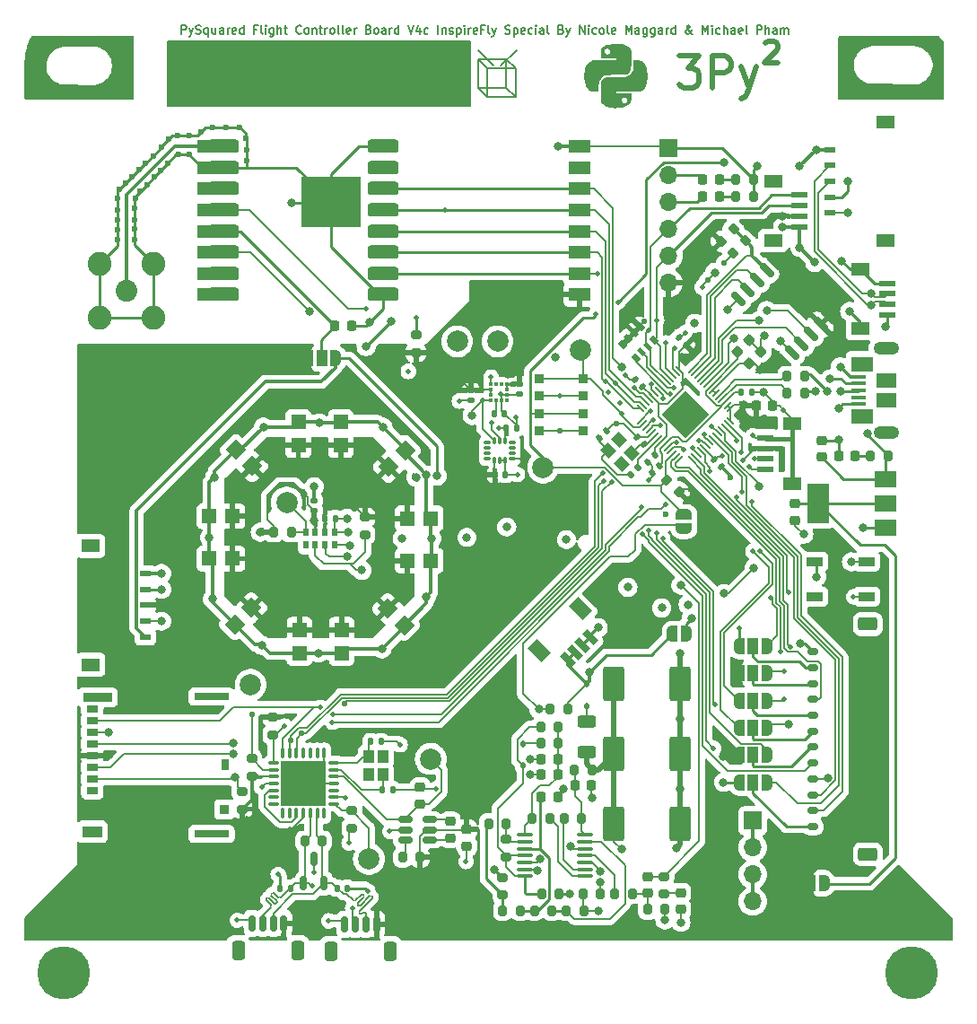
<source format=gbr>
%TF.GenerationSoftware,KiCad,Pcbnew,8.0.3*%
%TF.CreationDate,2024-10-08T19:21:30-07:00*%
%TF.ProjectId,FC_V4c_InspireFly_Special,46435f56-3463-45f4-996e-737069726546,rev?*%
%TF.SameCoordinates,Original*%
%TF.FileFunction,Copper,L1,Top*%
%TF.FilePolarity,Positive*%
%FSLAX46Y46*%
G04 Gerber Fmt 4.6, Leading zero omitted, Abs format (unit mm)*
G04 Created by KiCad (PCBNEW 8.0.3) date 2024-10-08 19:21:30*
%MOMM*%
%LPD*%
G01*
G04 APERTURE LIST*
G04 Aperture macros list*
%AMRoundRect*
0 Rectangle with rounded corners*
0 $1 Rounding radius*
0 $2 $3 $4 $5 $6 $7 $8 $9 X,Y pos of 4 corners*
0 Add a 4 corners polygon primitive as box body*
4,1,4,$2,$3,$4,$5,$6,$7,$8,$9,$2,$3,0*
0 Add four circle primitives for the rounded corners*
1,1,$1+$1,$2,$3*
1,1,$1+$1,$4,$5*
1,1,$1+$1,$6,$7*
1,1,$1+$1,$8,$9*
0 Add four rect primitives between the rounded corners*
20,1,$1+$1,$2,$3,$4,$5,0*
20,1,$1+$1,$4,$5,$6,$7,0*
20,1,$1+$1,$6,$7,$8,$9,0*
20,1,$1+$1,$8,$9,$2,$3,0*%
%AMRotRect*
0 Rectangle, with rotation*
0 The origin of the aperture is its center*
0 $1 length*
0 $2 width*
0 $3 Rotation angle, in degrees counterclockwise*
0 Add horizontal line*
21,1,$1,$2,0,0,$3*%
%AMFreePoly0*
4,1,19,0.550000,-0.750000,0.000000,-0.750000,0.000000,-0.744911,-0.071157,-0.744911,-0.207708,-0.704816,-0.327430,-0.627875,-0.420627,-0.520320,-0.479746,-0.390866,-0.500000,-0.250000,-0.500000,0.250000,-0.479746,0.390866,-0.420627,0.520320,-0.327430,0.627875,-0.207708,0.704816,-0.071157,0.744911,0.000000,0.744911,0.000000,0.750000,0.550000,0.750000,0.550000,-0.750000,0.550000,-0.750000,
$1*%
%AMFreePoly1*
4,1,19,0.000000,0.744911,0.071157,0.744911,0.207708,0.704816,0.327430,0.627875,0.420627,0.520320,0.479746,0.390866,0.500000,0.250000,0.500000,-0.250000,0.479746,-0.390866,0.420627,-0.520320,0.327430,-0.627875,0.207708,-0.704816,0.071157,-0.744911,0.000000,-0.744911,0.000000,-0.750000,-0.550000,-0.750000,-0.550000,0.750000,0.000000,0.750000,0.000000,0.744911,0.000000,0.744911,
$1*%
%AMFreePoly2*
4,1,19,0.500000,-0.750000,0.000000,-0.750000,0.000000,-0.744911,-0.071157,-0.744911,-0.207708,-0.704816,-0.327430,-0.627875,-0.420627,-0.520320,-0.479746,-0.390866,-0.500000,-0.250000,-0.500000,0.250000,-0.479746,0.390866,-0.420627,0.520320,-0.327430,0.627875,-0.207708,0.704816,-0.071157,0.744911,0.000000,0.744911,0.000000,0.750000,0.500000,0.750000,0.500000,-0.750000,0.500000,-0.750000,
$1*%
%AMFreePoly3*
4,1,19,0.000000,0.744911,0.071157,0.744911,0.207708,0.704816,0.327430,0.627875,0.420627,0.520320,0.479746,0.390866,0.500000,0.250000,0.500000,-0.250000,0.479746,-0.390866,0.420627,-0.520320,0.327430,-0.627875,0.207708,-0.704816,0.071157,-0.744911,0.000000,-0.744911,0.000000,-0.750000,-0.500000,-0.750000,-0.500000,0.750000,0.000000,0.750000,0.000000,0.744911,0.000000,0.744911,
$1*%
G04 Aperture macros list end*
%TA.AperFunction,NonConductor*%
%ADD10C,0.200000*%
%TD*%
%ADD11C,0.500000*%
%TA.AperFunction,NonConductor*%
%ADD12C,0.500000*%
%TD*%
%ADD13C,0.200000*%
%TA.AperFunction,EtchedComponent*%
%ADD14C,0.000000*%
%TD*%
%TA.AperFunction,SMDPad,CuDef*%
%ADD15R,1.100000X0.700000*%
%TD*%
%TA.AperFunction,SMDPad,CuDef*%
%ADD16R,0.930000X0.900000*%
%TD*%
%TA.AperFunction,SMDPad,CuDef*%
%ADD17R,0.780000X1.050000*%
%TD*%
%TA.AperFunction,SMDPad,CuDef*%
%ADD18R,3.330000X0.700000*%
%TD*%
%TA.AperFunction,SMDPad,CuDef*%
%ADD19R,2.800000X0.860000*%
%TD*%
%TA.AperFunction,SMDPad,CuDef*%
%ADD20R,1.830000X1.140000*%
%TD*%
%TA.AperFunction,SMDPad,CuDef*%
%ADD21FreePoly0,0.000000*%
%TD*%
%TA.AperFunction,SMDPad,CuDef*%
%ADD22R,1.000000X1.500000*%
%TD*%
%TA.AperFunction,SMDPad,CuDef*%
%ADD23FreePoly1,0.000000*%
%TD*%
%TA.AperFunction,SMDPad,CuDef*%
%ADD24RoundRect,0.140000X-0.021213X0.219203X-0.219203X0.021213X0.021213X-0.219203X0.219203X-0.021213X0*%
%TD*%
%TA.AperFunction,SMDPad,CuDef*%
%ADD25RoundRect,0.225000X-0.250000X0.225000X-0.250000X-0.225000X0.250000X-0.225000X0.250000X0.225000X0*%
%TD*%
%TA.AperFunction,SMDPad,CuDef*%
%ADD26RoundRect,0.200000X-0.200000X-0.275000X0.200000X-0.275000X0.200000X0.275000X-0.200000X0.275000X0*%
%TD*%
%TA.AperFunction,ComponentPad*%
%ADD27C,2.050000*%
%TD*%
%TA.AperFunction,ComponentPad*%
%ADD28C,2.250000*%
%TD*%
%TA.AperFunction,ComponentPad*%
%ADD29C,2.000000*%
%TD*%
%TA.AperFunction,SMDPad,CuDef*%
%ADD30RoundRect,0.218750X0.256250X-0.218750X0.256250X0.218750X-0.256250X0.218750X-0.256250X-0.218750X0*%
%TD*%
%TA.AperFunction,ComponentPad*%
%ADD31C,5.000000*%
%TD*%
%TA.AperFunction,SMDPad,CuDef*%
%ADD32RoundRect,0.150000X0.150000X0.625000X-0.150000X0.625000X-0.150000X-0.625000X0.150000X-0.625000X0*%
%TD*%
%TA.AperFunction,SMDPad,CuDef*%
%ADD33RoundRect,0.250000X0.350000X0.650000X-0.350000X0.650000X-0.350000X-0.650000X0.350000X-0.650000X0*%
%TD*%
%TA.AperFunction,SMDPad,CuDef*%
%ADD34R,2.000000X1.500000*%
%TD*%
%TA.AperFunction,SMDPad,CuDef*%
%ADD35R,2.000000X3.800000*%
%TD*%
%TA.AperFunction,SMDPad,CuDef*%
%ADD36R,1.550000X0.600000*%
%TD*%
%TA.AperFunction,SMDPad,CuDef*%
%ADD37R,1.800000X1.200000*%
%TD*%
%TA.AperFunction,ComponentPad*%
%ADD38R,1.700000X1.700000*%
%TD*%
%TA.AperFunction,ComponentPad*%
%ADD39O,1.700000X1.700000*%
%TD*%
%TA.AperFunction,SMDPad,CuDef*%
%ADD40RoundRect,0.200000X-0.275000X0.200000X-0.275000X-0.200000X0.275000X-0.200000X0.275000X0.200000X0*%
%TD*%
%TA.AperFunction,SMDPad,CuDef*%
%ADD41RoundRect,0.225000X-0.225000X-0.250000X0.225000X-0.250000X0.225000X0.250000X-0.225000X0.250000X0*%
%TD*%
%TA.AperFunction,SMDPad,CuDef*%
%ADD42RotRect,1.400000X1.400000X45.000000*%
%TD*%
%TA.AperFunction,SMDPad,CuDef*%
%ADD43RoundRect,0.140000X0.021213X-0.219203X0.219203X-0.021213X-0.021213X0.219203X-0.219203X0.021213X0*%
%TD*%
%TA.AperFunction,SMDPad,CuDef*%
%ADD44FreePoly2,90.000000*%
%TD*%
%TA.AperFunction,SMDPad,CuDef*%
%ADD45FreePoly3,90.000000*%
%TD*%
%TA.AperFunction,SMDPad,CuDef*%
%ADD46RoundRect,0.218750X0.218750X0.256250X-0.218750X0.256250X-0.218750X-0.256250X0.218750X-0.256250X0*%
%TD*%
%TA.AperFunction,SMDPad,CuDef*%
%ADD47R,1.400000X1.400000*%
%TD*%
%TA.AperFunction,SMDPad,CuDef*%
%ADD48RotRect,0.800000X0.500000X135.000000*%
%TD*%
%TA.AperFunction,SMDPad,CuDef*%
%ADD49RotRect,0.800000X0.400000X135.000000*%
%TD*%
%TA.AperFunction,SMDPad,CuDef*%
%ADD50RoundRect,0.225000X0.250000X-0.225000X0.250000X0.225000X-0.250000X0.225000X-0.250000X-0.225000X0*%
%TD*%
%TA.AperFunction,SMDPad,CuDef*%
%ADD51RoundRect,0.218750X-0.218750X-0.256250X0.218750X-0.256250X0.218750X0.256250X-0.218750X0.256250X0*%
%TD*%
%TA.AperFunction,SMDPad,CuDef*%
%ADD52RoundRect,0.140000X0.170000X-0.140000X0.170000X0.140000X-0.170000X0.140000X-0.170000X-0.140000X0*%
%TD*%
%TA.AperFunction,SMDPad,CuDef*%
%ADD53R,0.900000X0.900000*%
%TD*%
%TA.AperFunction,SMDPad,CuDef*%
%ADD54RoundRect,0.140000X-0.140000X-0.170000X0.140000X-0.170000X0.140000X0.170000X-0.140000X0.170000X0*%
%TD*%
%TA.AperFunction,SMDPad,CuDef*%
%ADD55RoundRect,0.140000X-0.170000X0.140000X-0.170000X-0.140000X0.170000X-0.140000X0.170000X0.140000X0*%
%TD*%
%TA.AperFunction,SMDPad,CuDef*%
%ADD56RoundRect,0.225000X0.017678X-0.335876X0.335876X-0.017678X-0.017678X0.335876X-0.335876X0.017678X0*%
%TD*%
%TA.AperFunction,SMDPad,CuDef*%
%ADD57RoundRect,0.135000X-0.035355X0.226274X-0.226274X0.035355X0.035355X-0.226274X0.226274X-0.035355X0*%
%TD*%
%TA.AperFunction,SMDPad,CuDef*%
%ADD58RoundRect,0.200000X0.200000X0.275000X-0.200000X0.275000X-0.200000X-0.275000X0.200000X-0.275000X0*%
%TD*%
%TA.AperFunction,SMDPad,CuDef*%
%ADD59RotRect,1.400000X1.400000X135.000000*%
%TD*%
%TA.AperFunction,SMDPad,CuDef*%
%ADD60RotRect,1.150000X1.000000X315.000000*%
%TD*%
%TA.AperFunction,SMDPad,CuDef*%
%ADD61FreePoly2,180.000000*%
%TD*%
%TA.AperFunction,SMDPad,CuDef*%
%ADD62FreePoly3,180.000000*%
%TD*%
%TA.AperFunction,SMDPad,CuDef*%
%ADD63RoundRect,0.140000X0.219203X0.021213X0.021213X0.219203X-0.219203X-0.021213X-0.021213X-0.219203X0*%
%TD*%
%TA.AperFunction,SMDPad,CuDef*%
%ADD64RoundRect,0.140000X0.140000X0.170000X-0.140000X0.170000X-0.140000X-0.170000X0.140000X-0.170000X0*%
%TD*%
%TA.AperFunction,SMDPad,CuDef*%
%ADD65RoundRect,0.112500X0.112500X-0.187500X0.112500X0.187500X-0.112500X0.187500X-0.112500X-0.187500X0*%
%TD*%
%TA.AperFunction,SMDPad,CuDef*%
%ADD66R,1.000000X0.600000*%
%TD*%
%TA.AperFunction,SMDPad,CuDef*%
%ADD67R,1.800000X1.250000*%
%TD*%
%TA.AperFunction,SMDPad,CuDef*%
%ADD68FreePoly2,0.000000*%
%TD*%
%TA.AperFunction,SMDPad,CuDef*%
%ADD69FreePoly3,0.000000*%
%TD*%
%TA.AperFunction,SMDPad,CuDef*%
%ADD70R,1.000000X1.150000*%
%TD*%
%TA.AperFunction,SMDPad,CuDef*%
%ADD71RoundRect,0.150000X-0.512500X-0.150000X0.512500X-0.150000X0.512500X0.150000X-0.512500X0.150000X0*%
%TD*%
%TA.AperFunction,SMDPad,CuDef*%
%ADD72RoundRect,0.150000X0.150000X-0.512500X0.150000X0.512500X-0.150000X0.512500X-0.150000X-0.512500X0*%
%TD*%
%TA.AperFunction,SMDPad,CuDef*%
%ADD73RoundRect,0.200000X0.053033X-0.335876X0.335876X-0.053033X-0.053033X0.335876X-0.335876X0.053033X0*%
%TD*%
%TA.AperFunction,SMDPad,CuDef*%
%ADD74RoundRect,0.250000X-0.750000X-1.400000X0.750000X-1.400000X0.750000X1.400000X-0.750000X1.400000X0*%
%TD*%
%TA.AperFunction,SMDPad,CuDef*%
%ADD75R,2.000000X1.300000*%
%TD*%
%TA.AperFunction,SMDPad,CuDef*%
%ADD76R,5.699999X4.800001*%
%TD*%
%TA.AperFunction,SMDPad,CuDef*%
%ADD77RotRect,0.600000X1.550000X45.000000*%
%TD*%
%TA.AperFunction,SMDPad,CuDef*%
%ADD78RotRect,1.200000X1.800000X45.000000*%
%TD*%
%TA.AperFunction,SMDPad,CuDef*%
%ADD79RoundRect,0.087500X-0.225000X-0.087500X0.225000X-0.087500X0.225000X0.087500X-0.225000X0.087500X0*%
%TD*%
%TA.AperFunction,SMDPad,CuDef*%
%ADD80RoundRect,0.087500X-0.087500X-0.225000X0.087500X-0.225000X0.087500X0.225000X-0.087500X0.225000X0*%
%TD*%
%TA.AperFunction,SMDPad,CuDef*%
%ADD81RoundRect,0.150000X-0.565685X0.353553X0.353553X-0.565685X0.565685X-0.353553X-0.353553X0.565685X0*%
%TD*%
%TA.AperFunction,SMDPad,CuDef*%
%ADD82RoundRect,0.140000X-0.219203X-0.021213X-0.021213X-0.219203X0.219203X0.021213X0.021213X0.219203X0*%
%TD*%
%TA.AperFunction,SMDPad,CuDef*%
%ADD83R,1.500000X0.900000*%
%TD*%
%TA.AperFunction,SMDPad,CuDef*%
%ADD84RotRect,1.400000X1.400000X315.000000*%
%TD*%
%TA.AperFunction,SMDPad,CuDef*%
%ADD85RoundRect,0.125000X0.000000X-0.176777X0.176777X0.000000X0.000000X0.176777X-0.176777X0.000000X0*%
%TD*%
%TA.AperFunction,SMDPad,CuDef*%
%ADD86RoundRect,0.200000X0.335876X0.053033X0.053033X0.335876X-0.335876X-0.053033X-0.053033X-0.335876X0*%
%TD*%
%TA.AperFunction,SMDPad,CuDef*%
%ADD87RoundRect,0.250000X-0.625000X0.312500X-0.625000X-0.312500X0.625000X-0.312500X0.625000X0.312500X0*%
%TD*%
%TA.AperFunction,SMDPad,CuDef*%
%ADD88RoundRect,0.200000X0.275000X-0.200000X0.275000X0.200000X-0.275000X0.200000X-0.275000X-0.200000X0*%
%TD*%
%TA.AperFunction,SMDPad,CuDef*%
%ADD89RoundRect,0.050000X-0.309359X0.238649X0.238649X-0.309359X0.309359X-0.238649X-0.238649X0.309359X0*%
%TD*%
%TA.AperFunction,SMDPad,CuDef*%
%ADD90RoundRect,0.050000X-0.309359X-0.238649X-0.238649X-0.309359X0.309359X0.238649X0.238649X0.309359X0*%
%TD*%
%TA.AperFunction,ComponentPad*%
%ADD91C,0.500000*%
%TD*%
%TA.AperFunction,SMDPad,CuDef*%
%ADD92RotRect,3.200000X3.200000X315.000000*%
%TD*%
%TA.AperFunction,SMDPad,CuDef*%
%ADD93RoundRect,0.317500X1.157500X0.317500X-1.157500X0.317500X-1.157500X-0.317500X1.157500X-0.317500X0*%
%TD*%
%TA.AperFunction,SMDPad,CuDef*%
%ADD94RoundRect,0.225000X0.225000X0.250000X-0.225000X0.250000X-0.225000X-0.250000X0.225000X-0.250000X0*%
%TD*%
%TA.AperFunction,SMDPad,CuDef*%
%ADD95R,0.375000X0.350000*%
%TD*%
%TA.AperFunction,SMDPad,CuDef*%
%ADD96R,0.350000X0.375000*%
%TD*%
%TA.AperFunction,SMDPad,CuDef*%
%ADD97RoundRect,0.100000X0.637500X0.100000X-0.637500X0.100000X-0.637500X-0.100000X0.637500X-0.100000X0*%
%TD*%
%TA.AperFunction,SMDPad,CuDef*%
%ADD98RoundRect,0.075000X-0.437500X-0.075000X0.437500X-0.075000X0.437500X0.075000X-0.437500X0.075000X0*%
%TD*%
%TA.AperFunction,SMDPad,CuDef*%
%ADD99RoundRect,0.075000X-0.075000X-0.437500X0.075000X-0.437500X0.075000X0.437500X-0.075000X0.437500X0*%
%TD*%
%TA.AperFunction,SMDPad,CuDef*%
%ADD100R,4.250000X4.250000*%
%TD*%
%TA.AperFunction,SMDPad,CuDef*%
%ADD101RotRect,1.400000X1.400000X225.000000*%
%TD*%
%TA.AperFunction,SMDPad,CuDef*%
%ADD102R,0.500000X0.800000*%
%TD*%
%TA.AperFunction,SMDPad,CuDef*%
%ADD103RoundRect,0.150000X0.350000X-0.150000X0.350000X0.150000X-0.350000X0.150000X-0.350000X-0.150000X0*%
%TD*%
%TA.AperFunction,SMDPad,CuDef*%
%ADD104RoundRect,0.250000X0.650000X-0.375000X0.650000X0.375000X-0.650000X0.375000X-0.650000X-0.375000X0*%
%TD*%
%TA.AperFunction,SMDPad,CuDef*%
%ADD105RoundRect,0.200000X-0.053033X0.335876X-0.335876X0.053033X0.053033X-0.335876X0.335876X-0.053033X0*%
%TD*%
%TA.AperFunction,SMDPad,CuDef*%
%ADD106R,1.380000X0.450000*%
%TD*%
%TA.AperFunction,ComponentPad*%
%ADD107O,2.416000X1.208000*%
%TD*%
%TA.AperFunction,SMDPad,CuDef*%
%ADD108R,2.100000X1.475000*%
%TD*%
%TA.AperFunction,SMDPad,CuDef*%
%ADD109R,1.900000X1.375000*%
%TD*%
%TA.AperFunction,ViaPad*%
%ADD110C,0.600000*%
%TD*%
%TA.AperFunction,ViaPad*%
%ADD111C,0.800000*%
%TD*%
%TA.AperFunction,ViaPad*%
%ADD112C,0.460000*%
%TD*%
%TA.AperFunction,ViaPad*%
%ADD113C,0.560000*%
%TD*%
%TA.AperFunction,Conductor*%
%ADD114C,0.250000*%
%TD*%
%TA.AperFunction,Conductor*%
%ADD115C,0.342392*%
%TD*%
%TA.AperFunction,Conductor*%
%ADD116C,0.127000*%
%TD*%
%TA.AperFunction,Conductor*%
%ADD117C,0.200000*%
%TD*%
%TA.AperFunction,Conductor*%
%ADD118C,0.152400*%
%TD*%
%TA.AperFunction,Conductor*%
%ADD119C,0.300000*%
%TD*%
%TA.AperFunction,Conductor*%
%ADD120C,0.500000*%
%TD*%
%TA.AperFunction,Conductor*%
%ADD121C,0.400000*%
%TD*%
G04 APERTURE END LIST*
D10*
X187190000Y-55370000D02*
X186340000Y-54520000D01*
X189040000Y-51820000D02*
X189890000Y-52670000D01*
X187840000Y-52410000D02*
X186360000Y-50930000D01*
X186340000Y-54520000D02*
X189040000Y-54520000D01*
X187190000Y-52670000D02*
X187190000Y-55370000D01*
X189890000Y-52670000D02*
X187190000Y-52670000D01*
X189040000Y-51820000D02*
X186340000Y-51820000D01*
X188520000Y-52390000D02*
X189990000Y-50920000D01*
X189040000Y-54520000D02*
X189040000Y-51820000D01*
X186340000Y-54520000D02*
X186340000Y-51820000D01*
X186340000Y-51820000D02*
X187190000Y-52670000D01*
X187190000Y-55370000D02*
X189890000Y-55370000D01*
X189040000Y-54520000D02*
X189890000Y-55370000D01*
X189890000Y-55370000D02*
X189890000Y-52670000D01*
D11*
D12*
X213498571Y-50289714D02*
X213593809Y-50194476D01*
X213593809Y-50194476D02*
X213784285Y-50099238D01*
X213784285Y-50099238D02*
X214260476Y-50099238D01*
X214260476Y-50099238D02*
X214450952Y-50194476D01*
X214450952Y-50194476D02*
X214546190Y-50289714D01*
X214546190Y-50289714D02*
X214641428Y-50480190D01*
X214641428Y-50480190D02*
X214641428Y-50670666D01*
X214641428Y-50670666D02*
X214546190Y-50956380D01*
X214546190Y-50956380D02*
X213403333Y-52099238D01*
X213403333Y-52099238D02*
X214641428Y-52099238D01*
D11*
D12*
X205367143Y-51481857D02*
X207224286Y-51481857D01*
X207224286Y-51481857D02*
X206224286Y-52624714D01*
X206224286Y-52624714D02*
X206652857Y-52624714D01*
X206652857Y-52624714D02*
X206938572Y-52767571D01*
X206938572Y-52767571D02*
X207081429Y-52910428D01*
X207081429Y-52910428D02*
X207224286Y-53196142D01*
X207224286Y-53196142D02*
X207224286Y-53910428D01*
X207224286Y-53910428D02*
X207081429Y-54196142D01*
X207081429Y-54196142D02*
X206938572Y-54339000D01*
X206938572Y-54339000D02*
X206652857Y-54481857D01*
X206652857Y-54481857D02*
X205795714Y-54481857D01*
X205795714Y-54481857D02*
X205510000Y-54339000D01*
X205510000Y-54339000D02*
X205367143Y-54196142D01*
X208510000Y-54481857D02*
X208510000Y-51481857D01*
X208510000Y-51481857D02*
X209652857Y-51481857D01*
X209652857Y-51481857D02*
X209938572Y-51624714D01*
X209938572Y-51624714D02*
X210081429Y-51767571D01*
X210081429Y-51767571D02*
X210224286Y-52053285D01*
X210224286Y-52053285D02*
X210224286Y-52481857D01*
X210224286Y-52481857D02*
X210081429Y-52767571D01*
X210081429Y-52767571D02*
X209938572Y-52910428D01*
X209938572Y-52910428D02*
X209652857Y-53053285D01*
X209652857Y-53053285D02*
X208510000Y-53053285D01*
X211224286Y-52481857D02*
X211938572Y-54481857D01*
X212652857Y-52481857D02*
X211938572Y-54481857D01*
X211938572Y-54481857D02*
X211652857Y-55196142D01*
X211652857Y-55196142D02*
X211510000Y-55339000D01*
X211510000Y-55339000D02*
X211224286Y-55481857D01*
D13*
D10*
X158371422Y-49391695D02*
X158371422Y-48591695D01*
X158371422Y-48591695D02*
X158676184Y-48591695D01*
X158676184Y-48591695D02*
X158752374Y-48629790D01*
X158752374Y-48629790D02*
X158790469Y-48667885D01*
X158790469Y-48667885D02*
X158828565Y-48744076D01*
X158828565Y-48744076D02*
X158828565Y-48858361D01*
X158828565Y-48858361D02*
X158790469Y-48934552D01*
X158790469Y-48934552D02*
X158752374Y-48972647D01*
X158752374Y-48972647D02*
X158676184Y-49010742D01*
X158676184Y-49010742D02*
X158371422Y-49010742D01*
X159095231Y-48858361D02*
X159285707Y-49391695D01*
X159476184Y-48858361D02*
X159285707Y-49391695D01*
X159285707Y-49391695D02*
X159209517Y-49582171D01*
X159209517Y-49582171D02*
X159171422Y-49620266D01*
X159171422Y-49620266D02*
X159095231Y-49658361D01*
X159742850Y-49353600D02*
X159857136Y-49391695D01*
X159857136Y-49391695D02*
X160047612Y-49391695D01*
X160047612Y-49391695D02*
X160123803Y-49353600D01*
X160123803Y-49353600D02*
X160161898Y-49315504D01*
X160161898Y-49315504D02*
X160199993Y-49239314D01*
X160199993Y-49239314D02*
X160199993Y-49163123D01*
X160199993Y-49163123D02*
X160161898Y-49086933D01*
X160161898Y-49086933D02*
X160123803Y-49048838D01*
X160123803Y-49048838D02*
X160047612Y-49010742D01*
X160047612Y-49010742D02*
X159895231Y-48972647D01*
X159895231Y-48972647D02*
X159819041Y-48934552D01*
X159819041Y-48934552D02*
X159780946Y-48896457D01*
X159780946Y-48896457D02*
X159742850Y-48820266D01*
X159742850Y-48820266D02*
X159742850Y-48744076D01*
X159742850Y-48744076D02*
X159780946Y-48667885D01*
X159780946Y-48667885D02*
X159819041Y-48629790D01*
X159819041Y-48629790D02*
X159895231Y-48591695D01*
X159895231Y-48591695D02*
X160085708Y-48591695D01*
X160085708Y-48591695D02*
X160199993Y-48629790D01*
X160885708Y-48858361D02*
X160885708Y-49658361D01*
X160885708Y-49353600D02*
X160809517Y-49391695D01*
X160809517Y-49391695D02*
X160657136Y-49391695D01*
X160657136Y-49391695D02*
X160580946Y-49353600D01*
X160580946Y-49353600D02*
X160542851Y-49315504D01*
X160542851Y-49315504D02*
X160504755Y-49239314D01*
X160504755Y-49239314D02*
X160504755Y-49010742D01*
X160504755Y-49010742D02*
X160542851Y-48934552D01*
X160542851Y-48934552D02*
X160580946Y-48896457D01*
X160580946Y-48896457D02*
X160657136Y-48858361D01*
X160657136Y-48858361D02*
X160809517Y-48858361D01*
X160809517Y-48858361D02*
X160885708Y-48896457D01*
X161609518Y-48858361D02*
X161609518Y-49391695D01*
X161266661Y-48858361D02*
X161266661Y-49277409D01*
X161266661Y-49277409D02*
X161304756Y-49353600D01*
X161304756Y-49353600D02*
X161380946Y-49391695D01*
X161380946Y-49391695D02*
X161495232Y-49391695D01*
X161495232Y-49391695D02*
X161571423Y-49353600D01*
X161571423Y-49353600D02*
X161609518Y-49315504D01*
X162333328Y-49391695D02*
X162333328Y-48972647D01*
X162333328Y-48972647D02*
X162295233Y-48896457D01*
X162295233Y-48896457D02*
X162219042Y-48858361D01*
X162219042Y-48858361D02*
X162066661Y-48858361D01*
X162066661Y-48858361D02*
X161990471Y-48896457D01*
X162333328Y-49353600D02*
X162257137Y-49391695D01*
X162257137Y-49391695D02*
X162066661Y-49391695D01*
X162066661Y-49391695D02*
X161990471Y-49353600D01*
X161990471Y-49353600D02*
X161952375Y-49277409D01*
X161952375Y-49277409D02*
X161952375Y-49201219D01*
X161952375Y-49201219D02*
X161990471Y-49125028D01*
X161990471Y-49125028D02*
X162066661Y-49086933D01*
X162066661Y-49086933D02*
X162257137Y-49086933D01*
X162257137Y-49086933D02*
X162333328Y-49048838D01*
X162714281Y-49391695D02*
X162714281Y-48858361D01*
X162714281Y-49010742D02*
X162752376Y-48934552D01*
X162752376Y-48934552D02*
X162790471Y-48896457D01*
X162790471Y-48896457D02*
X162866662Y-48858361D01*
X162866662Y-48858361D02*
X162942852Y-48858361D01*
X163514281Y-49353600D02*
X163438090Y-49391695D01*
X163438090Y-49391695D02*
X163285709Y-49391695D01*
X163285709Y-49391695D02*
X163209519Y-49353600D01*
X163209519Y-49353600D02*
X163171423Y-49277409D01*
X163171423Y-49277409D02*
X163171423Y-48972647D01*
X163171423Y-48972647D02*
X163209519Y-48896457D01*
X163209519Y-48896457D02*
X163285709Y-48858361D01*
X163285709Y-48858361D02*
X163438090Y-48858361D01*
X163438090Y-48858361D02*
X163514281Y-48896457D01*
X163514281Y-48896457D02*
X163552376Y-48972647D01*
X163552376Y-48972647D02*
X163552376Y-49048838D01*
X163552376Y-49048838D02*
X163171423Y-49125028D01*
X164238090Y-49391695D02*
X164238090Y-48591695D01*
X164238090Y-49353600D02*
X164161899Y-49391695D01*
X164161899Y-49391695D02*
X164009518Y-49391695D01*
X164009518Y-49391695D02*
X163933328Y-49353600D01*
X163933328Y-49353600D02*
X163895233Y-49315504D01*
X163895233Y-49315504D02*
X163857137Y-49239314D01*
X163857137Y-49239314D02*
X163857137Y-49010742D01*
X163857137Y-49010742D02*
X163895233Y-48934552D01*
X163895233Y-48934552D02*
X163933328Y-48896457D01*
X163933328Y-48896457D02*
X164009518Y-48858361D01*
X164009518Y-48858361D02*
X164161899Y-48858361D01*
X164161899Y-48858361D02*
X164238090Y-48896457D01*
X165495233Y-48972647D02*
X165228567Y-48972647D01*
X165228567Y-49391695D02*
X165228567Y-48591695D01*
X165228567Y-48591695D02*
X165609519Y-48591695D01*
X166028566Y-49391695D02*
X165952376Y-49353600D01*
X165952376Y-49353600D02*
X165914281Y-49277409D01*
X165914281Y-49277409D02*
X165914281Y-48591695D01*
X166333329Y-49391695D02*
X166333329Y-48858361D01*
X166333329Y-48591695D02*
X166295233Y-48629790D01*
X166295233Y-48629790D02*
X166333329Y-48667885D01*
X166333329Y-48667885D02*
X166371424Y-48629790D01*
X166371424Y-48629790D02*
X166333329Y-48591695D01*
X166333329Y-48591695D02*
X166333329Y-48667885D01*
X167057138Y-48858361D02*
X167057138Y-49505980D01*
X167057138Y-49505980D02*
X167019043Y-49582171D01*
X167019043Y-49582171D02*
X166980947Y-49620266D01*
X166980947Y-49620266D02*
X166904757Y-49658361D01*
X166904757Y-49658361D02*
X166790471Y-49658361D01*
X166790471Y-49658361D02*
X166714281Y-49620266D01*
X167057138Y-49353600D02*
X166980947Y-49391695D01*
X166980947Y-49391695D02*
X166828566Y-49391695D01*
X166828566Y-49391695D02*
X166752376Y-49353600D01*
X166752376Y-49353600D02*
X166714281Y-49315504D01*
X166714281Y-49315504D02*
X166676185Y-49239314D01*
X166676185Y-49239314D02*
X166676185Y-49010742D01*
X166676185Y-49010742D02*
X166714281Y-48934552D01*
X166714281Y-48934552D02*
X166752376Y-48896457D01*
X166752376Y-48896457D02*
X166828566Y-48858361D01*
X166828566Y-48858361D02*
X166980947Y-48858361D01*
X166980947Y-48858361D02*
X167057138Y-48896457D01*
X167438091Y-49391695D02*
X167438091Y-48591695D01*
X167780948Y-49391695D02*
X167780948Y-48972647D01*
X167780948Y-48972647D02*
X167742853Y-48896457D01*
X167742853Y-48896457D02*
X167666662Y-48858361D01*
X167666662Y-48858361D02*
X167552376Y-48858361D01*
X167552376Y-48858361D02*
X167476186Y-48896457D01*
X167476186Y-48896457D02*
X167438091Y-48934552D01*
X168047615Y-48858361D02*
X168352377Y-48858361D01*
X168161901Y-48591695D02*
X168161901Y-49277409D01*
X168161901Y-49277409D02*
X168199996Y-49353600D01*
X168199996Y-49353600D02*
X168276186Y-49391695D01*
X168276186Y-49391695D02*
X168352377Y-49391695D01*
X169685711Y-49315504D02*
X169647615Y-49353600D01*
X169647615Y-49353600D02*
X169533330Y-49391695D01*
X169533330Y-49391695D02*
X169457139Y-49391695D01*
X169457139Y-49391695D02*
X169342853Y-49353600D01*
X169342853Y-49353600D02*
X169266663Y-49277409D01*
X169266663Y-49277409D02*
X169228568Y-49201219D01*
X169228568Y-49201219D02*
X169190472Y-49048838D01*
X169190472Y-49048838D02*
X169190472Y-48934552D01*
X169190472Y-48934552D02*
X169228568Y-48782171D01*
X169228568Y-48782171D02*
X169266663Y-48705980D01*
X169266663Y-48705980D02*
X169342853Y-48629790D01*
X169342853Y-48629790D02*
X169457139Y-48591695D01*
X169457139Y-48591695D02*
X169533330Y-48591695D01*
X169533330Y-48591695D02*
X169647615Y-48629790D01*
X169647615Y-48629790D02*
X169685711Y-48667885D01*
X170142853Y-49391695D02*
X170066663Y-49353600D01*
X170066663Y-49353600D02*
X170028568Y-49315504D01*
X170028568Y-49315504D02*
X169990472Y-49239314D01*
X169990472Y-49239314D02*
X169990472Y-49010742D01*
X169990472Y-49010742D02*
X170028568Y-48934552D01*
X170028568Y-48934552D02*
X170066663Y-48896457D01*
X170066663Y-48896457D02*
X170142853Y-48858361D01*
X170142853Y-48858361D02*
X170257139Y-48858361D01*
X170257139Y-48858361D02*
X170333330Y-48896457D01*
X170333330Y-48896457D02*
X170371425Y-48934552D01*
X170371425Y-48934552D02*
X170409520Y-49010742D01*
X170409520Y-49010742D02*
X170409520Y-49239314D01*
X170409520Y-49239314D02*
X170371425Y-49315504D01*
X170371425Y-49315504D02*
X170333330Y-49353600D01*
X170333330Y-49353600D02*
X170257139Y-49391695D01*
X170257139Y-49391695D02*
X170142853Y-49391695D01*
X170752378Y-48858361D02*
X170752378Y-49391695D01*
X170752378Y-48934552D02*
X170790473Y-48896457D01*
X170790473Y-48896457D02*
X170866663Y-48858361D01*
X170866663Y-48858361D02*
X170980949Y-48858361D01*
X170980949Y-48858361D02*
X171057140Y-48896457D01*
X171057140Y-48896457D02*
X171095235Y-48972647D01*
X171095235Y-48972647D02*
X171095235Y-49391695D01*
X171361902Y-48858361D02*
X171666664Y-48858361D01*
X171476188Y-48591695D02*
X171476188Y-49277409D01*
X171476188Y-49277409D02*
X171514283Y-49353600D01*
X171514283Y-49353600D02*
X171590473Y-49391695D01*
X171590473Y-49391695D02*
X171666664Y-49391695D01*
X171933331Y-49391695D02*
X171933331Y-48858361D01*
X171933331Y-49010742D02*
X171971426Y-48934552D01*
X171971426Y-48934552D02*
X172009521Y-48896457D01*
X172009521Y-48896457D02*
X172085712Y-48858361D01*
X172085712Y-48858361D02*
X172161902Y-48858361D01*
X172542854Y-49391695D02*
X172466664Y-49353600D01*
X172466664Y-49353600D02*
X172428569Y-49315504D01*
X172428569Y-49315504D02*
X172390473Y-49239314D01*
X172390473Y-49239314D02*
X172390473Y-49010742D01*
X172390473Y-49010742D02*
X172428569Y-48934552D01*
X172428569Y-48934552D02*
X172466664Y-48896457D01*
X172466664Y-48896457D02*
X172542854Y-48858361D01*
X172542854Y-48858361D02*
X172657140Y-48858361D01*
X172657140Y-48858361D02*
X172733331Y-48896457D01*
X172733331Y-48896457D02*
X172771426Y-48934552D01*
X172771426Y-48934552D02*
X172809521Y-49010742D01*
X172809521Y-49010742D02*
X172809521Y-49239314D01*
X172809521Y-49239314D02*
X172771426Y-49315504D01*
X172771426Y-49315504D02*
X172733331Y-49353600D01*
X172733331Y-49353600D02*
X172657140Y-49391695D01*
X172657140Y-49391695D02*
X172542854Y-49391695D01*
X173266664Y-49391695D02*
X173190474Y-49353600D01*
X173190474Y-49353600D02*
X173152379Y-49277409D01*
X173152379Y-49277409D02*
X173152379Y-48591695D01*
X173685712Y-49391695D02*
X173609522Y-49353600D01*
X173609522Y-49353600D02*
X173571427Y-49277409D01*
X173571427Y-49277409D02*
X173571427Y-48591695D01*
X174295237Y-49353600D02*
X174219046Y-49391695D01*
X174219046Y-49391695D02*
X174066665Y-49391695D01*
X174066665Y-49391695D02*
X173990475Y-49353600D01*
X173990475Y-49353600D02*
X173952379Y-49277409D01*
X173952379Y-49277409D02*
X173952379Y-48972647D01*
X173952379Y-48972647D02*
X173990475Y-48896457D01*
X173990475Y-48896457D02*
X174066665Y-48858361D01*
X174066665Y-48858361D02*
X174219046Y-48858361D01*
X174219046Y-48858361D02*
X174295237Y-48896457D01*
X174295237Y-48896457D02*
X174333332Y-48972647D01*
X174333332Y-48972647D02*
X174333332Y-49048838D01*
X174333332Y-49048838D02*
X173952379Y-49125028D01*
X174676189Y-49391695D02*
X174676189Y-48858361D01*
X174676189Y-49010742D02*
X174714284Y-48934552D01*
X174714284Y-48934552D02*
X174752379Y-48896457D01*
X174752379Y-48896457D02*
X174828570Y-48858361D01*
X174828570Y-48858361D02*
X174904760Y-48858361D01*
X176047617Y-48972647D02*
X176161903Y-49010742D01*
X176161903Y-49010742D02*
X176199998Y-49048838D01*
X176199998Y-49048838D02*
X176238094Y-49125028D01*
X176238094Y-49125028D02*
X176238094Y-49239314D01*
X176238094Y-49239314D02*
X176199998Y-49315504D01*
X176199998Y-49315504D02*
X176161903Y-49353600D01*
X176161903Y-49353600D02*
X176085713Y-49391695D01*
X176085713Y-49391695D02*
X175780951Y-49391695D01*
X175780951Y-49391695D02*
X175780951Y-48591695D01*
X175780951Y-48591695D02*
X176047617Y-48591695D01*
X176047617Y-48591695D02*
X176123808Y-48629790D01*
X176123808Y-48629790D02*
X176161903Y-48667885D01*
X176161903Y-48667885D02*
X176199998Y-48744076D01*
X176199998Y-48744076D02*
X176199998Y-48820266D01*
X176199998Y-48820266D02*
X176161903Y-48896457D01*
X176161903Y-48896457D02*
X176123808Y-48934552D01*
X176123808Y-48934552D02*
X176047617Y-48972647D01*
X176047617Y-48972647D02*
X175780951Y-48972647D01*
X176695236Y-49391695D02*
X176619046Y-49353600D01*
X176619046Y-49353600D02*
X176580951Y-49315504D01*
X176580951Y-49315504D02*
X176542855Y-49239314D01*
X176542855Y-49239314D02*
X176542855Y-49010742D01*
X176542855Y-49010742D02*
X176580951Y-48934552D01*
X176580951Y-48934552D02*
X176619046Y-48896457D01*
X176619046Y-48896457D02*
X176695236Y-48858361D01*
X176695236Y-48858361D02*
X176809522Y-48858361D01*
X176809522Y-48858361D02*
X176885713Y-48896457D01*
X176885713Y-48896457D02*
X176923808Y-48934552D01*
X176923808Y-48934552D02*
X176961903Y-49010742D01*
X176961903Y-49010742D02*
X176961903Y-49239314D01*
X176961903Y-49239314D02*
X176923808Y-49315504D01*
X176923808Y-49315504D02*
X176885713Y-49353600D01*
X176885713Y-49353600D02*
X176809522Y-49391695D01*
X176809522Y-49391695D02*
X176695236Y-49391695D01*
X177647618Y-49391695D02*
X177647618Y-48972647D01*
X177647618Y-48972647D02*
X177609523Y-48896457D01*
X177609523Y-48896457D02*
X177533332Y-48858361D01*
X177533332Y-48858361D02*
X177380951Y-48858361D01*
X177380951Y-48858361D02*
X177304761Y-48896457D01*
X177647618Y-49353600D02*
X177571427Y-49391695D01*
X177571427Y-49391695D02*
X177380951Y-49391695D01*
X177380951Y-49391695D02*
X177304761Y-49353600D01*
X177304761Y-49353600D02*
X177266665Y-49277409D01*
X177266665Y-49277409D02*
X177266665Y-49201219D01*
X177266665Y-49201219D02*
X177304761Y-49125028D01*
X177304761Y-49125028D02*
X177380951Y-49086933D01*
X177380951Y-49086933D02*
X177571427Y-49086933D01*
X177571427Y-49086933D02*
X177647618Y-49048838D01*
X178028571Y-49391695D02*
X178028571Y-48858361D01*
X178028571Y-49010742D02*
X178066666Y-48934552D01*
X178066666Y-48934552D02*
X178104761Y-48896457D01*
X178104761Y-48896457D02*
X178180952Y-48858361D01*
X178180952Y-48858361D02*
X178257142Y-48858361D01*
X178866666Y-49391695D02*
X178866666Y-48591695D01*
X178866666Y-49353600D02*
X178790475Y-49391695D01*
X178790475Y-49391695D02*
X178638094Y-49391695D01*
X178638094Y-49391695D02*
X178561904Y-49353600D01*
X178561904Y-49353600D02*
X178523809Y-49315504D01*
X178523809Y-49315504D02*
X178485713Y-49239314D01*
X178485713Y-49239314D02*
X178485713Y-49010742D01*
X178485713Y-49010742D02*
X178523809Y-48934552D01*
X178523809Y-48934552D02*
X178561904Y-48896457D01*
X178561904Y-48896457D02*
X178638094Y-48858361D01*
X178638094Y-48858361D02*
X178790475Y-48858361D01*
X178790475Y-48858361D02*
X178866666Y-48896457D01*
X179742857Y-48591695D02*
X180009524Y-49391695D01*
X180009524Y-49391695D02*
X180276190Y-48591695D01*
X180885714Y-48858361D02*
X180885714Y-49391695D01*
X180695238Y-48553600D02*
X180504761Y-49125028D01*
X180504761Y-49125028D02*
X181000000Y-49125028D01*
X181647619Y-49353600D02*
X181571428Y-49391695D01*
X181571428Y-49391695D02*
X181419047Y-49391695D01*
X181419047Y-49391695D02*
X181342857Y-49353600D01*
X181342857Y-49353600D02*
X181304762Y-49315504D01*
X181304762Y-49315504D02*
X181266666Y-49239314D01*
X181266666Y-49239314D02*
X181266666Y-49010742D01*
X181266666Y-49010742D02*
X181304762Y-48934552D01*
X181304762Y-48934552D02*
X181342857Y-48896457D01*
X181342857Y-48896457D02*
X181419047Y-48858361D01*
X181419047Y-48858361D02*
X181571428Y-48858361D01*
X181571428Y-48858361D02*
X181647619Y-48896457D01*
X182600000Y-49391695D02*
X182600000Y-48591695D01*
X182980952Y-48858361D02*
X182980952Y-49391695D01*
X182980952Y-48934552D02*
X183019047Y-48896457D01*
X183019047Y-48896457D02*
X183095237Y-48858361D01*
X183095237Y-48858361D02*
X183209523Y-48858361D01*
X183209523Y-48858361D02*
X183285714Y-48896457D01*
X183285714Y-48896457D02*
X183323809Y-48972647D01*
X183323809Y-48972647D02*
X183323809Y-49391695D01*
X183666666Y-49353600D02*
X183742857Y-49391695D01*
X183742857Y-49391695D02*
X183895238Y-49391695D01*
X183895238Y-49391695D02*
X183971428Y-49353600D01*
X183971428Y-49353600D02*
X184009524Y-49277409D01*
X184009524Y-49277409D02*
X184009524Y-49239314D01*
X184009524Y-49239314D02*
X183971428Y-49163123D01*
X183971428Y-49163123D02*
X183895238Y-49125028D01*
X183895238Y-49125028D02*
X183780952Y-49125028D01*
X183780952Y-49125028D02*
X183704762Y-49086933D01*
X183704762Y-49086933D02*
X183666666Y-49010742D01*
X183666666Y-49010742D02*
X183666666Y-48972647D01*
X183666666Y-48972647D02*
X183704762Y-48896457D01*
X183704762Y-48896457D02*
X183780952Y-48858361D01*
X183780952Y-48858361D02*
X183895238Y-48858361D01*
X183895238Y-48858361D02*
X183971428Y-48896457D01*
X184352381Y-48858361D02*
X184352381Y-49658361D01*
X184352381Y-48896457D02*
X184428571Y-48858361D01*
X184428571Y-48858361D02*
X184580952Y-48858361D01*
X184580952Y-48858361D02*
X184657143Y-48896457D01*
X184657143Y-48896457D02*
X184695238Y-48934552D01*
X184695238Y-48934552D02*
X184733333Y-49010742D01*
X184733333Y-49010742D02*
X184733333Y-49239314D01*
X184733333Y-49239314D02*
X184695238Y-49315504D01*
X184695238Y-49315504D02*
X184657143Y-49353600D01*
X184657143Y-49353600D02*
X184580952Y-49391695D01*
X184580952Y-49391695D02*
X184428571Y-49391695D01*
X184428571Y-49391695D02*
X184352381Y-49353600D01*
X185076191Y-49391695D02*
X185076191Y-48858361D01*
X185076191Y-48591695D02*
X185038095Y-48629790D01*
X185038095Y-48629790D02*
X185076191Y-48667885D01*
X185076191Y-48667885D02*
X185114286Y-48629790D01*
X185114286Y-48629790D02*
X185076191Y-48591695D01*
X185076191Y-48591695D02*
X185076191Y-48667885D01*
X185457143Y-49391695D02*
X185457143Y-48858361D01*
X185457143Y-49010742D02*
X185495238Y-48934552D01*
X185495238Y-48934552D02*
X185533333Y-48896457D01*
X185533333Y-48896457D02*
X185609524Y-48858361D01*
X185609524Y-48858361D02*
X185685714Y-48858361D01*
X186257143Y-49353600D02*
X186180952Y-49391695D01*
X186180952Y-49391695D02*
X186028571Y-49391695D01*
X186028571Y-49391695D02*
X185952381Y-49353600D01*
X185952381Y-49353600D02*
X185914285Y-49277409D01*
X185914285Y-49277409D02*
X185914285Y-48972647D01*
X185914285Y-48972647D02*
X185952381Y-48896457D01*
X185952381Y-48896457D02*
X186028571Y-48858361D01*
X186028571Y-48858361D02*
X186180952Y-48858361D01*
X186180952Y-48858361D02*
X186257143Y-48896457D01*
X186257143Y-48896457D02*
X186295238Y-48972647D01*
X186295238Y-48972647D02*
X186295238Y-49048838D01*
X186295238Y-49048838D02*
X185914285Y-49125028D01*
X186904761Y-48972647D02*
X186638095Y-48972647D01*
X186638095Y-49391695D02*
X186638095Y-48591695D01*
X186638095Y-48591695D02*
X187019047Y-48591695D01*
X187438094Y-49391695D02*
X187361904Y-49353600D01*
X187361904Y-49353600D02*
X187323809Y-49277409D01*
X187323809Y-49277409D02*
X187323809Y-48591695D01*
X187666666Y-48858361D02*
X187857142Y-49391695D01*
X188047619Y-48858361D02*
X187857142Y-49391695D01*
X187857142Y-49391695D02*
X187780952Y-49582171D01*
X187780952Y-49582171D02*
X187742857Y-49620266D01*
X187742857Y-49620266D02*
X187666666Y-49658361D01*
X188923809Y-49353600D02*
X189038095Y-49391695D01*
X189038095Y-49391695D02*
X189228571Y-49391695D01*
X189228571Y-49391695D02*
X189304762Y-49353600D01*
X189304762Y-49353600D02*
X189342857Y-49315504D01*
X189342857Y-49315504D02*
X189380952Y-49239314D01*
X189380952Y-49239314D02*
X189380952Y-49163123D01*
X189380952Y-49163123D02*
X189342857Y-49086933D01*
X189342857Y-49086933D02*
X189304762Y-49048838D01*
X189304762Y-49048838D02*
X189228571Y-49010742D01*
X189228571Y-49010742D02*
X189076190Y-48972647D01*
X189076190Y-48972647D02*
X189000000Y-48934552D01*
X189000000Y-48934552D02*
X188961905Y-48896457D01*
X188961905Y-48896457D02*
X188923809Y-48820266D01*
X188923809Y-48820266D02*
X188923809Y-48744076D01*
X188923809Y-48744076D02*
X188961905Y-48667885D01*
X188961905Y-48667885D02*
X189000000Y-48629790D01*
X189000000Y-48629790D02*
X189076190Y-48591695D01*
X189076190Y-48591695D02*
X189266667Y-48591695D01*
X189266667Y-48591695D02*
X189380952Y-48629790D01*
X189723810Y-48858361D02*
X189723810Y-49658361D01*
X189723810Y-48896457D02*
X189800000Y-48858361D01*
X189800000Y-48858361D02*
X189952381Y-48858361D01*
X189952381Y-48858361D02*
X190028572Y-48896457D01*
X190028572Y-48896457D02*
X190066667Y-48934552D01*
X190066667Y-48934552D02*
X190104762Y-49010742D01*
X190104762Y-49010742D02*
X190104762Y-49239314D01*
X190104762Y-49239314D02*
X190066667Y-49315504D01*
X190066667Y-49315504D02*
X190028572Y-49353600D01*
X190028572Y-49353600D02*
X189952381Y-49391695D01*
X189952381Y-49391695D02*
X189800000Y-49391695D01*
X189800000Y-49391695D02*
X189723810Y-49353600D01*
X190752382Y-49353600D02*
X190676191Y-49391695D01*
X190676191Y-49391695D02*
X190523810Y-49391695D01*
X190523810Y-49391695D02*
X190447620Y-49353600D01*
X190447620Y-49353600D02*
X190409524Y-49277409D01*
X190409524Y-49277409D02*
X190409524Y-48972647D01*
X190409524Y-48972647D02*
X190447620Y-48896457D01*
X190447620Y-48896457D02*
X190523810Y-48858361D01*
X190523810Y-48858361D02*
X190676191Y-48858361D01*
X190676191Y-48858361D02*
X190752382Y-48896457D01*
X190752382Y-48896457D02*
X190790477Y-48972647D01*
X190790477Y-48972647D02*
X190790477Y-49048838D01*
X190790477Y-49048838D02*
X190409524Y-49125028D01*
X191476191Y-49353600D02*
X191400000Y-49391695D01*
X191400000Y-49391695D02*
X191247619Y-49391695D01*
X191247619Y-49391695D02*
X191171429Y-49353600D01*
X191171429Y-49353600D02*
X191133334Y-49315504D01*
X191133334Y-49315504D02*
X191095238Y-49239314D01*
X191095238Y-49239314D02*
X191095238Y-49010742D01*
X191095238Y-49010742D02*
X191133334Y-48934552D01*
X191133334Y-48934552D02*
X191171429Y-48896457D01*
X191171429Y-48896457D02*
X191247619Y-48858361D01*
X191247619Y-48858361D02*
X191400000Y-48858361D01*
X191400000Y-48858361D02*
X191476191Y-48896457D01*
X191819048Y-49391695D02*
X191819048Y-48858361D01*
X191819048Y-48591695D02*
X191780952Y-48629790D01*
X191780952Y-48629790D02*
X191819048Y-48667885D01*
X191819048Y-48667885D02*
X191857143Y-48629790D01*
X191857143Y-48629790D02*
X191819048Y-48591695D01*
X191819048Y-48591695D02*
X191819048Y-48667885D01*
X192542857Y-49391695D02*
X192542857Y-48972647D01*
X192542857Y-48972647D02*
X192504762Y-48896457D01*
X192504762Y-48896457D02*
X192428571Y-48858361D01*
X192428571Y-48858361D02*
X192276190Y-48858361D01*
X192276190Y-48858361D02*
X192200000Y-48896457D01*
X192542857Y-49353600D02*
X192466666Y-49391695D01*
X192466666Y-49391695D02*
X192276190Y-49391695D01*
X192276190Y-49391695D02*
X192200000Y-49353600D01*
X192200000Y-49353600D02*
X192161904Y-49277409D01*
X192161904Y-49277409D02*
X192161904Y-49201219D01*
X192161904Y-49201219D02*
X192200000Y-49125028D01*
X192200000Y-49125028D02*
X192276190Y-49086933D01*
X192276190Y-49086933D02*
X192466666Y-49086933D01*
X192466666Y-49086933D02*
X192542857Y-49048838D01*
X193038095Y-49391695D02*
X192961905Y-49353600D01*
X192961905Y-49353600D02*
X192923810Y-49277409D01*
X192923810Y-49277409D02*
X192923810Y-48591695D01*
X194219048Y-48972647D02*
X194333334Y-49010742D01*
X194333334Y-49010742D02*
X194371429Y-49048838D01*
X194371429Y-49048838D02*
X194409525Y-49125028D01*
X194409525Y-49125028D02*
X194409525Y-49239314D01*
X194409525Y-49239314D02*
X194371429Y-49315504D01*
X194371429Y-49315504D02*
X194333334Y-49353600D01*
X194333334Y-49353600D02*
X194257144Y-49391695D01*
X194257144Y-49391695D02*
X193952382Y-49391695D01*
X193952382Y-49391695D02*
X193952382Y-48591695D01*
X193952382Y-48591695D02*
X194219048Y-48591695D01*
X194219048Y-48591695D02*
X194295239Y-48629790D01*
X194295239Y-48629790D02*
X194333334Y-48667885D01*
X194333334Y-48667885D02*
X194371429Y-48744076D01*
X194371429Y-48744076D02*
X194371429Y-48820266D01*
X194371429Y-48820266D02*
X194333334Y-48896457D01*
X194333334Y-48896457D02*
X194295239Y-48934552D01*
X194295239Y-48934552D02*
X194219048Y-48972647D01*
X194219048Y-48972647D02*
X193952382Y-48972647D01*
X194676191Y-48858361D02*
X194866667Y-49391695D01*
X195057144Y-48858361D02*
X194866667Y-49391695D01*
X194866667Y-49391695D02*
X194790477Y-49582171D01*
X194790477Y-49582171D02*
X194752382Y-49620266D01*
X194752382Y-49620266D02*
X194676191Y-49658361D01*
X195971430Y-49391695D02*
X195971430Y-48591695D01*
X195971430Y-48591695D02*
X196428573Y-49391695D01*
X196428573Y-49391695D02*
X196428573Y-48591695D01*
X196809525Y-49391695D02*
X196809525Y-48858361D01*
X196809525Y-48591695D02*
X196771429Y-48629790D01*
X196771429Y-48629790D02*
X196809525Y-48667885D01*
X196809525Y-48667885D02*
X196847620Y-48629790D01*
X196847620Y-48629790D02*
X196809525Y-48591695D01*
X196809525Y-48591695D02*
X196809525Y-48667885D01*
X197533334Y-49353600D02*
X197457143Y-49391695D01*
X197457143Y-49391695D02*
X197304762Y-49391695D01*
X197304762Y-49391695D02*
X197228572Y-49353600D01*
X197228572Y-49353600D02*
X197190477Y-49315504D01*
X197190477Y-49315504D02*
X197152381Y-49239314D01*
X197152381Y-49239314D02*
X197152381Y-49010742D01*
X197152381Y-49010742D02*
X197190477Y-48934552D01*
X197190477Y-48934552D02*
X197228572Y-48896457D01*
X197228572Y-48896457D02*
X197304762Y-48858361D01*
X197304762Y-48858361D02*
X197457143Y-48858361D01*
X197457143Y-48858361D02*
X197533334Y-48896457D01*
X197990476Y-49391695D02*
X197914286Y-49353600D01*
X197914286Y-49353600D02*
X197876191Y-49315504D01*
X197876191Y-49315504D02*
X197838095Y-49239314D01*
X197838095Y-49239314D02*
X197838095Y-49010742D01*
X197838095Y-49010742D02*
X197876191Y-48934552D01*
X197876191Y-48934552D02*
X197914286Y-48896457D01*
X197914286Y-48896457D02*
X197990476Y-48858361D01*
X197990476Y-48858361D02*
X198104762Y-48858361D01*
X198104762Y-48858361D02*
X198180953Y-48896457D01*
X198180953Y-48896457D02*
X198219048Y-48934552D01*
X198219048Y-48934552D02*
X198257143Y-49010742D01*
X198257143Y-49010742D02*
X198257143Y-49239314D01*
X198257143Y-49239314D02*
X198219048Y-49315504D01*
X198219048Y-49315504D02*
X198180953Y-49353600D01*
X198180953Y-49353600D02*
X198104762Y-49391695D01*
X198104762Y-49391695D02*
X197990476Y-49391695D01*
X198714286Y-49391695D02*
X198638096Y-49353600D01*
X198638096Y-49353600D02*
X198600001Y-49277409D01*
X198600001Y-49277409D02*
X198600001Y-48591695D01*
X199323811Y-49353600D02*
X199247620Y-49391695D01*
X199247620Y-49391695D02*
X199095239Y-49391695D01*
X199095239Y-49391695D02*
X199019049Y-49353600D01*
X199019049Y-49353600D02*
X198980953Y-49277409D01*
X198980953Y-49277409D02*
X198980953Y-48972647D01*
X198980953Y-48972647D02*
X199019049Y-48896457D01*
X199019049Y-48896457D02*
X199095239Y-48858361D01*
X199095239Y-48858361D02*
X199247620Y-48858361D01*
X199247620Y-48858361D02*
X199323811Y-48896457D01*
X199323811Y-48896457D02*
X199361906Y-48972647D01*
X199361906Y-48972647D02*
X199361906Y-49048838D01*
X199361906Y-49048838D02*
X198980953Y-49125028D01*
X200314287Y-49391695D02*
X200314287Y-48591695D01*
X200314287Y-48591695D02*
X200580953Y-49163123D01*
X200580953Y-49163123D02*
X200847620Y-48591695D01*
X200847620Y-48591695D02*
X200847620Y-49391695D01*
X201571430Y-49391695D02*
X201571430Y-48972647D01*
X201571430Y-48972647D02*
X201533335Y-48896457D01*
X201533335Y-48896457D02*
X201457144Y-48858361D01*
X201457144Y-48858361D02*
X201304763Y-48858361D01*
X201304763Y-48858361D02*
X201228573Y-48896457D01*
X201571430Y-49353600D02*
X201495239Y-49391695D01*
X201495239Y-49391695D02*
X201304763Y-49391695D01*
X201304763Y-49391695D02*
X201228573Y-49353600D01*
X201228573Y-49353600D02*
X201190477Y-49277409D01*
X201190477Y-49277409D02*
X201190477Y-49201219D01*
X201190477Y-49201219D02*
X201228573Y-49125028D01*
X201228573Y-49125028D02*
X201304763Y-49086933D01*
X201304763Y-49086933D02*
X201495239Y-49086933D01*
X201495239Y-49086933D02*
X201571430Y-49048838D01*
X202295240Y-48858361D02*
X202295240Y-49505980D01*
X202295240Y-49505980D02*
X202257145Y-49582171D01*
X202257145Y-49582171D02*
X202219049Y-49620266D01*
X202219049Y-49620266D02*
X202142859Y-49658361D01*
X202142859Y-49658361D02*
X202028573Y-49658361D01*
X202028573Y-49658361D02*
X201952383Y-49620266D01*
X202295240Y-49353600D02*
X202219049Y-49391695D01*
X202219049Y-49391695D02*
X202066668Y-49391695D01*
X202066668Y-49391695D02*
X201990478Y-49353600D01*
X201990478Y-49353600D02*
X201952383Y-49315504D01*
X201952383Y-49315504D02*
X201914287Y-49239314D01*
X201914287Y-49239314D02*
X201914287Y-49010742D01*
X201914287Y-49010742D02*
X201952383Y-48934552D01*
X201952383Y-48934552D02*
X201990478Y-48896457D01*
X201990478Y-48896457D02*
X202066668Y-48858361D01*
X202066668Y-48858361D02*
X202219049Y-48858361D01*
X202219049Y-48858361D02*
X202295240Y-48896457D01*
X203019050Y-48858361D02*
X203019050Y-49505980D01*
X203019050Y-49505980D02*
X202980955Y-49582171D01*
X202980955Y-49582171D02*
X202942859Y-49620266D01*
X202942859Y-49620266D02*
X202866669Y-49658361D01*
X202866669Y-49658361D02*
X202752383Y-49658361D01*
X202752383Y-49658361D02*
X202676193Y-49620266D01*
X203019050Y-49353600D02*
X202942859Y-49391695D01*
X202942859Y-49391695D02*
X202790478Y-49391695D01*
X202790478Y-49391695D02*
X202714288Y-49353600D01*
X202714288Y-49353600D02*
X202676193Y-49315504D01*
X202676193Y-49315504D02*
X202638097Y-49239314D01*
X202638097Y-49239314D02*
X202638097Y-49010742D01*
X202638097Y-49010742D02*
X202676193Y-48934552D01*
X202676193Y-48934552D02*
X202714288Y-48896457D01*
X202714288Y-48896457D02*
X202790478Y-48858361D01*
X202790478Y-48858361D02*
X202942859Y-48858361D01*
X202942859Y-48858361D02*
X203019050Y-48896457D01*
X203742860Y-49391695D02*
X203742860Y-48972647D01*
X203742860Y-48972647D02*
X203704765Y-48896457D01*
X203704765Y-48896457D02*
X203628574Y-48858361D01*
X203628574Y-48858361D02*
X203476193Y-48858361D01*
X203476193Y-48858361D02*
X203400003Y-48896457D01*
X203742860Y-49353600D02*
X203666669Y-49391695D01*
X203666669Y-49391695D02*
X203476193Y-49391695D01*
X203476193Y-49391695D02*
X203400003Y-49353600D01*
X203400003Y-49353600D02*
X203361907Y-49277409D01*
X203361907Y-49277409D02*
X203361907Y-49201219D01*
X203361907Y-49201219D02*
X203400003Y-49125028D01*
X203400003Y-49125028D02*
X203476193Y-49086933D01*
X203476193Y-49086933D02*
X203666669Y-49086933D01*
X203666669Y-49086933D02*
X203742860Y-49048838D01*
X204123813Y-49391695D02*
X204123813Y-48858361D01*
X204123813Y-49010742D02*
X204161908Y-48934552D01*
X204161908Y-48934552D02*
X204200003Y-48896457D01*
X204200003Y-48896457D02*
X204276194Y-48858361D01*
X204276194Y-48858361D02*
X204352384Y-48858361D01*
X204961908Y-49391695D02*
X204961908Y-48591695D01*
X204961908Y-49353600D02*
X204885717Y-49391695D01*
X204885717Y-49391695D02*
X204733336Y-49391695D01*
X204733336Y-49391695D02*
X204657146Y-49353600D01*
X204657146Y-49353600D02*
X204619051Y-49315504D01*
X204619051Y-49315504D02*
X204580955Y-49239314D01*
X204580955Y-49239314D02*
X204580955Y-49010742D01*
X204580955Y-49010742D02*
X204619051Y-48934552D01*
X204619051Y-48934552D02*
X204657146Y-48896457D01*
X204657146Y-48896457D02*
X204733336Y-48858361D01*
X204733336Y-48858361D02*
X204885717Y-48858361D01*
X204885717Y-48858361D02*
X204961908Y-48896457D01*
X206600004Y-49391695D02*
X206561909Y-49391695D01*
X206561909Y-49391695D02*
X206485718Y-49353600D01*
X206485718Y-49353600D02*
X206371432Y-49239314D01*
X206371432Y-49239314D02*
X206180956Y-49010742D01*
X206180956Y-49010742D02*
X206104766Y-48896457D01*
X206104766Y-48896457D02*
X206066670Y-48782171D01*
X206066670Y-48782171D02*
X206066670Y-48705980D01*
X206066670Y-48705980D02*
X206104766Y-48629790D01*
X206104766Y-48629790D02*
X206180956Y-48591695D01*
X206180956Y-48591695D02*
X206219051Y-48591695D01*
X206219051Y-48591695D02*
X206295242Y-48629790D01*
X206295242Y-48629790D02*
X206333337Y-48705980D01*
X206333337Y-48705980D02*
X206333337Y-48744076D01*
X206333337Y-48744076D02*
X206295242Y-48820266D01*
X206295242Y-48820266D02*
X206257147Y-48858361D01*
X206257147Y-48858361D02*
X206028575Y-49010742D01*
X206028575Y-49010742D02*
X205990480Y-49048838D01*
X205990480Y-49048838D02*
X205952385Y-49125028D01*
X205952385Y-49125028D02*
X205952385Y-49239314D01*
X205952385Y-49239314D02*
X205990480Y-49315504D01*
X205990480Y-49315504D02*
X206028575Y-49353600D01*
X206028575Y-49353600D02*
X206104766Y-49391695D01*
X206104766Y-49391695D02*
X206219051Y-49391695D01*
X206219051Y-49391695D02*
X206295242Y-49353600D01*
X206295242Y-49353600D02*
X206333337Y-49315504D01*
X206333337Y-49315504D02*
X206447623Y-49163123D01*
X206447623Y-49163123D02*
X206485718Y-49048838D01*
X206485718Y-49048838D02*
X206485718Y-48972647D01*
X207552385Y-49391695D02*
X207552385Y-48591695D01*
X207552385Y-48591695D02*
X207819051Y-49163123D01*
X207819051Y-49163123D02*
X208085718Y-48591695D01*
X208085718Y-48591695D02*
X208085718Y-49391695D01*
X208466671Y-49391695D02*
X208466671Y-48858361D01*
X208466671Y-48591695D02*
X208428575Y-48629790D01*
X208428575Y-48629790D02*
X208466671Y-48667885D01*
X208466671Y-48667885D02*
X208504766Y-48629790D01*
X208504766Y-48629790D02*
X208466671Y-48591695D01*
X208466671Y-48591695D02*
X208466671Y-48667885D01*
X209190480Y-49353600D02*
X209114289Y-49391695D01*
X209114289Y-49391695D02*
X208961908Y-49391695D01*
X208961908Y-49391695D02*
X208885718Y-49353600D01*
X208885718Y-49353600D02*
X208847623Y-49315504D01*
X208847623Y-49315504D02*
X208809527Y-49239314D01*
X208809527Y-49239314D02*
X208809527Y-49010742D01*
X208809527Y-49010742D02*
X208847623Y-48934552D01*
X208847623Y-48934552D02*
X208885718Y-48896457D01*
X208885718Y-48896457D02*
X208961908Y-48858361D01*
X208961908Y-48858361D02*
X209114289Y-48858361D01*
X209114289Y-48858361D02*
X209190480Y-48896457D01*
X209533337Y-49391695D02*
X209533337Y-48591695D01*
X209876194Y-49391695D02*
X209876194Y-48972647D01*
X209876194Y-48972647D02*
X209838099Y-48896457D01*
X209838099Y-48896457D02*
X209761908Y-48858361D01*
X209761908Y-48858361D02*
X209647622Y-48858361D01*
X209647622Y-48858361D02*
X209571432Y-48896457D01*
X209571432Y-48896457D02*
X209533337Y-48934552D01*
X210600004Y-49391695D02*
X210600004Y-48972647D01*
X210600004Y-48972647D02*
X210561909Y-48896457D01*
X210561909Y-48896457D02*
X210485718Y-48858361D01*
X210485718Y-48858361D02*
X210333337Y-48858361D01*
X210333337Y-48858361D02*
X210257147Y-48896457D01*
X210600004Y-49353600D02*
X210523813Y-49391695D01*
X210523813Y-49391695D02*
X210333337Y-49391695D01*
X210333337Y-49391695D02*
X210257147Y-49353600D01*
X210257147Y-49353600D02*
X210219051Y-49277409D01*
X210219051Y-49277409D02*
X210219051Y-49201219D01*
X210219051Y-49201219D02*
X210257147Y-49125028D01*
X210257147Y-49125028D02*
X210333337Y-49086933D01*
X210333337Y-49086933D02*
X210523813Y-49086933D01*
X210523813Y-49086933D02*
X210600004Y-49048838D01*
X211285719Y-49353600D02*
X211209528Y-49391695D01*
X211209528Y-49391695D02*
X211057147Y-49391695D01*
X211057147Y-49391695D02*
X210980957Y-49353600D01*
X210980957Y-49353600D02*
X210942861Y-49277409D01*
X210942861Y-49277409D02*
X210942861Y-48972647D01*
X210942861Y-48972647D02*
X210980957Y-48896457D01*
X210980957Y-48896457D02*
X211057147Y-48858361D01*
X211057147Y-48858361D02*
X211209528Y-48858361D01*
X211209528Y-48858361D02*
X211285719Y-48896457D01*
X211285719Y-48896457D02*
X211323814Y-48972647D01*
X211323814Y-48972647D02*
X211323814Y-49048838D01*
X211323814Y-49048838D02*
X210942861Y-49125028D01*
X211780956Y-49391695D02*
X211704766Y-49353600D01*
X211704766Y-49353600D02*
X211666671Y-49277409D01*
X211666671Y-49277409D02*
X211666671Y-48591695D01*
X212695243Y-49391695D02*
X212695243Y-48591695D01*
X212695243Y-48591695D02*
X213000005Y-48591695D01*
X213000005Y-48591695D02*
X213076195Y-48629790D01*
X213076195Y-48629790D02*
X213114290Y-48667885D01*
X213114290Y-48667885D02*
X213152386Y-48744076D01*
X213152386Y-48744076D02*
X213152386Y-48858361D01*
X213152386Y-48858361D02*
X213114290Y-48934552D01*
X213114290Y-48934552D02*
X213076195Y-48972647D01*
X213076195Y-48972647D02*
X213000005Y-49010742D01*
X213000005Y-49010742D02*
X212695243Y-49010742D01*
X213495243Y-49391695D02*
X213495243Y-48591695D01*
X213838100Y-49391695D02*
X213838100Y-48972647D01*
X213838100Y-48972647D02*
X213800005Y-48896457D01*
X213800005Y-48896457D02*
X213723814Y-48858361D01*
X213723814Y-48858361D02*
X213609528Y-48858361D01*
X213609528Y-48858361D02*
X213533338Y-48896457D01*
X213533338Y-48896457D02*
X213495243Y-48934552D01*
X214561910Y-49391695D02*
X214561910Y-48972647D01*
X214561910Y-48972647D02*
X214523815Y-48896457D01*
X214523815Y-48896457D02*
X214447624Y-48858361D01*
X214447624Y-48858361D02*
X214295243Y-48858361D01*
X214295243Y-48858361D02*
X214219053Y-48896457D01*
X214561910Y-49353600D02*
X214485719Y-49391695D01*
X214485719Y-49391695D02*
X214295243Y-49391695D01*
X214295243Y-49391695D02*
X214219053Y-49353600D01*
X214219053Y-49353600D02*
X214180957Y-49277409D01*
X214180957Y-49277409D02*
X214180957Y-49201219D01*
X214180957Y-49201219D02*
X214219053Y-49125028D01*
X214219053Y-49125028D02*
X214295243Y-49086933D01*
X214295243Y-49086933D02*
X214485719Y-49086933D01*
X214485719Y-49086933D02*
X214561910Y-49048838D01*
X214942863Y-49391695D02*
X214942863Y-48858361D01*
X214942863Y-48934552D02*
X214980958Y-48896457D01*
X214980958Y-48896457D02*
X215057148Y-48858361D01*
X215057148Y-48858361D02*
X215171434Y-48858361D01*
X215171434Y-48858361D02*
X215247625Y-48896457D01*
X215247625Y-48896457D02*
X215285720Y-48972647D01*
X215285720Y-48972647D02*
X215285720Y-49391695D01*
X215285720Y-48972647D02*
X215323815Y-48896457D01*
X215323815Y-48896457D02*
X215400006Y-48858361D01*
X215400006Y-48858361D02*
X215514291Y-48858361D01*
X215514291Y-48858361D02*
X215590482Y-48896457D01*
X215590482Y-48896457D02*
X215628577Y-48972647D01*
X215628577Y-48972647D02*
X215628577Y-49391695D01*
D14*
%TA.AperFunction,EtchedComponent*%
%TO.C,G\u002A\u002A\u002A*%
G36*
X199620334Y-50355565D02*
G01*
X199828168Y-50366891D01*
X200003889Y-50386690D01*
X200153499Y-50415801D01*
X200283002Y-50455060D01*
X200367669Y-50490315D01*
X200521673Y-50583331D01*
X200652262Y-50704203D01*
X200749839Y-50843813D01*
X200759384Y-50862427D01*
X200814015Y-50973444D01*
X200814015Y-51843919D01*
X200813941Y-52064303D01*
X200813565Y-52244691D01*
X200812655Y-52389729D01*
X200810981Y-52504060D01*
X200808310Y-52592329D01*
X200804410Y-52659181D01*
X200799051Y-52709259D01*
X200792001Y-52747209D01*
X200783028Y-52777674D01*
X200771901Y-52805300D01*
X200765374Y-52819681D01*
X200694072Y-52937753D01*
X200596415Y-53050432D01*
X200485612Y-53144255D01*
X200394708Y-53197450D01*
X200364950Y-53210463D01*
X200335662Y-53221195D01*
X200302299Y-53229925D01*
X200260311Y-53236936D01*
X200205151Y-53242508D01*
X200132272Y-53246923D01*
X200037124Y-53250461D01*
X199915161Y-53253405D01*
X199761835Y-53256035D01*
X199572597Y-53258632D01*
X199363224Y-53261230D01*
X198448109Y-53272390D01*
X198296919Y-53344006D01*
X198169903Y-53418755D01*
X198047139Y-53516928D01*
X197941122Y-53627009D01*
X197864344Y-53737482D01*
X197858969Y-53747688D01*
X197817011Y-53840902D01*
X197786124Y-53938344D01*
X197764912Y-54048737D01*
X197751981Y-54180804D01*
X197745936Y-54343266D01*
X197745034Y-54460032D01*
X197745034Y-54823620D01*
X197438136Y-54822127D01*
X197298879Y-54819165D01*
X197178414Y-54812166D01*
X197086037Y-54801832D01*
X197039644Y-54791966D01*
X196894540Y-54727350D01*
X196769404Y-54629565D01*
X196662942Y-54496684D01*
X196573863Y-54326777D01*
X196500873Y-54117915D01*
X196451815Y-53914728D01*
X196402593Y-53581746D01*
X196393612Y-53257385D01*
X196425110Y-52932391D01*
X196484634Y-52645814D01*
X196557431Y-52436491D01*
X196660560Y-52257242D01*
X196792418Y-52110153D01*
X196951402Y-51997310D01*
X197003611Y-51970697D01*
X197131238Y-51910879D01*
X199385544Y-51888559D01*
X199385544Y-51710000D01*
X198663993Y-51704108D01*
X197942443Y-51698217D01*
X197949758Y-51280031D01*
X197952740Y-51131132D01*
X197953873Y-51095760D01*
X198300776Y-51095760D01*
X198316177Y-51160561D01*
X198354071Y-51220168D01*
X198362590Y-51230520D01*
X198442115Y-51304752D01*
X198524419Y-51336718D01*
X198617558Y-51328481D01*
X198671536Y-51309585D01*
X198736159Y-51267705D01*
X198790055Y-51208966D01*
X198793495Y-51203566D01*
X198832517Y-51104535D01*
X198833434Y-51008842D01*
X198802407Y-50922723D01*
X198745597Y-50852410D01*
X198669164Y-50804140D01*
X198579270Y-50784147D01*
X198482076Y-50798665D01*
X198421634Y-50827254D01*
X198347954Y-50887129D01*
X198310638Y-50959706D01*
X198302832Y-51006924D01*
X198300776Y-51095760D01*
X197953873Y-51095760D01*
X197956323Y-51019225D01*
X197961376Y-50936661D01*
X197968771Y-50875793D01*
X197979379Y-50828973D01*
X197994070Y-50788553D01*
X198009499Y-50755380D01*
X198083318Y-50648984D01*
X198192344Y-50559402D01*
X198337692Y-50486304D01*
X198520473Y-50429362D01*
X198741803Y-50388245D01*
X199002793Y-50362626D01*
X199304559Y-50352175D01*
X199374384Y-50351877D01*
X199620334Y-50355565D01*
G37*
%TD.AperFunction*%
%TA.AperFunction,EtchedComponent*%
G36*
X201356598Y-51900698D02*
G01*
X201514172Y-51902570D01*
X201635501Y-51908311D01*
X201728926Y-51919610D01*
X201802789Y-51938157D01*
X201865431Y-51965640D01*
X201925193Y-52003747D01*
X201947533Y-52020334D01*
X202042519Y-52116913D01*
X202129157Y-52253238D01*
X202205948Y-52424941D01*
X202271390Y-52627657D01*
X202323985Y-52857020D01*
X202362232Y-53108663D01*
X202378030Y-53273279D01*
X202380772Y-53473291D01*
X202361680Y-53684060D01*
X202323210Y-53897086D01*
X202267821Y-54103874D01*
X202197971Y-54295926D01*
X202116117Y-54464743D01*
X202024718Y-54601829D01*
X201978908Y-54653135D01*
X201942568Y-54688956D01*
X201908347Y-54719372D01*
X201872428Y-54744824D01*
X201830995Y-54765754D01*
X201780231Y-54782605D01*
X201716319Y-54795819D01*
X201635444Y-54805838D01*
X201533788Y-54813104D01*
X201407536Y-54818060D01*
X201252870Y-54821147D01*
X201065975Y-54822808D01*
X200843033Y-54823485D01*
X200580229Y-54823619D01*
X200507362Y-54823620D01*
X199371817Y-54823620D01*
X199378680Y-54918480D01*
X199385544Y-55013339D01*
X200105359Y-55019228D01*
X200825175Y-55025117D01*
X200825175Y-55333235D01*
X200822479Y-55501337D01*
X200812897Y-55633618D01*
X200794187Y-55738655D01*
X200764107Y-55825023D01*
X200720414Y-55901301D01*
X200660866Y-55976063D01*
X200655578Y-55981983D01*
X200533581Y-56089144D01*
X200375348Y-56183598D01*
X200187920Y-56263583D01*
X199978337Y-56327337D01*
X199753641Y-56373097D01*
X199520872Y-56399102D01*
X199287072Y-56403590D01*
X199059280Y-56384799D01*
X199050746Y-56383589D01*
X198924329Y-56359809D01*
X198778860Y-56323761D01*
X198630680Y-56280201D01*
X198496134Y-56233884D01*
X198402783Y-56195000D01*
X198277443Y-56121106D01*
X198160034Y-56025431D01*
X198062474Y-55919110D01*
X197998528Y-55817307D01*
X197985063Y-55787493D01*
X197974138Y-55758520D01*
X197965487Y-55725584D01*
X197958842Y-55683884D01*
X197953938Y-55628616D01*
X197953403Y-55617131D01*
X199930084Y-55617131D01*
X199934155Y-55712929D01*
X199973516Y-55805890D01*
X200004387Y-55845189D01*
X200085754Y-55911664D01*
X200171453Y-55935834D01*
X200269511Y-55919386D01*
X200300886Y-55907477D01*
X200386643Y-55851652D01*
X200440159Y-55775604D01*
X200463194Y-55688032D01*
X200457509Y-55597637D01*
X200424863Y-55513120D01*
X200367017Y-55443180D01*
X200285731Y-55396519D01*
X200194495Y-55381617D01*
X200093508Y-55400738D01*
X200013370Y-55452232D01*
X199957692Y-55527298D01*
X199930084Y-55617131D01*
X197953403Y-55617131D01*
X197950506Y-55554978D01*
X197948280Y-55458166D01*
X197946992Y-55333379D01*
X197946377Y-55175813D01*
X197946166Y-54980666D01*
X197946131Y-54874677D01*
X197946197Y-54658690D01*
X197946674Y-54482459D01*
X197947795Y-54341103D01*
X197949790Y-54229740D01*
X197952892Y-54143487D01*
X197957331Y-54077463D01*
X197963341Y-54026784D01*
X197971151Y-53986568D01*
X197980995Y-53951934D01*
X197991297Y-53922800D01*
X198070223Y-53773435D01*
X198184836Y-53644220D01*
X198327907Y-53543018D01*
X198351884Y-53530486D01*
X198488719Y-53462109D01*
X199271929Y-53461667D01*
X199462163Y-53460931D01*
X199644666Y-53459044D01*
X199813000Y-53456159D01*
X199960726Y-53452432D01*
X200081405Y-53448017D01*
X200168600Y-53443070D01*
X200207497Y-53439197D01*
X200404097Y-53389085D01*
X200581480Y-53300165D01*
X200735147Y-53175774D01*
X200860596Y-53019248D01*
X200920958Y-52910224D01*
X200992573Y-52759033D01*
X200999480Y-52329376D01*
X201006386Y-51899719D01*
X201356598Y-51900698D01*
G37*
%TD.AperFunction*%
%TD*%
D15*
%TO.P,J4,1,DAT2*%
%TO.N,unconnected-(J4-DAT2-Pad1)*%
X149960000Y-120775000D03*
%TO.P,J4,2,CD/DAT3*%
%TO.N,SPI0_CS1*%
X149960000Y-119675000D03*
%TO.P,J4,3,CMD*%
%TO.N,SPI0_MOSI*%
X149960000Y-118575000D03*
%TO.P,J4,4,VDD*%
%TO.N,3.3V*%
X149960000Y-117475000D03*
%TO.P,J4,5,CLK*%
%TO.N,SPI0_SCK*%
X149960000Y-116375000D03*
%TO.P,J4,6,VSS*%
%TO.N,GND*%
X149960000Y-115275000D03*
%TO.P,J4,7,DAT0*%
%TO.N,SPI0_MISO*%
X149960000Y-114175000D03*
%TO.P,J4,8,DAT1*%
%TO.N,unconnected-(J4-DAT1-Pad8)*%
X149960000Y-113075000D03*
D16*
%TO.P,J4,9,DETECT_LEVER*%
%TO.N,unconnected-(J4-DETECT_LEVER-Pad9)*%
X162425000Y-122565000D03*
D17*
%TO.P,J4,10,DETECT_SWITCH*%
%TO.N,unconnected-(J4-DETECT_SWITCH-Pad10)*%
X162500000Y-118300000D03*
D18*
%TO.P,J4,11*%
%TO.N,N/C*%
X161225000Y-111915000D03*
D19*
%TO.P,J4,12*%
X150460000Y-111995000D03*
D20*
%TO.P,J4,13*%
X149975000Y-124655000D03*
D18*
%TO.P,J4,14*%
X161225000Y-124875000D03*
%TD*%
D21*
%TO.P,JP7,1,A*%
%TO.N,VCC_RF1*%
X211010000Y-107140000D03*
D22*
%TO.P,JP7,2,C*%
%TO.N,Net-(J2-Pin_11)*%
X212310000Y-107140000D03*
D23*
%TO.P,JP7,3,B*%
%TO.N,D9*%
X213610000Y-107140000D03*
%TD*%
D24*
%TO.P,C11,1,1*%
%TO.N,3.3V*%
X203079411Y-89110589D03*
%TO.P,C11,2,2*%
%TO.N,GND*%
X202400589Y-89789411D03*
%TD*%
D25*
%TO.P,C13,1,1*%
%TO.N,/3v3 Spec*%
X216300000Y-93725000D03*
%TO.P,C13,2,2*%
%TO.N,GND*%
X216300000Y-95275000D03*
%TD*%
D26*
%TO.P,R7,1,1*%
%TO.N,/D+*%
X215520000Y-81700000D03*
%TO.P,R7,2,2*%
%TO.N,USB_D+*%
X217170000Y-81700000D03*
%TD*%
%TO.P,R18,1*%
%TO.N,Net-(U1D--)*%
X191675000Y-132100000D03*
%TO.P,R18,2*%
%TO.N,Net-(U1B--)*%
X193325000Y-132100000D03*
%TD*%
D27*
%TO.P,J6,1,In*%
%TO.N,RF1_ANT*%
X153170000Y-73600000D03*
D28*
%TO.P,J6,2,Ext*%
%TO.N,GND*%
X150630000Y-71060000D03*
X150630000Y-76140000D03*
X155710000Y-71060000D03*
X155710000Y-76140000D03*
%TD*%
D29*
%TO.P,TP3,1,1*%
%TO.N,Net-(U9-RESET)*%
X164900000Y-110800000D03*
%TD*%
%TO.P,TP6,1,1*%
%TO.N,Net-(IC3-EVI)*%
X168300000Y-93600000D03*
%TD*%
D30*
%TO.P,D6,1,K*%
%TO.N,GND*%
X205500000Y-131987501D03*
%TO.P,D6,2,A*%
%TO.N,Net-(D6-A)*%
X205500000Y-130412499D03*
%TD*%
D31*
%TO.P,H2,1*%
%TO.N,N/C*%
X227300000Y-138000000D03*
%TD*%
D29*
%TO.P,TP5,1,1*%
%TO.N,+5V*%
X181900000Y-117800000D03*
%TD*%
D32*
%TO.P,J15,1,Pin_1*%
%TO.N,3.3V*%
X176787500Y-133400000D03*
%TO.P,J15,2,Pin_2*%
%TO.N,CANH*%
X175787500Y-133400000D03*
%TO.P,J15,3,Pin_3*%
%TO.N,CANL*%
X174787500Y-133400000D03*
%TO.P,J15,4,Pin_4*%
%TO.N,GND*%
X173787500Y-133400000D03*
D33*
%TO.P,J15,MP*%
%TO.N,N/C*%
X178087500Y-135925000D03*
X172487500Y-135925000D03*
%TD*%
D34*
%TO.P,IC2,1,ADJ/GND*%
%TO.N,GND*%
X224780000Y-95970000D03*
%TO.P,IC2,2,OUTPUT*%
%TO.N,/3v3 Spec*%
X224780000Y-93670000D03*
%TO.P,IC2,3,INPUT*%
%TO.N,VBUS*%
X224780000Y-91370000D03*
D35*
%TO.P,IC2,4,VOUT*%
%TO.N,/3v3 Spec*%
X218480000Y-93670000D03*
%TD*%
D36*
%TO.P,J9,1,1*%
%TO.N,VBUS*%
X224995000Y-75920000D03*
%TO.P,J9,2,2*%
%TO.N,USB_D-*%
X224995000Y-74920000D03*
%TO.P,J9,3,3*%
%TO.N,USB_D+*%
X224995000Y-73920000D03*
%TO.P,J9,4,4*%
%TO.N,GND*%
X224995000Y-72920000D03*
D37*
%TO.P,J9,S1,SHIELD*%
X222470000Y-77220000D03*
%TO.P,J9,S2,SHIELD*%
X222470000Y-71620000D03*
%TD*%
D38*
%TO.P,J10,1,Pin_1*%
%TO.N,VBATT*%
X212300000Y-123620000D03*
D39*
%TO.P,J10,2,Pin_2*%
X212300000Y-126160000D03*
%TO.P,J10,3,Pin_3*%
%TO.N,GND*%
X212300000Y-128700000D03*
%TO.P,J10,4,Pin_4*%
X212300000Y-131240000D03*
%TD*%
D40*
%TO.P,R23,1,1*%
%TO.N,3.3V*%
X167000000Y-113875000D03*
%TO.P,R23,2,2*%
%TO.N,SPI0_CS2*%
X167000000Y-115525000D03*
%TD*%
D41*
%TO.P,C25,1*%
%TO.N,GND*%
X192325000Y-117800000D03*
%TO.P,C25,2*%
%TO.N,Net-(U1C--)*%
X193875000Y-117800000D03*
%TD*%
D42*
%TO.P,C1022,1,+*%
%TO.N,V_BACKUP*%
X177922182Y-90253552D03*
%TO.P,C1022,2,-*%
%TO.N,GND*%
X179477816Y-88697917D03*
%TD*%
D43*
%TO.P,C4,1,1*%
%TO.N,GND*%
X202780589Y-90849411D03*
%TO.P,C4,2,2*%
%TO.N,1.2V*%
X203459411Y-90170589D03*
%TD*%
D44*
%TO.P,JP2,1,A*%
%TO.N,Net-(JP2-A)*%
X205800000Y-96049999D03*
D45*
%TO.P,JP2,2,B*%
%TO.N,FC_RESET*%
X205800000Y-94750001D03*
%TD*%
D46*
%TO.P,D1,1,K*%
%TO.N,Net-(D1-K)*%
X209157500Y-63130000D03*
%TO.P,D1,2,A*%
%TO.N,TX*%
X207582500Y-63130000D03*
%TD*%
D47*
%TO.P,C1021,1,+*%
%TO.N,V_BACKUP*%
X169399999Y-88199998D03*
%TO.P,C1021,2,-*%
%TO.N,GND*%
X169399998Y-85999999D03*
%TD*%
D48*
%TO.P,R6,1,R1.1*%
%TO.N,SCL0*%
X201245736Y-79979848D03*
D49*
%TO.P,R6,2,R2.1*%
%TO.N,SDA0*%
X201811421Y-79414163D03*
%TO.P,R6,3,R3.1*%
%TO.N,SCL1*%
X202377107Y-78848477D03*
D48*
%TO.P,R6,4,R4.1*%
%TO.N,SDA1*%
X202942792Y-78282792D03*
%TO.P,R6,5,R4.2*%
%TO.N,3.3V*%
X201670000Y-77010000D03*
D49*
%TO.P,R6,6,R3.2*%
X201104315Y-77575685D03*
%TO.P,R6,7,R2.2*%
X200538629Y-78141371D03*
D48*
%TO.P,R6,8,R1.2*%
X199972944Y-78707056D03*
%TD*%
D50*
%TO.P,C12,1,1*%
%TO.N,VBUS*%
X218810000Y-89315000D03*
%TO.P,C12,2,2*%
%TO.N,GND*%
X218810000Y-87765000D03*
%TD*%
D51*
%TO.P,D3,1,K*%
%TO.N,GND*%
X220382500Y-89190000D03*
%TO.P,D3,2,A*%
%TO.N,Net-(D3-A)*%
X221957500Y-89190000D03*
%TD*%
D52*
%TO.P,C18,1,1*%
%TO.N,3.3V*%
X170900000Y-94380000D03*
%TO.P,C18,2,2*%
%TO.N,GND*%
X170900000Y-93420000D03*
%TD*%
D31*
%TO.P,H1,1*%
%TO.N,N/C*%
X147300000Y-138000000D03*
%TD*%
D53*
%TO.P,SW2,A,P*%
%TO.N,FC_RESET*%
X196250000Y-85200000D03*
%TO.P,SW2,A',P1*%
X192150000Y-85200000D03*
%TO.P,SW2,B,S*%
%TO.N,GND*%
X196250000Y-86800000D03*
%TO.P,SW2,B',S1*%
X192150000Y-86800000D03*
%TD*%
D54*
%TO.P,C32,1,1*%
%TO.N,3.3V*%
X189040000Y-86550000D03*
%TO.P,C32,2,2*%
%TO.N,GND*%
X190000000Y-86550000D03*
%TD*%
D47*
%TO.P,C1018,1,+*%
%TO.N,V_BACKUP*%
X163199999Y-94899999D03*
%TO.P,C1018,2,-*%
%TO.N,GND*%
X161000000Y-94900000D03*
%TD*%
D55*
%TO.P,C34,1,1*%
%TO.N,3.3V*%
X190300000Y-82430000D03*
%TO.P,C34,2,2*%
%TO.N,GND*%
X190300000Y-83390000D03*
%TD*%
D56*
%TO.P,C3,1,1*%
%TO.N,1.2V*%
X210853984Y-79396016D03*
%TO.P,C3,2,2*%
%TO.N,GND*%
X211950000Y-78300000D03*
%TD*%
D26*
%TO.P,R33,1*%
%TO.N,Net-(D7-Pad2)*%
X192275000Y-116300000D03*
%TO.P,R33,2*%
%TO.N,Net-(U1C--)*%
X193925000Y-116300000D03*
%TD*%
D47*
%TO.P,C1023,1,+*%
%TO.N,V_BACKUP*%
X173499999Y-105600000D03*
%TO.P,C1023,2,-*%
%TO.N,GND*%
X173500000Y-107799999D03*
%TD*%
D57*
%TO.P,R2,1,1*%
%TO.N,Net-(IC1-XOUT)*%
X201460624Y-90269376D03*
%TO.P,R2,2,2*%
%TO.N,Net-(C2-Pad2)*%
X200739376Y-90990624D03*
%TD*%
D21*
%TO.P,JP9,1,A*%
%TO.N,SCL0*%
X211010000Y-114870000D03*
D22*
%TO.P,JP9,2,C*%
%TO.N,Net-(J2-Pin_7)*%
X212310000Y-114870000D03*
D23*
%TO.P,JP9,3,B*%
%TO.N,BURN_RELAY_A {slash} D5*%
X213610000Y-114870000D03*
%TD*%
D58*
%TO.P,R14,1,1*%
%TO.N,Net-(IC3-EVI)*%
X168725000Y-96400000D03*
%TO.P,R14,2,2*%
%TO.N,3.3V*%
X167075000Y-96400000D03*
%TD*%
D59*
%TO.P,C1017,1,+*%
%TO.N,V_BACKUP*%
X165053552Y-90177816D03*
%TO.P,C1017,2,-*%
%TO.N,GND*%
X163497917Y-88622182D03*
%TD*%
D58*
%TO.P,R30,1*%
%TO.N,/WDT-VIN*%
X197125000Y-118800000D03*
%TO.P,R30,2*%
%TO.N,Net-(U1B-+)*%
X195475000Y-118800000D03*
%TD*%
D40*
%TO.P,R16,1*%
%TO.N,/WDT-VIN*%
X188700000Y-128975000D03*
%TO.P,R16,2*%
%TO.N,Net-(R16-Pad2)*%
X188700000Y-130625000D03*
%TD*%
D60*
%TO.P,Y1,1,1*%
%TO.N,Net-(C2-Pad2)*%
X198642614Y-88692512D03*
%TO.P,Y1,2*%
%TO.N,N/C*%
X199880051Y-89929949D03*
%TO.P,Y1,3,2*%
%TO.N,Net-(IC1-XIN)*%
X200870000Y-88940000D03*
%TO.P,Y1,4*%
%TO.N,N/C*%
X199632563Y-87702563D03*
%TD*%
D61*
%TO.P,JP12,1,A*%
%TO.N,VCC_RF1*%
X206000000Y-106000000D03*
D62*
%TO.P,JP12,2,B*%
%TO.N,VBATT*%
X204700000Y-106000000D03*
%TD*%
D56*
%TO.P,C8,1,1*%
%TO.N,3.3V*%
X211931992Y-80468008D03*
%TO.P,C8,2,2*%
%TO.N,GND*%
X213028008Y-79371992D03*
%TD*%
D63*
%TO.P,C10,1,1*%
%TO.N,3.3V*%
X201909411Y-82689411D03*
%TO.P,C10,2,2*%
%TO.N,GND*%
X201230589Y-82010589D03*
%TD*%
D64*
%TO.P,C39,1,1*%
%TO.N,CANL*%
X168657500Y-129980000D03*
%TO.P,C39,2,2*%
%TO.N,GND*%
X167697500Y-129980000D03*
%TD*%
D65*
%TO.P,D5,1,1*%
%TO.N,Net-(D5-Pad1)*%
X196600000Y-112850000D03*
%TO.P,D5,2,2*%
%TO.N,VBATT*%
X196600000Y-110750000D03*
%TD*%
D29*
%TO.P,TP4,1,1*%
%TO.N,Net-(U9-STBY)*%
X176067500Y-127240000D03*
%TD*%
D66*
%TO.P,J14,1,Pin_1*%
%TO.N,GND*%
X154970000Y-100300000D03*
%TO.P,J14,2,Pin_2*%
%TO.N,FC_RESET*%
X154970000Y-101800000D03*
%TO.P,J14,3,Pin_3*%
%TO.N,3.3V*%
X154970000Y-103300000D03*
%TO.P,J14,4,Pin_4*%
%TO.N,D0*%
X154970000Y-104800000D03*
%TO.P,J14,5,Pin_5*%
%TO.N,VCC_RF1*%
X154970000Y-106300000D03*
D67*
%TO.P,J14,S1*%
%TO.N,N/C*%
X149780000Y-97695000D03*
%TO.P,J14,S2*%
X149780000Y-108905000D03*
%TD*%
D68*
%TO.P,JP1,1,A*%
%TO.N,3.3V*%
X217730000Y-129510000D03*
D69*
%TO.P,JP1,2,B*%
%TO.N,/3v3 Spec*%
X219030000Y-129510000D03*
%TD*%
D70*
%TO.P,Y3,1,1*%
%TO.N,Net-(U9-OSC2)*%
X177417500Y-119305000D03*
%TO.P,Y3,2*%
%TO.N,N/C*%
X177417500Y-117555000D03*
%TO.P,Y3,3,2*%
%TO.N,Net-(U9-OSC1)*%
X176017500Y-117555000D03*
%TO.P,Y3,4*%
%TO.N,N/C*%
X176017500Y-119305000D03*
%TD*%
D47*
%TO.P,C1027,1,+*%
%TO.N,V_BACKUP*%
X179699999Y-99099999D03*
%TO.P,C1027,2,-*%
%TO.N,GND*%
X181899999Y-99099999D03*
%TD*%
D71*
%TO.P,U10,1,VOUT*%
%TO.N,+5V*%
X179507500Y-123540000D03*
%TO.P,U10,2,GND*%
%TO.N,GND*%
X179507500Y-124490000D03*
%TO.P,U10,3,\u002ASHDN*%
%TO.N,Net-(U10-\u002ASHDN)*%
X179507500Y-125440000D03*
%TO.P,U10,4,C-*%
%TO.N,Net-(U10-C-)*%
X181782500Y-125440000D03*
%TO.P,U10,5,VIN*%
%TO.N,3.3V*%
X181782500Y-124490000D03*
%TO.P,U10,6,C+*%
%TO.N,Net-(U10-C+)*%
X181782500Y-123540000D03*
%TD*%
D26*
%TO.P,R22,1*%
%TO.N,Net-(C22-Pad2)*%
X202375000Y-132000000D03*
%TO.P,R22,2*%
%TO.N,GND*%
X204025000Y-132000000D03*
%TD*%
%TO.P,R37,1*%
%TO.N,Net-(JP2-A)*%
X193175000Y-113100000D03*
%TO.P,R37,2*%
%TO.N,VBATT*%
X194825000Y-113100000D03*
%TD*%
D25*
%TO.P,C22,1*%
%TO.N,WDT_WDI*%
X202400000Y-128925000D03*
%TO.P,C22,2*%
%TO.N,Net-(C22-Pad2)*%
X202400000Y-130475000D03*
%TD*%
D72*
%TO.P,D8,1,1*%
%TO.N,CANL*%
X169907500Y-129527500D03*
%TO.P,D8,2,2*%
%TO.N,CANH*%
X171807500Y-129527500D03*
%TO.P,D8,3,3*%
%TO.N,GND*%
X170857500Y-127252500D03*
%TD*%
D73*
%TO.P,R12,1,1*%
%TO.N,3.3V*%
X209316637Y-68983363D03*
%TO.P,R12,2,2*%
%TO.N,/QSPI_CS*%
X210483363Y-67816637D03*
%TD*%
D41*
%TO.P,C24,1*%
%TO.N,GND*%
X192325000Y-119300000D03*
%TO.P,C24,2*%
%TO.N,Net-(U1C--)*%
X193875000Y-119300000D03*
%TD*%
D74*
%TO.P,C21,1*%
%TO.N,/WDT-VIN*%
X199200000Y-123900000D03*
%TO.P,C21,2*%
%TO.N,GND*%
X205400000Y-123900000D03*
%TD*%
D75*
%TO.P,U4,1,ANT*%
%TO.N,RF1_ANT*%
X160910000Y-60001499D03*
%TO.P,U4,2,GND*%
%TO.N,GND*%
X160910000Y-62001499D03*
%TO.P,U4,3,GPIO_3*%
%TO.N,unconnected-(U4-GPIO_3-Pad3)*%
X160910000Y-64001499D03*
%TO.P,U4,4,GPIO_4*%
%TO.N,RF1_IO4*%
X160910000Y-66001499D03*
%TO.P,U4,5,VCC*%
%TO.N,RF_VCC*%
X160910000Y-68001499D03*
%TO.P,U4,6,GPIO_0*%
%TO.N,RF1_IO0*%
X160910000Y-70001499D03*
%TO.P,U4,7,GPIO_1*%
%TO.N,unconnected-(U4-GPIO_1-Pad7)*%
X160910000Y-72001499D03*
%TO.P,U4,8,GPIO_2*%
%TO.N,unconnected-(U4-GPIO_2-Pad8)*%
X160910000Y-74001499D03*
%TO.P,U4,9,3.3V*%
%TO.N,3.3V*%
X195910000Y-74001499D03*
%TO.P,U4,10,MISO*%
%TO.N,SPI0_MISO*%
X195910000Y-72001499D03*
%TO.P,U4,11,MOSI*%
%TO.N,SPI0_MOSI*%
X195910000Y-70001499D03*
%TO.P,U4,12,SCK*%
%TO.N,SPI0_SCK*%
X195910000Y-68001499D03*
%TO.P,U4,13,NSS*%
%TO.N,SPI0_CS0*%
X195910000Y-66001499D03*
%TO.P,U4,14,RESET*%
%TO.N,RF1_RST*%
X195910000Y-64001499D03*
%TO.P,U4,15,GPIO_5*%
%TO.N,unconnected-(U4-GPIO_5-Pad15)*%
X195910000Y-62001499D03*
%TO.P,U4,16,GND*%
%TO.N,GND*%
X195910000Y-60001499D03*
D76*
%TO.P,U4,17,GND*%
X172477500Y-65251499D03*
%TD*%
D36*
%TO.P,J5,1,1*%
%TO.N,GND*%
X213487500Y-87500000D03*
%TO.P,J5,2,2*%
%TO.N,3.3V*%
X213487500Y-88500000D03*
%TO.P,J5,3,3*%
%TO.N,SDA0*%
X213487500Y-89500000D03*
%TO.P,J5,4,4*%
%TO.N,SCL0*%
X213487500Y-90500000D03*
D37*
%TO.P,J5,S1,SHIELD*%
%TO.N,GND*%
X216012500Y-86200000D03*
%TO.P,J5,S2,SHIELD*%
X216012500Y-91800000D03*
%TD*%
D40*
%TO.P,R21,1*%
%TO.N,WDT_WDI*%
X203900000Y-128875000D03*
%TO.P,R21,2*%
%TO.N,Net-(D6-A)*%
X203900000Y-130525000D03*
%TD*%
D26*
%TO.P,R4,1,1*%
%TO.N,Net-(D1-K)*%
X210685000Y-63130000D03*
%TO.P,R4,2,2*%
%TO.N,GND*%
X212335000Y-63130000D03*
%TD*%
D29*
%TO.P,TP2,1,1*%
%TO.N,FC_RESET*%
X192500000Y-90300000D03*
%TD*%
D77*
%TO.P,J11,1,Pin_1*%
%TO.N,VBATT*%
X194804683Y-108466206D03*
%TO.P,J11,2,Pin_2*%
X195511790Y-107759099D03*
%TO.P,J11,3,Pin_3*%
%TO.N,GND*%
X196218897Y-107051992D03*
%TO.P,J11,4,Pin_4*%
X196926004Y-106344885D03*
D78*
%TO.P,J11,S1*%
%TO.N,N/C*%
X192100000Y-107600000D03*
%TO.P,J11,S2*%
X196059798Y-103640202D03*
%TD*%
D79*
%TO.P,U7,1,SDO/SA0*%
%TO.N,unconnected-(U7-SDO{slash}SA0-Pad1)*%
X187257500Y-87970000D03*
%TO.P,U7,2,SDx*%
%TO.N,unconnected-(U7-SDx-Pad2)*%
X187257500Y-88470000D03*
%TO.P,U7,3,SCx*%
%TO.N,unconnected-(U7-SCx-Pad3)*%
X187257500Y-88970000D03*
%TO.P,U7,4,INT1*%
%TO.N,unconnected-(U7-INT1-Pad4)*%
X187257500Y-89470000D03*
D80*
%TO.P,U7,5,VDDIO*%
%TO.N,3.3V*%
X187920000Y-89632500D03*
%TO.P,U7,6,GND*%
%TO.N,GND*%
X188420000Y-89632500D03*
%TO.P,U7,7,GND*%
X188920000Y-89632500D03*
D79*
%TO.P,U7,8,VDD*%
%TO.N,3.3V*%
X189582500Y-89470000D03*
%TO.P,U7,9,INT2*%
%TO.N,unconnected-(U7-INT2-Pad9)*%
X189582500Y-88970000D03*
%TO.P,U7,10,OCS_Aux*%
%TO.N,unconnected-(U7-OCS_Aux-Pad10)*%
X189582500Y-88470000D03*
%TO.P,U7,11,SDO_Aux*%
%TO.N,unconnected-(U7-SDO_Aux-Pad11)*%
X189582500Y-87970000D03*
D80*
%TO.P,U7,12,CS*%
%TO.N,3.3V*%
X188920000Y-87807500D03*
%TO.P,U7,13,SCL*%
%TO.N,SCL1*%
X188420000Y-87807500D03*
%TO.P,U7,14,SDA*%
%TO.N,SDA1*%
X187920000Y-87807500D03*
%TD*%
D24*
%TO.P,C2,1,1*%
%TO.N,GND*%
X198499411Y-86870589D03*
%TO.P,C2,2,2*%
%TO.N,Net-(C2-Pad2)*%
X197820589Y-87549411D03*
%TD*%
D41*
%TO.P,C6,1,1*%
%TO.N,3.3V*%
X212585000Y-84500000D03*
%TO.P,C6,2,2*%
%TO.N,GND*%
X214135000Y-84500000D03*
%TD*%
D47*
%TO.P,C1024,1,+*%
%TO.N,V_BACKUP*%
X169499999Y-105600000D03*
%TO.P,C1024,2,-*%
%TO.N,GND*%
X169500000Y-107799999D03*
%TD*%
D29*
%TO.P,TP8,1,1*%
%TO.N,RF1_IO0*%
X188200000Y-78400000D03*
%TD*%
D21*
%TO.P,JP5,1,A*%
%TO.N,3.3V*%
X211010000Y-109690000D03*
D22*
%TO.P,JP5,2,C*%
%TO.N,Net-(J2-Pin_10)*%
X212310000Y-109690000D03*
D23*
%TO.P,JP5,3,B*%
%TO.N,D8*%
X213610000Y-109690000D03*
%TD*%
D26*
%TO.P,R36,1*%
%TO.N,Net-(U1D-+)*%
X192375000Y-130500000D03*
%TO.P,R36,2*%
%TO.N,/WDT-VIN*%
X194025000Y-130500000D03*
%TD*%
D63*
%TO.P,C9,1,1*%
%TO.N,3.3V*%
X205989411Y-78729411D03*
%TO.P,C9,2,2*%
%TO.N,GND*%
X205310589Y-78050589D03*
%TD*%
D26*
%TO.P,R26,1,1*%
%TO.N,CANL*%
X170007500Y-125550000D03*
%TO.P,R26,2,2*%
%TO.N,CANH*%
X171657500Y-125550000D03*
%TD*%
D50*
%TO.P,C42,1,1*%
%TO.N,Net-(U10-C-)*%
X183737500Y-125235000D03*
%TO.P,C42,2,2*%
%TO.N,Net-(U10-C+)*%
X183737500Y-123685000D03*
%TD*%
D21*
%TO.P,JP10,1,A*%
%TO.N,3.3V*%
X170320000Y-80000000D03*
D22*
%TO.P,JP10,2,C*%
%TO.N,RF_VCC*%
X171620000Y-80000000D03*
D23*
%TO.P,JP10,3,B*%
%TO.N,VCC_RF1*%
X172920000Y-80000000D03*
%TD*%
D54*
%TO.P,C37,1,1*%
%TO.N,Net-(U9-OSC2)*%
X177337500Y-120680000D03*
%TO.P,C37,2,2*%
%TO.N,GND*%
X178297500Y-120680000D03*
%TD*%
D40*
%TO.P,R34,1*%
%TO.N,Net-(U1C-+)*%
X189000000Y-125375000D03*
%TO.P,R34,2*%
%TO.N,Net-(U1D-+)*%
X189000000Y-127025000D03*
%TD*%
D81*
%TO.P,U6,1,SSEL*%
%TO.N,/QSPI_CS*%
X213601454Y-71707377D03*
%TO.P,U6,2,MISO*%
%TO.N,/QSPI_DATA[1]*%
X212703428Y-72605403D03*
%TO.P,U6,3,WP#/IO2*%
%TO.N,/QSPI_DATA[2]*%
X211805403Y-73503428D03*
%TO.P,U6,4,VSS*%
%TO.N,GND*%
X210907377Y-74401454D03*
%TO.P,U6,5,MOSI*%
%TO.N,/QSPI_DATA[0]*%
X215998546Y-79492623D03*
%TO.P,U6,6,SCK*%
%TO.N,/QSPI_SCK*%
X216896572Y-78594597D03*
%TO.P,U6,7,HOLD#/IO3*%
%TO.N,/QSPI_DATA[3]*%
X217794597Y-77696572D03*
%TO.P,U6,8,VCC*%
%TO.N,3.3V*%
X218692623Y-76798546D03*
%TD*%
D46*
%TO.P,D2,1,K*%
%TO.N,Net-(D2-K)*%
X209137500Y-64730000D03*
%TO.P,D2,2,A*%
%TO.N,RX*%
X207562500Y-64730000D03*
%TD*%
D82*
%TO.P,C7,1,1*%
%TO.N,3.3V*%
X208660589Y-89560589D03*
%TO.P,C7,2,2*%
%TO.N,GND*%
X209339411Y-90239411D03*
%TD*%
D26*
%TO.P,R20,1*%
%TO.N,/WDT-VP*%
X196275000Y-130500000D03*
%TO.P,R20,2*%
%TO.N,GND*%
X197925000Y-130500000D03*
%TD*%
D47*
%TO.P,C1019,1,+*%
%TO.N,V_BACKUP*%
X163199999Y-98899999D03*
%TO.P,C1019,2,-*%
%TO.N,GND*%
X161000000Y-98900000D03*
%TD*%
D26*
%TO.P,R29,1*%
%TO.N,Net-(R29-Pad1)*%
X194475000Y-123400000D03*
%TO.P,R29,2*%
%TO.N,Net-(U1B-+)*%
X196125000Y-123400000D03*
%TD*%
D47*
%TO.P,C1025,1,+*%
%TO.N,V_BACKUP*%
X173399999Y-88199998D03*
%TO.P,C1025,2,-*%
%TO.N,GND*%
X173399998Y-85999999D03*
%TD*%
D65*
%TO.P,D7,1,1*%
%TO.N,Net-(U1D-+)*%
X190600000Y-118450000D03*
%TO.P,D7,2,2*%
%TO.N,Net-(D7-Pad2)*%
X190600000Y-116350000D03*
%TD*%
D58*
%TO.P,R27,1,1*%
%TO.N,3.3V*%
X180882500Y-127080000D03*
%TO.P,R27,2,2*%
%TO.N,Net-(U10-\u002ASHDN)*%
X179232500Y-127080000D03*
%TD*%
D26*
%TO.P,R8,1,1*%
%TO.N,/D-*%
X215525000Y-83300000D03*
%TO.P,R8,2,2*%
%TO.N,USB_D-*%
X217175000Y-83300000D03*
%TD*%
D83*
%TO.P,LED1,1,VDD*%
%TO.N,Net-(JP11-B)*%
X218160000Y-99190000D03*
%TO.P,LED1,2,DO*%
%TO.N,unconnected-(LED1-DO-Pad2)*%
X218160000Y-102490000D03*
%TO.P,LED1,3,GND*%
%TO.N,GND*%
X223060000Y-102490000D03*
%TO.P,LED1,4,DI*%
%TO.N,NEOPIX*%
X223060000Y-99190000D03*
%TD*%
D84*
%TO.P,C1028,1,+*%
%TO.N,V_BACKUP*%
X177846446Y-103622182D03*
%TO.P,C1028,2,-*%
%TO.N,GND*%
X179402081Y-105177816D03*
%TD*%
D82*
%TO.P,C1,1,1*%
%TO.N,GND*%
X201330589Y-87440589D03*
%TO.P,C1,2,2*%
%TO.N,Net-(IC1-XIN)*%
X202009411Y-88119411D03*
%TD*%
D50*
%TO.P,C41,1,1*%
%TO.N,GND*%
X185307500Y-126015000D03*
%TO.P,C41,2,2*%
%TO.N,3.3V*%
X185307500Y-124465000D03*
%TD*%
D85*
%TO.P,D4,1,K*%
%TO.N,D3*%
X208022183Y-72577817D03*
%TO.P,D4,2,A*%
%TO.N,Net-(D4-A)*%
X209577817Y-71022183D03*
%TD*%
D54*
%TO.P,C17,1,1*%
%TO.N,V_BACKUP*%
X171920000Y-95100000D03*
%TO.P,C17,2,2*%
%TO.N,GND*%
X172880000Y-95100000D03*
%TD*%
D26*
%TO.P,R3,1,1*%
%TO.N,Net-(D2-K)*%
X210685000Y-64750000D03*
%TO.P,R3,2,2*%
%TO.N,GND*%
X212335000Y-64750000D03*
%TD*%
D86*
%TO.P,R1,1,1*%
%TO.N,3.3V*%
X205323363Y-92633363D03*
%TO.P,R1,2,2*%
%TO.N,FC_RESET*%
X204156637Y-91466637D03*
%TD*%
D87*
%TO.P,R15,1*%
%TO.N,Net-(D5-Pad1)*%
X196600000Y-114237500D03*
%TO.P,R15,2*%
%TO.N,/WDT-VIN*%
X196600000Y-117162500D03*
%TD*%
D36*
%TO.P,J7,1,Pin_1*%
%TO.N,GND*%
X216725000Y-67600000D03*
%TO.P,J7,2,Pin_2*%
%TO.N,3.3V*%
X216725000Y-66600000D03*
%TO.P,J7,3,Pin_3*%
%TO.N,SDA1*%
X216725000Y-65600000D03*
%TO.P,J7,4,Pin_4*%
%TO.N,SCL1*%
X216725000Y-64600000D03*
D37*
%TO.P,J7,S1*%
%TO.N,N/C*%
X214200000Y-68900000D03*
%TO.P,J7,S2*%
X214200000Y-63300000D03*
%TD*%
D26*
%TO.P,R17,1*%
%TO.N,Net-(R16-Pad2)*%
X188675001Y-132100000D03*
%TO.P,R17,2*%
%TO.N,Net-(U1D--)*%
X190325001Y-132100000D03*
%TD*%
D88*
%TO.P,R25,1,1*%
%TO.N,GND*%
X174447500Y-124335000D03*
%TO.P,R25,2,2*%
%TO.N,Net-(U9-STBY)*%
X174447500Y-122685000D03*
%TD*%
D64*
%TO.P,C40,1,1*%
%TO.N,GND*%
X174027500Y-129980000D03*
%TO.P,C40,2,2*%
%TO.N,CANH*%
X173067500Y-129980000D03*
%TD*%
D58*
%TO.P,R32,1*%
%TO.N,Net-(U1C-+)*%
X189025000Y-123900000D03*
%TO.P,R32,2*%
%TO.N,Net-(R16-Pad2)*%
X187375000Y-123900000D03*
%TD*%
%TO.P,R31,1*%
%TO.N,Net-(R31-Pad1)*%
X193125001Y-123400000D03*
%TO.P,R31,2*%
%TO.N,Net-(U1C--)*%
X191475001Y-123400000D03*
%TD*%
D25*
%TO.P,C43,1,1*%
%TO.N,GND*%
X180907500Y-120475000D03*
%TO.P,C43,2,2*%
%TO.N,+5V*%
X180907500Y-122025000D03*
%TD*%
D89*
%TO.P,IC1,1,IOVDD*%
%TO.N,3.3V*%
X205337798Y-81040843D03*
%TO.P,IC1,2,GPIO0*%
%TO.N,TX*%
X205054955Y-81323686D03*
%TO.P,IC1,3,GPIO1*%
%TO.N,RX*%
X204772113Y-81606528D03*
%TO.P,IC1,4,GPIO2*%
%TO.N,SDA1*%
X204489270Y-81889371D03*
%TO.P,IC1,5,GPIO3*%
%TO.N,SCL1*%
X204206427Y-82172214D03*
%TO.P,IC1,6,GPIO4*%
%TO.N,SDA0*%
X203923585Y-82455056D03*
%TO.P,IC1,7,GPIO5*%
%TO.N,SCL0*%
X203640742Y-82737899D03*
%TO.P,IC1,8,GPIO6*%
%TO.N,ENABLE_BURN {slash} PC*%
X203357899Y-83020742D03*
%TO.P,IC1,9,GPIO7*%
%TO.N,I2C_RESET {slash} VS*%
X203075056Y-83303585D03*
%TO.P,IC1,10,IOVDD*%
%TO.N,3.3V*%
X202792214Y-83586427D03*
%TO.P,IC1,11,GPIO8*%
%TO.N,SPI0_MISO*%
X202509371Y-83869270D03*
%TO.P,IC1,12,GPIO9*%
%TO.N,SPI0_CS0*%
X202226528Y-84152113D03*
%TO.P,IC1,13,GPIO10*%
%TO.N,SPI0_SCK*%
X201943686Y-84434955D03*
%TO.P,IC1,14,GPIO11*%
%TO.N,SPI0_MOSI*%
X201660843Y-84717798D03*
D90*
%TO.P,IC1,15,GPIO12*%
%TO.N,ENAB_RF {slash} D2*%
X201660843Y-85902202D03*
%TO.P,IC1,16,GPIO13*%
%TO.N,D3*%
X201943686Y-86185045D03*
%TO.P,IC1,17,GPIO14*%
%TO.N,VBUS_RESET {slash} D4*%
X202226528Y-86467887D03*
%TO.P,IC1,18,GPIO15*%
%TO.N,BURN_RELAY_A {slash} D5*%
X202509371Y-86750730D03*
%TO.P,IC1,19,TESTEN*%
%TO.N,GND*%
X202792214Y-87033573D03*
%TO.P,IC1,20,XIN*%
%TO.N,Net-(IC1-XIN)*%
X203075056Y-87316415D03*
%TO.P,IC1,21,XOUT*%
%TO.N,Net-(IC1-XOUT)*%
X203357899Y-87599258D03*
%TO.P,IC1,22,IOVDD*%
%TO.N,3.3V*%
X203640742Y-87882101D03*
%TO.P,IC1,23,DVDD*%
%TO.N,1.2V*%
X203923585Y-88164944D03*
%TO.P,IC1,24,SWCLK*%
%TO.N,SWCLK*%
X204206427Y-88447786D03*
%TO.P,IC1,25,SWDIO*%
%TO.N,SWDIO*%
X204489270Y-88730629D03*
%TO.P,IC1,26,/RUN*%
%TO.N,FC_RESET*%
X204772113Y-89013472D03*
%TO.P,IC1,27,GPIO16*%
%TO.N,D6*%
X205054955Y-89296314D03*
%TO.P,IC1,28,GPIO17*%
%TO.N,D7*%
X205337798Y-89579157D03*
D89*
%TO.P,IC1,29,GPIO18*%
%TO.N,D8*%
X206522202Y-89579157D03*
%TO.P,IC1,30,GPIO19*%
%TO.N,D9*%
X206805045Y-89296314D03*
%TO.P,IC1,31,GPIO20*%
%TO.N,RF1_RST*%
X207087887Y-89013472D03*
%TO.P,IC1,32,GPIO21*%
%TO.N,WDT_WDI*%
X207370730Y-88730629D03*
%TO.P,IC1,33,IOVDD*%
%TO.N,3.3V*%
X207653573Y-88447786D03*
%TO.P,IC1,34,GPIO22*%
%TO.N,RF1_IO4*%
X207936415Y-88164944D03*
%TO.P,IC1,35,GPIO23*%
%TO.N,RF1_IO0*%
X208219258Y-87882101D03*
%TO.P,IC1,36,GPIO24*%
%TO.N,NEOPIX*%
X208502101Y-87599258D03*
%TO.P,IC1,37,GPIO25*%
%TO.N,HS*%
X208784944Y-87316415D03*
%TO.P,IC1,38,GPIO26/AD0*%
%TO.N,SPI0_CS1*%
X209067786Y-87033573D03*
%TO.P,IC1,39,GPIO27/AD1*%
%TO.N,RTC_INT*%
X209350629Y-86750730D03*
%TO.P,IC1,40,GPIO28/AD2*%
%TO.N,SPI0_CS2*%
X209633472Y-86467887D03*
%TO.P,IC1,41,GPIO29/AD3*%
%TO.N,D0*%
X209916314Y-86185045D03*
%TO.P,IC1,42,IOVDD*%
%TO.N,3.3V*%
X210199157Y-85902202D03*
D90*
%TO.P,IC1,43,ADC_IOVDD*%
X210199157Y-84717798D03*
%TO.P,IC1,44,VREG_IOVDD*%
X209916314Y-84434955D03*
%TO.P,IC1,45,VREG_VOUT*%
%TO.N,1.2V*%
X209633472Y-84152113D03*
%TO.P,IC1,46,USB_D-*%
%TO.N,/D-*%
X209350629Y-83869270D03*
%TO.P,IC1,47,USB_D+*%
%TO.N,/D+*%
X209067786Y-83586427D03*
%TO.P,IC1,48,USB_IOVDD*%
%TO.N,3.3V*%
X208784944Y-83303585D03*
%TO.P,IC1,49,IOVDD*%
X208502101Y-83020742D03*
%TO.P,IC1,50,DVDD*%
%TO.N,1.2V*%
X208219258Y-82737899D03*
%TO.P,IC1,51,QSPI_SD3*%
%TO.N,/QSPI_DATA[3]*%
X207936415Y-82455056D03*
%TO.P,IC1,52,QSPI_SCLK*%
%TO.N,/QSPI_SCK*%
X207653573Y-82172214D03*
%TO.P,IC1,53,QSPI_SD0*%
%TO.N,/QSPI_DATA[0]*%
X207370730Y-81889371D03*
%TO.P,IC1,54,QSPI_SD2*%
%TO.N,/QSPI_DATA[2]*%
X207087887Y-81606528D03*
%TO.P,IC1,55,QSPI_SD1*%
%TO.N,/QSPI_DATA[1]*%
X206805045Y-81323686D03*
%TO.P,IC1,56,~{QSPI_CS}*%
%TO.N,/QSPI_CS*%
X206522202Y-81040843D03*
D91*
%TO.P,IC1,57,GND*%
%TO.N,GND*%
X205930000Y-83400812D03*
X204020812Y-85310000D03*
D92*
X205930000Y-85310000D03*
D91*
X207839188Y-85310000D03*
X205930000Y-87219188D03*
%TD*%
D54*
%TO.P,C31,1,1*%
%TO.N,Net-(U8-C1)*%
X187860000Y-85190000D03*
%TO.P,C31,2,2*%
%TO.N,GND*%
X188820000Y-85190000D03*
%TD*%
D93*
%TO.P,U5,1,GND*%
%TO.N,GND*%
X177385000Y-74000000D03*
%TO.P,U5,2,MISO*%
%TO.N,SPI0_MISO*%
X177385000Y-72000000D03*
%TO.P,U5,3,MOSI*%
%TO.N,SPI0_MOSI*%
X177385000Y-70000000D03*
%TO.P,U5,4,SCK*%
%TO.N,SPI0_SCK*%
X177385000Y-68000000D03*
%TO.P,U5,5,CS*%
%TO.N,SPI0_CS0*%
X177385000Y-66000000D03*
%TO.P,U5,6,~{RESET}*%
%TO.N,RF1_RST*%
X177385000Y-64000000D03*
%TO.P,U5,7,NC*%
%TO.N,unconnected-(U5-NC-Pad7)*%
X177385000Y-62000000D03*
%TO.P,U5,8,GND*%
%TO.N,GND*%
X177385000Y-60000000D03*
%TO.P,U5,9,ANT*%
%TO.N,RF1_ANT*%
X162335000Y-60000000D03*
%TO.P,U5,10,GND*%
%TO.N,GND*%
X162335000Y-62000000D03*
%TO.P,U5,11,DIO3*%
%TO.N,unconnected-(U5-DIO3-Pad11)*%
X162335000Y-64000000D03*
%TO.P,U5,12,BUSY*%
%TO.N,RF1_IO4*%
X162335000Y-66000000D03*
%TO.P,U5,13,3V3*%
%TO.N,RF_VCC*%
X162335000Y-68000000D03*
%TO.P,U5,14,DIO0*%
%TO.N,RF1_IO0*%
X162335000Y-70000000D03*
%TO.P,U5,15,DIO1*%
%TO.N,unconnected-(U5-DIO1-Pad15)*%
X162335000Y-72000000D03*
%TO.P,U5,16,DIO2*%
%TO.N,unconnected-(U5-DIO2-Pad16)*%
X162335000Y-74000000D03*
%TD*%
D94*
%TO.P,C23,1*%
%TO.N,GND*%
X197075000Y-120300000D03*
%TO.P,C23,2*%
%TO.N,Net-(U1B-+)*%
X195525000Y-120300000D03*
%TD*%
D21*
%TO.P,JP3,1,A*%
%TO.N,GND*%
X211010000Y-120010000D03*
D22*
%TO.P,JP3,2,C*%
%TO.N,Net-(J2-Pin_1)*%
X212310000Y-120010000D03*
D23*
%TO.P,JP3,3,B*%
%TO.N,HS*%
X213610000Y-120010000D03*
%TD*%
D64*
%TO.P,C5,1,1*%
%TO.N,GND*%
X212180000Y-83200000D03*
%TO.P,C5,2,2*%
%TO.N,1.2V*%
X211220000Y-83200000D03*
%TD*%
D32*
%TO.P,J13,1,Pin_1*%
%TO.N,3.3V*%
X168037500Y-133305000D03*
%TO.P,J13,2,Pin_2*%
%TO.N,CANH*%
X167037500Y-133305000D03*
%TO.P,J13,3,Pin_3*%
%TO.N,CANL*%
X166037500Y-133305000D03*
%TO.P,J13,4,Pin_4*%
%TO.N,GND*%
X165037500Y-133305000D03*
D33*
%TO.P,J13,MP*%
%TO.N,N/C*%
X169337500Y-135830000D03*
X163737500Y-135830000D03*
%TD*%
D74*
%TO.P,C20,1*%
%TO.N,/WDT-VIN*%
X199199999Y-110700000D03*
%TO.P,C20,2*%
%TO.N,GND*%
X205399999Y-110700000D03*
%TD*%
D88*
%TO.P,R24,1,1*%
%TO.N,3.3V*%
X165000000Y-119425000D03*
%TO.P,R24,2,2*%
%TO.N,Net-(U9-RESET)*%
X165000000Y-117775000D03*
%TD*%
D26*
%TO.P,R19,1*%
%TO.N,Net-(U1B--)*%
X194675000Y-132099999D03*
%TO.P,R19,2*%
%TO.N,/WDT-VP*%
X196325000Y-132099999D03*
%TD*%
D29*
%TO.P,TP7,1,1*%
%TO.N,RF1_IO4*%
X184400000Y-78400000D03*
%TD*%
D95*
%TO.P,U8,1,SCL/SPC*%
%TO.N,SCL1*%
X187557500Y-82470000D03*
%TO.P,U8,2,CS_XL*%
%TO.N,3.3V*%
X187557500Y-82970000D03*
%TO.P,U8,3,CS_MAG*%
X187557500Y-83470000D03*
%TO.P,U8,4,SDA/SDI/SDO*%
%TO.N,SDA1*%
X187557500Y-83970000D03*
D96*
%TO.P,U8,5,C1*%
%TO.N,Net-(U8-C1)*%
X188070000Y-83982500D03*
%TO.P,U8,6,GND*%
%TO.N,GND*%
X188570000Y-83982500D03*
D95*
%TO.P,U8,7,INT_MAG/DRDY*%
%TO.N,unconnected-(U8-INT_MAG{slash}DRDY-Pad7)*%
X189082500Y-83970000D03*
%TO.P,U8,8,GND*%
%TO.N,GND*%
X189082500Y-83470000D03*
%TO.P,U8,9,VDD*%
%TO.N,3.3V*%
X189082500Y-82970000D03*
%TO.P,U8,10,VDD_IO*%
X189082500Y-82470000D03*
D96*
%TO.P,U8,11,INT_2_XL*%
%TO.N,unconnected-(U8-INT_2_XL-Pad11)*%
X188570000Y-82457500D03*
%TO.P,U8,12,INT_1_XL*%
%TO.N,unconnected-(U8-INT_1_XL-Pad12)*%
X188070000Y-82457500D03*
%TD*%
D47*
%TO.P,C1026,1,+*%
%TO.N,V_BACKUP*%
X179700000Y-95099999D03*
%TO.P,C1026,2,-*%
%TO.N,GND*%
X181899999Y-95099998D03*
%TD*%
D94*
%TO.P,C26,1*%
%TO.N,GND*%
X193875001Y-121400000D03*
%TO.P,C26,2*%
%TO.N,Net-(U1D--)*%
X192325001Y-121400000D03*
%TD*%
D97*
%TO.P,U1,1*%
%TO.N,Net-(R31-Pad1)*%
X196462500Y-128850000D03*
%TO.P,U1,2*%
%TO.N,Net-(R29-Pad1)*%
X196462500Y-128200000D03*
%TO.P,U1,3,V+*%
%TO.N,/WDT-VIN*%
X196462500Y-127550000D03*
%TO.P,U1,4,-*%
%TO.N,Net-(U1A--)*%
X196462500Y-126900000D03*
%TO.P,U1,5,+*%
%TO.N,/WDT-VP*%
X196462500Y-126250000D03*
%TO.P,U1,6,-*%
%TO.N,Net-(U1B--)*%
X196462500Y-125600000D03*
%TO.P,U1,7,+*%
%TO.N,Net-(U1B-+)*%
X196462500Y-124950000D03*
%TO.P,U1,8,-*%
%TO.N,Net-(U1C--)*%
X190737500Y-124950000D03*
%TO.P,U1,9,+*%
%TO.N,Net-(U1C-+)*%
X190737500Y-125600000D03*
%TO.P,U1,10,-*%
%TO.N,Net-(U1D--)*%
X190737500Y-126250000D03*
%TO.P,U1,11,+*%
%TO.N,Net-(U1D-+)*%
X190737500Y-126900000D03*
%TO.P,U1,12,V-*%
%TO.N,GND*%
X190737500Y-127550000D03*
%TO.P,U1,13*%
%TO.N,Net-(JP2-A)*%
X190737500Y-128200000D03*
%TO.P,U1,14*%
%TO.N,Net-(U1D-+)*%
X190737500Y-128850000D03*
%TD*%
D53*
%TO.P,SW1,A,P*%
%TO.N,D3*%
X196250000Y-81900000D03*
%TO.P,SW1,A',P1*%
X192150000Y-81900000D03*
%TO.P,SW1,B,S*%
%TO.N,GND*%
X196250000Y-83500000D03*
%TO.P,SW1,B',S1*%
X192150000Y-83500000D03*
%TD*%
D94*
%TO.P,C14,1*%
%TO.N,GND*%
X174405000Y-76950000D03*
%TO.P,C14,2*%
%TO.N,RF_VCC*%
X172855000Y-76950000D03*
%TD*%
D26*
%TO.P,R35,1*%
%TO.N,Net-(U1D-+)*%
X192275001Y-114800000D03*
%TO.P,R35,2*%
%TO.N,Net-(U1C--)*%
X193925001Y-114800000D03*
%TD*%
D54*
%TO.P,C38,1,1*%
%TO.N,Net-(U9-OSC1)*%
X176237500Y-116150000D03*
%TO.P,C38,2,2*%
%TO.N,GND*%
X177197500Y-116150000D03*
%TD*%
D98*
%TO.P,U9,1,CS*%
%TO.N,SPI0_CS2*%
X167042500Y-118150000D03*
%TO.P,U9,2,RESET*%
%TO.N,Net-(U9-RESET)*%
X167042500Y-118800000D03*
%TO.P,U9,3,VDD@1*%
%TO.N,3.3V*%
X167042500Y-119450000D03*
%TO.P,U9,4,TXCAN*%
%TO.N,TXCAN*%
X167042500Y-120100000D03*
%TO.P,U9,5,RXCAN*%
%TO.N,RXCAN*%
X167042500Y-120750000D03*
%TO.P,U9,6,CLKOUT*%
%TO.N,unconnected-(U9-CLKOUT-Pad6)*%
X167042500Y-121400000D03*
%TO.P,U9,7,TX0RTS*%
%TO.N,unconnected-(U9-TX0RTS-Pad7)*%
X167042500Y-122050000D03*
D99*
%TO.P,U9,8,TX1RTS*%
%TO.N,unconnected-(U9-TX1RTS-Pad8)*%
X167930000Y-122937500D03*
%TO.P,U9,9,TX2RTS*%
%TO.N,unconnected-(U9-TX2RTS-Pad9)*%
X168580000Y-122937500D03*
%TO.P,U9,10,RXD*%
%TO.N,RXCAN*%
X169230000Y-122937500D03*
%TO.P,U9,11,VIO*%
%TO.N,3.3V*%
X169880000Y-122937500D03*
%TO.P,U9,12,CANL*%
%TO.N,CANL*%
X170530000Y-122937500D03*
%TO.P,U9,13,CANH*%
%TO.N,CANH*%
X171180000Y-122937500D03*
%TO.P,U9,14,NC*%
%TO.N,unconnected-(U9-NC-Pad14)*%
X171830000Y-122937500D03*
D98*
%TO.P,U9,15,STBY*%
%TO.N,Net-(U9-STBY)*%
X172717500Y-122050000D03*
%TO.P,U9,16,TXD*%
%TO.N,TXCAN*%
X172717500Y-121400000D03*
%TO.P,U9,17,NC@1*%
%TO.N,unconnected-(U9-NC@1-Pad17)*%
X172717500Y-120750000D03*
%TO.P,U9,18,VSS@1*%
%TO.N,GND*%
X172717500Y-120100000D03*
%TO.P,U9,19,VDDA*%
%TO.N,+5V*%
X172717500Y-119450000D03*
%TO.P,U9,20,OSC2*%
%TO.N,Net-(U9-OSC2)*%
X172717500Y-118800000D03*
%TO.P,U9,21,OSC1*%
%TO.N,Net-(U9-OSC1)*%
X172717500Y-118150000D03*
D99*
%TO.P,U9,22,GND*%
%TO.N,GND*%
X171830000Y-117262500D03*
%TO.P,U9,23,RX1BF*%
%TO.N,unconnected-(U9-RX1BF-Pad23)*%
X171180000Y-117262500D03*
%TO.P,U9,24,RX0BF*%
%TO.N,unconnected-(U9-RX0BF-Pad24)*%
X170530000Y-117262500D03*
%TO.P,U9,25,INT*%
%TO.N,unconnected-(U9-INT-Pad25)*%
X169880000Y-117262500D03*
%TO.P,U9,26,SCK*%
%TO.N,SPI0_SCK*%
X169230000Y-117262500D03*
%TO.P,U9,27,SI*%
%TO.N,SPI0_MOSI*%
X168580000Y-117262500D03*
%TO.P,U9,28,SO*%
%TO.N,SPI0_MISO*%
X167930000Y-117262500D03*
D100*
%TO.P,U9,29,GND@1*%
%TO.N,GND*%
X169880000Y-120100000D03*
%TD*%
D101*
%TO.P,C1020,1,+*%
%TO.N,V_BACKUP*%
X164977816Y-103546446D03*
%TO.P,C1020,2,-*%
%TO.N,GND*%
X163422182Y-105102081D03*
%TD*%
D40*
%TO.P,R11,1,1*%
%TO.N,SPI0_CS1*%
X164100000Y-120875000D03*
%TO.P,R11,2,2*%
%TO.N,3.3V*%
X164100000Y-122525000D03*
%TD*%
D102*
%TO.P,IC3,1,CLKOUT*%
%TO.N,unconnected-(IC3-CLKOUT-Pad1)*%
X170100000Y-97600000D03*
%TO.P,IC3,2,~INT*%
%TO.N,RTC_INT*%
X171000000Y-97600000D03*
%TO.P,IC3,3,SCL*%
%TO.N,SCL1*%
X171900000Y-97600000D03*
%TO.P,IC3,4,SDA*%
%TO.N,SDA1*%
X172800000Y-97600000D03*
%TO.P,IC3,5,VSS*%
%TO.N,GND*%
X172800000Y-96400000D03*
%TO.P,IC3,6,VBACKUP*%
%TO.N,V_BACKUP*%
X171900000Y-96400000D03*
%TO.P,IC3,7,VDD*%
%TO.N,3.3V*%
X171000000Y-96400000D03*
%TO.P,IC3,8,EVI*%
%TO.N,Net-(IC3-EVI)*%
X170100000Y-96400000D03*
%TD*%
D103*
%TO.P,J2,1,Pin_1*%
%TO.N,Net-(J2-Pin_1)*%
X217950000Y-124180000D03*
%TO.P,J2,2,Pin_2*%
%TO.N,I2C_RESET {slash} VS*%
X217950000Y-122680000D03*
%TO.P,J2,3,Pin_3*%
%TO.N,ENABLE_BURN {slash} PC*%
X217950000Y-121180000D03*
%TO.P,J2,4,Pin_4*%
%TO.N,ENAB_RF {slash} D2*%
X217950000Y-119680000D03*
%TO.P,J2,5,Pin_5*%
%TO.N,D3*%
X217950000Y-118180000D03*
%TO.P,J2,6,Pin_6*%
%TO.N,Net-(J2-Pin_6)*%
X217950000Y-116680000D03*
%TO.P,J2,7,Pin_7*%
%TO.N,Net-(J2-Pin_7)*%
X217950000Y-115180000D03*
%TO.P,J2,8,Pin_8*%
%TO.N,Net-(J2-Pin_8)*%
X217950000Y-113680000D03*
%TO.P,J2,9,Pin_9*%
%TO.N,D7*%
X217950000Y-112180000D03*
%TO.P,J2,10,Pin_10*%
%TO.N,Net-(J2-Pin_10)*%
X217950000Y-110680000D03*
%TO.P,J2,11,Pin_11*%
%TO.N,Net-(J2-Pin_11)*%
X217950000Y-109180000D03*
%TO.P,J2,12,Pin_12*%
%TO.N,GND*%
X217950000Y-107680000D03*
D104*
%TO.P,J2,MP*%
%TO.N,N/C*%
X223140000Y-126785000D03*
X223140000Y-105075000D03*
%TD*%
D55*
%TO.P,C33,1,1*%
%TO.N,3.3V*%
X185690000Y-83040000D03*
%TO.P,C33,2,2*%
%TO.N,GND*%
X185690000Y-84000000D03*
%TD*%
D66*
%TO.P,J16,1,Pin_1*%
%TO.N,D3*%
X219600000Y-66300000D03*
%TO.P,J16,2,Pin_2*%
%TO.N,FC_RESET*%
X219600000Y-64800000D03*
%TO.P,J16,3,Pin_3*%
%TO.N,USB_D+*%
X219600001Y-63300000D03*
%TO.P,J16,4,Pin_4*%
%TO.N,USB_D-*%
X219600000Y-61800000D03*
%TO.P,J16,5,Pin_5*%
%TO.N,GND*%
X219600000Y-60300000D03*
D67*
%TO.P,J16,S1*%
%TO.N,N/C*%
X224790000Y-68905000D03*
%TO.P,J16,S2*%
X224790000Y-57695000D03*
%TD*%
D29*
%TO.P,TP1,1,1*%
%TO.N,D3*%
X196000000Y-79200000D03*
%TD*%
D88*
%TO.P,R5,1,1*%
%TO.N,RTC_INT*%
X175700000Y-96625000D03*
%TO.P,R5,2,2*%
%TO.N,V_BACKUP*%
X175700000Y-94975000D03*
%TD*%
D21*
%TO.P,JP8,1,A*%
%TO.N,SDA0*%
X211010000Y-112290000D03*
D22*
%TO.P,JP8,2,C*%
%TO.N,Net-(J2-Pin_8)*%
X212310000Y-112290000D03*
D23*
%TO.P,JP8,3,B*%
%TO.N,D6*%
X213610000Y-112290000D03*
%TD*%
D21*
%TO.P,JP4,1,A*%
%TO.N,3.3V*%
X211020000Y-117440000D03*
D22*
%TO.P,JP4,2,C*%
%TO.N,Net-(J2-Pin_6)*%
X212320000Y-117440000D03*
D23*
%TO.P,JP4,3,B*%
%TO.N,VBUS_RESET {slash} D4*%
X213620000Y-117440000D03*
%TD*%
D105*
%TO.P,R10,1,1*%
%TO.N,/QSPI_CS*%
X211583363Y-68916637D03*
%TO.P,R10,2,2*%
%TO.N,Net-(D4-A)*%
X210416637Y-70083363D03*
%TD*%
D58*
%TO.P,R28,1*%
%TO.N,Net-(C22-Pad2)*%
X200925001Y-130500000D03*
%TO.P,R28,2*%
%TO.N,Net-(U1A--)*%
X199275001Y-130500000D03*
%TD*%
D74*
%TO.P,C19,1*%
%TO.N,/WDT-VIN*%
X199200000Y-117300000D03*
%TO.P,C19,2*%
%TO.N,GND*%
X205400000Y-117300000D03*
%TD*%
D106*
%TO.P,J8,1,VBUS*%
%TO.N,VBUS*%
X222260000Y-81720000D03*
%TO.P,J8,2,D-*%
%TO.N,USB_D-*%
X222260000Y-82370000D03*
%TO.P,J8,3,D+*%
%TO.N,USB_D+*%
X222260000Y-83020000D03*
%TO.P,J8,4,ID*%
%TO.N,unconnected-(J8-ID-Pad4)*%
X222260000Y-83670000D03*
%TO.P,J8,5,GND*%
%TO.N,GND*%
X222260000Y-84320000D03*
D107*
%TO.P,J8,SH1,Shield*%
X224920000Y-86970000D03*
D108*
%TO.P,J8,SH2*%
%TO.N,N/C*%
X222620000Y-85482500D03*
D109*
%TO.P,J8,SH3*%
X224920000Y-83957500D03*
%TO.P,J8,SH4*%
X224920000Y-82082500D03*
D108*
%TO.P,J8,SH5*%
X222620000Y-80557500D03*
D107*
%TO.P,J8,SH6*%
X224920000Y-79070000D03*
%TD*%
D88*
%TO.P,R13,1,1*%
%TO.N,3.3V*%
X180500000Y-79465000D03*
%TO.P,R13,2,2*%
%TO.N,SPI0_CS0*%
X180500000Y-77815000D03*
%TD*%
D38*
%TO.P,J3,1,Pin_1*%
%TO.N,GND*%
X204330000Y-60190000D03*
D39*
%TO.P,J3,2,Pin_2*%
%TO.N,TX*%
X204330000Y-62730000D03*
%TO.P,J3,3,Pin_3*%
%TO.N,RX*%
X204330000Y-65270000D03*
%TO.P,J3,4,Pin_4*%
%TO.N,SCL1*%
X204330000Y-67810000D03*
%TO.P,J3,5,Pin_5*%
%TO.N,SDA1*%
X204330000Y-70350000D03*
%TO.P,J3,6,Pin_6*%
%TO.N,3.3V*%
X204330000Y-72890000D03*
%TD*%
D54*
%TO.P,C35,1,1*%
%TO.N,3.3V*%
X187970000Y-90950000D03*
%TO.P,C35,2,2*%
%TO.N,GND*%
X188930000Y-90950000D03*
%TD*%
D58*
%TO.P,R9,1,1*%
%TO.N,VBUS*%
X225065000Y-89180000D03*
%TO.P,R9,2,2*%
%TO.N,Net-(D3-A)*%
X223415000Y-89180000D03*
%TD*%
D110*
%TO.N,GND*%
X152300000Y-67900000D03*
X152300000Y-68810000D03*
X153930000Y-67800000D03*
X153940000Y-68840000D03*
X152370000Y-64900000D03*
X152500000Y-64100000D03*
X156484216Y-60100000D03*
X155692108Y-60892108D03*
X155000000Y-61600000D03*
X153700000Y-62900000D03*
X153092108Y-63492108D03*
X154400000Y-62200000D03*
X158100000Y-60800000D03*
X157092108Y-61592108D03*
X156400000Y-62300000D03*
X155800000Y-62900000D03*
X155100000Y-63600000D03*
X154492108Y-64192108D03*
D111*
X182000000Y-97000000D03*
X205500001Y-133200000D03*
D112*
X171117500Y-119010000D03*
D111*
X185300000Y-96900000D03*
D112*
X171077500Y-120610000D03*
D111*
X204000000Y-133000000D03*
X161300000Y-102700000D03*
X213300000Y-83200000D03*
X194400000Y-120600000D03*
D110*
X159110000Y-58990000D03*
D111*
X216800000Y-106900000D03*
X193900000Y-60000000D03*
X200500000Y-101600000D03*
D112*
X172267500Y-133070000D03*
D111*
X212700000Y-61900000D03*
D112*
X168667500Y-119030000D03*
D110*
X154000000Y-64900000D03*
D111*
X171400000Y-86100000D03*
D113*
X194100000Y-86800000D03*
D111*
X174000000Y-95100000D03*
X181500000Y-102500000D03*
X175800000Y-78900000D03*
D110*
X164430000Y-59240000D03*
D111*
X161500000Y-91200000D03*
D112*
X175957500Y-130250000D03*
X184610000Y-84030000D03*
X179007500Y-116450000D03*
X200300000Y-81610000D03*
D111*
X197100000Y-121500000D03*
X177400000Y-86500000D03*
X221430000Y-75570000D03*
X209900000Y-75400000D03*
D110*
X153930000Y-65870000D03*
X164550000Y-61340000D03*
D112*
X185227500Y-127480000D03*
D110*
X158020000Y-58980000D03*
D112*
X178027500Y-124640000D03*
D111*
X213390000Y-77840000D03*
X197700000Y-105400000D03*
D110*
X164510000Y-60360000D03*
D111*
X168800000Y-65300000D03*
D112*
X182427500Y-120580000D03*
D111*
X174100000Y-96400000D03*
D112*
X215200000Y-84900000D03*
D111*
X179200000Y-97000000D03*
X222660000Y-96000000D03*
D112*
X189950000Y-85580000D03*
X170877500Y-128520000D03*
X163627500Y-133010000D03*
D111*
X209520000Y-120000000D03*
X177300000Y-107400000D03*
D110*
X153940000Y-66910000D03*
D111*
X216725000Y-69530636D03*
X156500000Y-100300000D03*
X170900000Y-92100000D03*
X218147182Y-70952818D03*
D112*
X167497500Y-128690000D03*
D110*
X210151545Y-91251545D03*
D111*
X191300000Y-119300000D03*
X193625304Y-79900000D03*
X205400000Y-120600000D03*
X220400000Y-84690000D03*
D112*
X205900000Y-77570000D03*
D111*
X181500000Y-91005000D03*
X215100000Y-67600000D03*
D113*
X199373000Y-86198548D03*
D112*
X174197500Y-125740000D03*
D111*
X205400000Y-114000000D03*
X197900000Y-129400000D03*
X205400000Y-107800000D03*
X171300000Y-107800000D03*
D110*
X162580000Y-58200000D03*
D112*
X221800000Y-102500000D03*
D111*
X216700000Y-61900000D03*
X166000000Y-107100000D03*
X218300000Y-60300000D03*
X220700000Y-70800000D03*
D110*
X161280000Y-58230000D03*
D112*
X194100000Y-83500000D03*
D111*
X191300000Y-117800000D03*
D110*
X157200000Y-59300000D03*
D111*
X194700000Y-97100000D03*
X176094166Y-76605834D03*
D112*
X168637500Y-120610000D03*
D110*
X163890000Y-58230000D03*
D111*
X217100000Y-96600000D03*
D112*
X202427913Y-91510000D03*
D111*
X192237347Y-127262653D03*
X206800000Y-76700000D03*
D110*
X159130000Y-60800000D03*
D111*
X189070000Y-95910000D03*
D110*
X160210000Y-58640000D03*
D112*
X188490000Y-83380000D03*
D111*
X166100000Y-86500000D03*
D110*
X152330000Y-66910000D03*
D111*
X220400000Y-87700000D03*
D112*
X212300000Y-87300000D03*
X190080000Y-90960000D03*
D111*
X151500000Y-115300000D03*
X178200000Y-76500000D03*
X161000000Y-96900000D03*
X205100000Y-126200000D03*
D110*
X152330000Y-66000000D03*
D111*
%TO.N,3.3V*%
X182300000Y-127000000D03*
D112*
X168617500Y-124450000D03*
D111*
X201900000Y-104400000D03*
D112*
X184480000Y-82086500D03*
D111*
X217500000Y-75600000D03*
X186300000Y-104000000D03*
D113*
X206600000Y-78200000D03*
D111*
X186300000Y-102000000D03*
X201900000Y-101775000D03*
X151600000Y-117400000D03*
X180500000Y-91200000D03*
X183000000Y-110500000D03*
X199200000Y-104300000D03*
D112*
X169407500Y-132570000D03*
X211335156Y-89612344D03*
X210400000Y-110800000D03*
D111*
X164500000Y-123600000D03*
D113*
X165900000Y-113900000D03*
D111*
X184600000Y-120300000D03*
D113*
X190600000Y-89400000D03*
D111*
X209510000Y-117560000D03*
X165800000Y-96400000D03*
D112*
X178517500Y-132960000D03*
X209400000Y-89210328D03*
D111*
X185500000Y-113000000D03*
X199200000Y-101700000D03*
X222900000Y-100900000D03*
X156500000Y-103300000D03*
X211400000Y-84400000D03*
X181700000Y-79500000D03*
D112*
X188360000Y-86580000D03*
D111*
X170900000Y-95300000D03*
D113*
X202073851Y-76500000D03*
D112*
X202010000Y-98770000D03*
D111*
X184000000Y-109500000D03*
X213000000Y-81100000D03*
D110*
X206400000Y-92300000D03*
D111*
X186500000Y-112000000D03*
X215100000Y-66600000D03*
%TO.N,VBUS*%
X220550000Y-80800000D03*
X223100000Y-87100000D03*
X224800000Y-77030000D03*
D112*
%TO.N,VCC_RF1*%
X211000000Y-105500000D03*
D111*
X182500000Y-91100000D03*
X206500000Y-104500000D03*
D112*
%TO.N,D3*%
X201900000Y-96600000D03*
X199916500Y-85200000D03*
D111*
X208700000Y-71900000D03*
X221300000Y-66300000D03*
D112*
X207500000Y-73300000D03*
%TO.N,ENABLE_BURN {slash} PC*%
X203796738Y-83787000D03*
X210761406Y-93138594D03*
%TO.N,I2C_RESET {slash} VS*%
X202679075Y-82473441D03*
X212226500Y-93500000D03*
%TO.N,ENAB_RF {slash} D2*%
X202500000Y-96200000D03*
X202660000Y-85010000D03*
X208600000Y-116800000D03*
D111*
X219380000Y-119590000D03*
D112*
%TO.N,VBUS_RESET {slash} D4*%
X203200000Y-96500000D03*
X202849500Y-85860738D03*
D111*
%TO.N,BURN_RELAY_A {slash} D5*%
X215670000Y-114500000D03*
D112*
X203800000Y-97000000D03*
X208700000Y-112700000D03*
X203550000Y-86350000D03*
%TO.N,D6*%
X215280000Y-112190000D03*
X214900000Y-107700000D03*
%TO.N,D8*%
X215210000Y-109560000D03*
X215800000Y-107200000D03*
%TO.N,SPI0_CS1*%
X172616007Y-114327687D03*
X208417107Y-86382893D03*
X204087000Y-93800000D03*
D111*
X163400000Y-119500000D03*
D112*
%TO.N,D9*%
X215647500Y-102100000D03*
X214006500Y-102600000D03*
%TO.N,TX*%
X204950000Y-79020000D03*
%TO.N,RX*%
X204070000Y-78550000D03*
%TO.N,SPI0_CS2*%
X210793500Y-87760145D03*
X201790003Y-94040119D03*
X168100000Y-114700000D03*
X172672887Y-113572891D03*
%TO.N,SDA1*%
X203210000Y-76390000D03*
X186770000Y-84000000D03*
D111*
X174300000Y-97700000D03*
X185800000Y-85400000D03*
D112*
%TO.N,SCL1*%
X187678042Y-86101958D03*
D111*
X174000000Y-98700000D03*
D112*
X187600000Y-81760000D03*
X202475000Y-77375000D03*
%TO.N,SDA0*%
X212454906Y-89500000D03*
X204850522Y-82754243D03*
X213000000Y-98200000D03*
%TO.N,SCL0*%
X211961406Y-90238594D03*
X204462067Y-83351099D03*
X212300000Y-98200000D03*
D111*
%TO.N,D0*%
X156500000Y-104800000D03*
D110*
X204098591Y-94722149D03*
D112*
X211200000Y-88900000D03*
D111*
X203700000Y-103552000D03*
%TO.N,FC_RESET*%
X221300000Y-63300000D03*
D112*
X199574500Y-74700000D03*
D111*
X156500000Y-101800000D03*
D112*
X197500000Y-75800000D03*
D111*
X209600000Y-61500000D03*
D112*
%TO.N,SWCLK*%
X205044501Y-87897613D03*
%TO.N,SWDIO*%
X205760000Y-88610000D03*
%TO.N,SPI0_MISO*%
X201127420Y-82797802D03*
X198969818Y-91630182D03*
D113*
X173722995Y-112593495D03*
D112*
X197600000Y-72001499D03*
X171457500Y-112930000D03*
%TO.N,SPI0_CS0*%
X183240000Y-66001499D03*
X180570000Y-76200000D03*
D111*
%TO.N,SPI0_SCK*%
X163300000Y-116300000D03*
D112*
X199292286Y-82307714D03*
X198200000Y-91600000D03*
D113*
X169700000Y-115400000D03*
%TO.N,SPI0_MOSI*%
X168719166Y-116019166D03*
D112*
X198167044Y-90827408D03*
D111*
X163300000Y-117300003D03*
D112*
X198371758Y-82190609D03*
%TO.N,RF1_RST*%
X206570000Y-88420000D03*
D111*
X199900000Y-80800000D03*
D112*
%TO.N,WDT_WDI*%
X208261406Y-90638594D03*
D111*
X205500000Y-101400000D03*
D112*
%TO.N,RF1_IO4*%
X198640000Y-83210000D03*
X175800000Y-75300000D03*
X207168321Y-87727200D03*
D111*
%TO.N,RF1_IO0*%
X170439847Y-75560153D03*
D112*
X207730000Y-87140000D03*
X199794371Y-84205629D03*
X179790000Y-81240000D03*
%TO.N,NEOPIX*%
X211239500Y-92600000D03*
D111*
X221600000Y-99200000D03*
%TO.N,/QSPI_DATA[3]*%
X210527330Y-78127330D03*
X213600000Y-75500000D03*
%TO.N,/QSPI_DATA[0]*%
X212900000Y-76423800D03*
X214900000Y-78400000D03*
%TO.N,RTC_INT*%
X212400000Y-99800000D03*
X212890000Y-92100000D03*
X206200000Y-103225000D03*
X175400000Y-100000000D03*
X209600000Y-102200000D03*
%TO.N,/WDT-VIN*%
X195000000Y-130500000D03*
X199900000Y-126300000D03*
X197900001Y-128400000D03*
X187899999Y-128200001D03*
%TO.N,USB_D-*%
X223489169Y-74945000D03*
X218210000Y-83080000D03*
X219580000Y-81940000D03*
%TO.N,USB_D+*%
X219320000Y-83080000D03*
X220550000Y-83090000D03*
X223489169Y-73895000D03*
D112*
%TO.N,CANL*%
X170677500Y-129800000D03*
X174537500Y-131840000D03*
D113*
%TO.N,Net-(U9-RESET)*%
X165000000Y-113600000D03*
D112*
%TO.N,TXCAN*%
X165928750Y-120471250D03*
X173847500Y-121480000D03*
D111*
%TO.N,Net-(JP2-A)*%
X192100000Y-113100000D03*
X191928663Y-128320001D03*
%TO.N,Net-(JP11-B)*%
X218300000Y-100600000D03*
%TO.N,VBATT*%
X196900000Y-109600000D03*
%TO.N,/WDT-VP*%
X195100000Y-126000000D03*
X197700000Y-132100000D03*
%TD*%
D114*
%TO.N,GND*%
X150630000Y-76140000D02*
X155710000Y-76140000D01*
X155710000Y-71060000D02*
X155710000Y-76140000D01*
X150630000Y-71060000D02*
X150630000Y-76140000D01*
X153940000Y-69290000D02*
X155710000Y-71060000D01*
X153940000Y-68840000D02*
X153940000Y-69290000D01*
X152300000Y-69390000D02*
X150630000Y-71060000D01*
X152300000Y-68810000D02*
X152300000Y-69390000D01*
X152340000Y-67860000D02*
X152340000Y-66800000D01*
X152300000Y-67900000D02*
X152300000Y-68810000D01*
X152300000Y-67900000D02*
X152340000Y-67860000D01*
X153930000Y-67800000D02*
X153930000Y-66900000D01*
X153930000Y-68830000D02*
X153940000Y-68840000D01*
X153940000Y-68840000D02*
X153950000Y-68840000D01*
X153930000Y-67800000D02*
X153930000Y-68830000D01*
D115*
%TO.N,RF1_ANT*%
X153170000Y-64565000D02*
X153170000Y-73600000D01*
X157733501Y-60001499D02*
X153170000Y-64565000D01*
X160910000Y-60001499D02*
X157733501Y-60001499D01*
D114*
%TO.N,GND*%
X152370000Y-65960000D02*
X152370000Y-64900000D01*
X152330000Y-66000000D02*
X152330000Y-66910000D01*
X152330000Y-66000000D02*
X152370000Y-65960000D01*
X156484216Y-60015784D02*
X157200000Y-59300000D01*
X156484216Y-60100000D02*
X156484216Y-60015784D01*
X157090000Y-59300000D02*
X157200000Y-59300000D01*
X157520000Y-58980000D02*
X157200000Y-59300000D01*
X158020000Y-58980000D02*
X157520000Y-58980000D01*
X152370000Y-64230000D02*
X152500000Y-64100000D01*
X152370000Y-64900000D02*
X152370000Y-64230000D01*
X154400000Y-62200000D02*
X155000000Y-61600000D01*
X152600000Y-64000000D02*
X153700000Y-62900000D01*
X153700000Y-62900000D02*
X154400000Y-62200000D01*
X155692108Y-60892108D02*
X156484216Y-60100000D01*
X155000000Y-61600000D02*
X155692108Y-60907892D01*
X157092108Y-61607892D02*
X157092108Y-61592108D01*
X156400000Y-62300000D02*
X157092108Y-61607892D01*
X157092108Y-61592108D02*
X157884216Y-60800000D01*
X157884216Y-60800000D02*
X158100000Y-60800000D01*
X159130000Y-60800000D02*
X160331499Y-62001499D01*
X159130000Y-60800000D02*
X159070000Y-60740000D01*
X160331499Y-62001499D02*
X160910000Y-62001499D01*
X159130000Y-60800000D02*
X158100000Y-60800000D01*
X155800000Y-62900000D02*
X156400000Y-62300000D01*
X155100000Y-63600000D02*
X155800000Y-62900000D01*
X154000000Y-64700000D02*
X155100000Y-63600000D01*
X154000000Y-64900000D02*
X154000000Y-64700000D01*
X153930000Y-64970000D02*
X154000000Y-64900000D01*
X153930000Y-65870000D02*
X153930000Y-64970000D01*
D116*
%TO.N,Net-(IC1-XIN)*%
X201690589Y-88119411D02*
X200870000Y-88940000D01*
X203075056Y-87316415D02*
X202272060Y-88119411D01*
X202272060Y-88119411D02*
X202009411Y-88119411D01*
X202009411Y-88119411D02*
X201690589Y-88119411D01*
%TO.N,Net-(C2-Pad2)*%
X198642614Y-88692512D02*
X197820589Y-87870487D01*
X200739376Y-90990624D02*
X199490624Y-90990624D01*
X199490624Y-90990624D02*
X198036500Y-89536500D01*
X198036500Y-89298626D02*
X198642614Y-88692512D01*
X197820589Y-87870487D02*
X197820589Y-87549411D01*
X198036500Y-89536500D02*
X198036500Y-89298626D01*
%TO.N,1.2V*%
X208219258Y-82737899D02*
X207879242Y-83077915D01*
X210585585Y-83200000D02*
X211220000Y-83200000D01*
X208219258Y-82737899D02*
X210853984Y-80103173D01*
X208902129Y-84492129D02*
X209293456Y-84492129D01*
X206043758Y-87836242D02*
X209293455Y-84586545D01*
X210853984Y-80103173D02*
X210853984Y-79396016D01*
X209633472Y-84152113D02*
X210585585Y-83200000D01*
X203769411Y-89860589D02*
X203459411Y-90170589D01*
X203769411Y-89002134D02*
X203769411Y-89860589D01*
X203583568Y-88816291D02*
X203769411Y-89002134D01*
X209293455Y-84492130D02*
X209633472Y-84152113D01*
X205716242Y-87836242D02*
X206043758Y-87836242D01*
X207879242Y-83469242D02*
X208902129Y-84492129D01*
X203923585Y-88164944D02*
X203583568Y-88504961D01*
X204684416Y-87404113D02*
X205284113Y-87404113D01*
X209293455Y-84586545D02*
X209293455Y-84492130D01*
X203583568Y-88504961D02*
X203583568Y-88816291D01*
X209293456Y-84492129D02*
X209633472Y-84152113D01*
X205284113Y-87404113D02*
X205716242Y-87836242D01*
X203923585Y-88164944D02*
X204684416Y-87404113D01*
X207879242Y-83077915D02*
X207879242Y-83469242D01*
%TO.N,GND*%
X188930000Y-89642500D02*
X188920000Y-89632500D01*
D117*
X197925000Y-129425000D02*
X197900000Y-129400000D01*
D118*
X197075000Y-120300000D02*
X197075000Y-121475000D01*
D116*
X178297500Y-120680000D02*
X180702500Y-120680000D01*
X205419411Y-78050589D02*
X205900000Y-77570000D01*
D119*
X218300000Y-60300000D02*
X216700000Y-61900000D01*
D114*
X164550000Y-61340000D02*
X164550000Y-61950000D01*
D119*
X181500000Y-94699999D02*
X181899999Y-95099998D01*
D114*
X164550000Y-61340000D02*
X164550000Y-60400000D01*
D116*
X212180000Y-83200000D02*
X213300000Y-83200000D01*
D114*
X159110000Y-58990000D02*
X159860000Y-58990000D01*
X163890000Y-58230000D02*
X162610000Y-58230000D01*
D119*
X169399998Y-85999999D02*
X171299999Y-85999999D01*
D120*
X205400000Y-125900000D02*
X205100000Y-126200000D01*
D119*
X177300000Y-107400000D02*
X173899999Y-107400000D01*
D114*
X172477500Y-65251499D02*
X172428999Y-65300000D01*
D116*
X171817500Y-117122500D02*
X171817500Y-118160000D01*
D118*
X213487500Y-87500000D02*
X212500000Y-87500000D01*
X216012500Y-85712500D02*
X216012500Y-86200000D01*
D119*
X196926004Y-106173996D02*
X197700000Y-105400000D01*
D116*
X170857500Y-127252500D02*
X170857500Y-128500000D01*
X189082500Y-83470000D02*
X188580000Y-83470000D01*
D114*
X175078999Y-60000000D02*
X172477500Y-62601499D01*
D119*
X161000000Y-91700000D02*
X161500000Y-91200000D01*
D117*
X172800000Y-96400000D02*
X172800000Y-95180000D01*
X204025000Y-132975000D02*
X204000000Y-133000000D01*
D120*
X205399999Y-107800001D02*
X205400000Y-107800000D01*
D116*
X165037500Y-133305000D02*
X164742500Y-133010000D01*
X193901499Y-60001499D02*
X193900000Y-60000000D01*
X202780589Y-90169411D02*
X202400589Y-89789411D01*
D121*
X216012500Y-86200000D02*
X216012500Y-87600000D01*
D118*
X215200000Y-84900000D02*
X216012500Y-85712500D01*
D121*
X216012500Y-87600000D02*
X213587500Y-87600000D01*
D119*
X181899999Y-96899999D02*
X182000000Y-97000000D01*
D117*
X192324999Y-117800001D02*
X191300000Y-117800000D01*
D116*
X202385198Y-87440589D02*
X201330589Y-87440589D01*
D119*
X171300001Y-107799999D02*
X171300000Y-107800000D01*
D120*
X205399999Y-110700000D02*
X205399999Y-113999999D01*
X205400000Y-117300000D02*
X205400000Y-114000000D01*
D116*
X213021992Y-79371992D02*
X211950000Y-78300000D01*
D114*
X175750000Y-76950000D02*
X176094166Y-76605834D01*
X223770000Y-72920000D02*
X222470000Y-71620000D01*
X162580000Y-58200000D02*
X161310000Y-58200000D01*
D119*
X173899999Y-107400000D02*
X173500000Y-107799999D01*
D114*
X174405000Y-76950000D02*
X175750000Y-76950000D01*
D116*
X200700589Y-82010589D02*
X201230589Y-82010589D01*
D114*
X164510000Y-59320000D02*
X164430000Y-59240000D01*
D119*
X181500000Y-103079897D02*
X179402081Y-105177816D01*
D118*
X149960000Y-115275000D02*
X151475000Y-115275000D01*
D114*
X169226001Y-62000000D02*
X164600000Y-62000000D01*
X167697500Y-129980000D02*
X167697500Y-128890000D01*
D116*
X188820000Y-85190000D02*
X188570000Y-84940000D01*
D114*
X177385000Y-60000000D02*
X175078999Y-60000000D01*
D116*
X170967500Y-119010000D02*
X169867500Y-120110000D01*
X188930000Y-90950000D02*
X188930000Y-89642500D01*
X172855000Y-120110000D02*
X169867500Y-120110000D01*
D114*
X224780000Y-95970000D02*
X222690000Y-95970000D01*
X159860000Y-58990000D02*
X160210000Y-58640000D01*
D118*
X199373000Y-86198548D02*
X199171452Y-86198548D01*
D114*
X161310000Y-58200000D02*
X161280000Y-58230000D01*
D116*
X180702500Y-120680000D02*
X180907500Y-120475000D01*
D119*
X196218897Y-107051992D02*
X196926004Y-106344885D01*
D114*
X222260000Y-84320000D02*
X220770000Y-84320000D01*
D118*
X192150000Y-83500000D02*
X193900000Y-83500000D01*
D116*
X171817500Y-118160000D02*
X171117500Y-118860000D01*
D118*
X214135000Y-84500000D02*
X214800000Y-84500000D01*
D114*
X220382500Y-89190000D02*
X220382500Y-87717500D01*
X224995000Y-72920000D02*
X223770000Y-72920000D01*
D117*
X192324999Y-119300000D02*
X191300000Y-119300000D01*
D118*
X214135000Y-84035000D02*
X213300000Y-83200000D01*
D114*
X172477500Y-62601499D02*
X172477500Y-65251499D01*
D116*
X195910000Y-60001499D02*
X204141499Y-60001499D01*
D119*
X216725000Y-67600000D02*
X216725000Y-69530636D01*
D114*
X210151545Y-91051545D02*
X210151545Y-91251545D01*
D116*
X173457500Y-133070000D02*
X172267500Y-133070000D01*
D114*
X164430000Y-58770000D02*
X163890000Y-58230000D01*
D116*
X205310589Y-78050589D02*
X205419411Y-78050589D01*
D118*
X214135000Y-84500000D02*
X214135000Y-84035000D01*
D116*
X204141499Y-60001499D02*
X204330000Y-60190000D01*
X179507500Y-124490000D02*
X178177500Y-124490000D01*
X213028008Y-78201992D02*
X213390000Y-77840000D01*
D114*
X164510000Y-60360000D02*
X164510000Y-59320000D01*
X175687500Y-129980000D02*
X174027500Y-129980000D01*
D120*
X205400000Y-123900000D02*
X205400000Y-120600000D01*
D114*
X160620000Y-58230000D02*
X160210000Y-58640000D01*
D118*
X190737500Y-127550000D02*
X191950000Y-127550000D01*
D114*
X216800000Y-106900000D02*
X217170000Y-106900000D01*
D116*
X221800000Y-102500000D02*
X221810000Y-102490000D01*
D119*
X171400000Y-86100000D02*
X173299997Y-86100000D01*
D114*
X220382500Y-87717500D02*
X220400000Y-87700000D01*
X167697500Y-128890000D02*
X167497500Y-128690000D01*
D119*
X161500000Y-91200000D02*
X161500000Y-90620099D01*
D114*
X164600000Y-62000000D02*
X162335000Y-62000000D01*
X212335000Y-63130000D02*
X212335000Y-62265000D01*
X177385000Y-74000000D02*
X177001368Y-74000000D01*
D116*
X164742500Y-133010000D02*
X163627500Y-133010000D01*
D118*
X210907377Y-74401454D02*
X210898546Y-74401454D01*
D119*
X179402081Y-105297919D02*
X177300000Y-107400000D01*
D118*
X196250000Y-83500000D02*
X193900000Y-83500000D01*
D119*
X181500000Y-91005000D02*
X181500000Y-94699999D01*
X163497917Y-88622182D02*
X163977818Y-88622182D01*
X173399998Y-85999999D02*
X176899999Y-85999999D01*
D114*
X177001368Y-74000000D02*
X172477500Y-69476132D01*
D119*
X196926004Y-106344885D02*
X196926004Y-106173996D01*
X182000000Y-98999998D02*
X181899999Y-99099999D01*
D116*
X185307500Y-126015000D02*
X185307500Y-127400000D01*
D119*
X161300000Y-99200000D02*
X161000000Y-98900000D01*
D121*
X216012500Y-87600000D02*
X216012500Y-91800000D01*
D116*
X202780589Y-90849411D02*
X202780589Y-90169411D01*
D114*
X172428999Y-65300000D02*
X168800000Y-65300000D01*
D116*
X188580000Y-83470000D02*
X188490000Y-83380000D01*
D114*
X177385000Y-74000000D02*
X177385000Y-75315000D01*
D119*
X166100000Y-86500000D02*
X168899997Y-86500000D01*
X212300000Y-128700000D02*
X212300000Y-131240000D01*
D116*
X190000000Y-86550000D02*
X190000000Y-85630000D01*
D114*
X222690000Y-95970000D02*
X222660000Y-96000000D01*
X222470000Y-76610000D02*
X221430000Y-75570000D01*
X159100000Y-58980000D02*
X159110000Y-58990000D01*
D119*
X173500000Y-107799999D02*
X171300001Y-107799999D01*
D114*
X160911499Y-62000000D02*
X160910000Y-62001499D01*
D119*
X181899999Y-99099999D02*
X181899999Y-102100001D01*
X181899999Y-102100001D02*
X181500000Y-102500000D01*
D114*
X220770000Y-84320000D02*
X220400000Y-84690000D01*
D119*
X165900000Y-107000000D02*
X165320101Y-107000000D01*
X166000000Y-107100000D02*
X165900000Y-107000000D01*
D114*
X209395000Y-60190000D02*
X204330000Y-60190000D01*
X172477500Y-69476132D02*
X172477500Y-65251499D01*
D116*
X213028008Y-79371992D02*
X213028008Y-78201992D01*
X202427913Y-91510000D02*
X202780589Y-91157324D01*
D119*
X161300000Y-102979899D02*
X161300000Y-102700000D01*
X161000000Y-98900000D02*
X161000000Y-96900000D01*
D120*
X205400000Y-123900000D02*
X205400000Y-125900000D01*
D116*
X171117500Y-118860000D02*
X171117500Y-119010000D01*
D117*
X204025000Y-132000000D02*
X204025000Y-132975000D01*
D114*
X212335000Y-62265000D02*
X212700000Y-61900000D01*
D118*
X192150000Y-86800000D02*
X194100000Y-86800000D01*
D114*
X152330000Y-66910000D02*
X152330000Y-66970000D01*
D116*
X178707500Y-116150000D02*
X179007500Y-116450000D01*
D119*
X181899999Y-95099998D02*
X181899999Y-96899999D01*
D114*
X211010000Y-120010000D02*
X209530000Y-120010000D01*
D119*
X171299999Y-85999999D02*
X171400000Y-86100000D01*
X166699999Y-107799999D02*
X166000000Y-107100000D01*
D118*
X216300000Y-95800000D02*
X217100000Y-96600000D01*
D117*
X193875000Y-121125000D02*
X194400000Y-120600000D01*
D115*
X195910000Y-60001499D02*
X193901499Y-60001499D01*
D116*
X188420000Y-89632500D02*
X188920000Y-89632500D01*
D114*
X162335000Y-62000000D02*
X160911499Y-62000000D01*
D119*
X161300000Y-102700000D02*
X161300000Y-99200000D01*
D114*
X164550000Y-61950000D02*
X164600000Y-62000000D01*
D117*
X205500001Y-131987500D02*
X205500001Y-133200000D01*
D116*
X178177500Y-124490000D02*
X178027500Y-124640000D01*
D119*
X168899997Y-86500000D02*
X169399998Y-85999999D01*
D116*
X200300000Y-81610000D02*
X200700589Y-82010589D01*
D119*
X179477816Y-88577816D02*
X179477816Y-88697917D01*
D116*
X190070000Y-90950000D02*
X190080000Y-90960000D01*
D120*
X205400000Y-120600000D02*
X205400000Y-117300000D01*
D114*
X222470000Y-71620000D02*
X221520000Y-71620000D01*
X172477500Y-65251499D02*
X169226001Y-62000000D01*
D116*
X199373000Y-86198548D02*
X200088548Y-86198548D01*
D118*
X191950000Y-127550000D02*
X192237347Y-127262653D01*
D114*
X162610000Y-58230000D02*
X162580000Y-58200000D01*
D119*
X179402081Y-105177816D02*
X179402081Y-105297919D01*
D116*
X188570000Y-84940000D02*
X188570000Y-83982500D01*
D114*
X209530000Y-120010000D02*
X209520000Y-120000000D01*
X161280000Y-58230000D02*
X160620000Y-58230000D01*
D118*
X196250000Y-86800000D02*
X194100000Y-86800000D01*
D119*
X161000000Y-96900000D02*
X161000000Y-94900000D01*
D114*
X153930000Y-66900000D02*
X153940000Y-66910000D01*
D116*
X213028008Y-79371992D02*
X213021992Y-79371992D01*
D120*
X205399999Y-113999999D02*
X205400000Y-114000000D01*
D116*
X190220000Y-83470000D02*
X190300000Y-83390000D01*
X202780589Y-91157324D02*
X202780589Y-90849411D01*
D118*
X216300000Y-95275000D02*
X216300000Y-95800000D01*
D119*
X181500000Y-102500000D02*
X181500000Y-103079897D01*
D116*
X170857500Y-128500000D02*
X170877500Y-128520000D01*
D114*
X222470000Y-77220000D02*
X222470000Y-76610000D01*
D116*
X173787500Y-133400000D02*
X173457500Y-133070000D01*
D114*
X220335000Y-87765000D02*
X220400000Y-87700000D01*
D119*
X165320101Y-107000000D02*
X163422182Y-105102081D01*
D116*
X171117500Y-119010000D02*
X170967500Y-119010000D01*
D119*
X216725000Y-69530636D02*
X218147182Y-70952818D01*
D118*
X214800000Y-84500000D02*
X215200000Y-84900000D01*
D114*
X212335000Y-63130000D02*
X212335000Y-64750000D01*
D119*
X161500000Y-90620099D02*
X163497917Y-88622182D01*
D118*
X151475000Y-115275000D02*
X151500000Y-115300000D01*
D116*
X200088548Y-86198548D02*
X201330589Y-87440589D01*
D114*
X218810000Y-87765000D02*
X220335000Y-87765000D01*
D119*
X177400000Y-86500000D02*
X179477816Y-88577816D01*
D114*
X175957500Y-130250000D02*
X175687500Y-129980000D01*
D118*
X210898546Y-74401454D02*
X209900000Y-75400000D01*
D116*
X202792214Y-87033573D02*
X202385198Y-87440589D01*
D114*
X164430000Y-59240000D02*
X164430000Y-58770000D01*
D118*
X199171452Y-86198548D02*
X198499411Y-86870589D01*
D117*
X172800000Y-95180000D02*
X172880000Y-95100000D01*
D116*
X190000000Y-85630000D02*
X189950000Y-85580000D01*
X181012500Y-120580000D02*
X182427500Y-120580000D01*
X188930000Y-90950000D02*
X190070000Y-90950000D01*
D119*
X170900000Y-93420000D02*
X170900000Y-92100000D01*
X179477816Y-88982816D02*
X181500000Y-91005000D01*
D116*
X174447500Y-124335000D02*
X174197500Y-124585000D01*
X189082500Y-83470000D02*
X190220000Y-83470000D01*
D117*
X197924999Y-130500000D02*
X197925000Y-129425000D01*
D118*
X212500000Y-87500000D02*
X212300000Y-87300000D01*
D114*
X158020000Y-58980000D02*
X159100000Y-58980000D01*
D117*
X172800000Y-96400000D02*
X174100000Y-96400000D01*
D119*
X163977818Y-88622182D02*
X166100000Y-86500000D01*
X216725000Y-67600000D02*
X215100000Y-67600000D01*
D114*
X153930000Y-65870000D02*
X153930000Y-66900000D01*
D116*
X174197500Y-124585000D02*
X174197500Y-125740000D01*
D119*
X163422182Y-105102081D02*
X161300000Y-102979899D01*
D116*
X180907500Y-120475000D02*
X181012500Y-120580000D01*
D119*
X154970000Y-100300000D02*
X156500000Y-100300000D01*
D114*
X153940000Y-66910000D02*
X153950000Y-66910000D01*
D119*
X219600000Y-60300000D02*
X218300000Y-60300000D01*
D121*
X213587500Y-87600000D02*
X213487500Y-87500000D01*
D114*
X177385000Y-75315000D02*
X176094166Y-76605834D01*
D118*
X197075000Y-121475000D02*
X197100000Y-121500000D01*
X193900000Y-83500000D02*
X194100000Y-83500000D01*
D116*
X177197500Y-116150000D02*
X178707500Y-116150000D01*
D119*
X176899999Y-85999999D02*
X177400000Y-86500000D01*
X169500001Y-107800000D02*
X169500000Y-107799999D01*
D117*
X193875000Y-121400000D02*
X193875000Y-121125000D01*
D119*
X173299997Y-86100000D02*
X173399998Y-85999999D01*
D116*
X185307500Y-127400000D02*
X185227500Y-127480000D01*
X188570000Y-83460000D02*
X188490000Y-83380000D01*
X190000000Y-86550000D02*
X190000000Y-86370000D01*
D119*
X179477816Y-88697917D02*
X179477816Y-88982816D01*
X171300000Y-107800000D02*
X169500001Y-107800000D01*
D114*
X217170000Y-106900000D02*
X217950000Y-107680000D01*
D119*
X182000000Y-97000000D02*
X182000000Y-98999998D01*
X169500000Y-107799999D02*
X166699999Y-107799999D01*
D114*
X209339411Y-90239411D02*
X210151545Y-91051545D01*
X212335000Y-63130000D02*
X209395000Y-60190000D01*
D119*
X161000000Y-94900000D02*
X161000000Y-91700000D01*
D116*
X221810000Y-102490000D02*
X223060000Y-102490000D01*
X188570000Y-83982500D02*
X188570000Y-83460000D01*
D114*
X221520000Y-71620000D02*
X220700000Y-70800000D01*
X164550000Y-60400000D02*
X164510000Y-60360000D01*
D116*
X184640000Y-84000000D02*
X184610000Y-84030000D01*
X190000000Y-86370000D02*
X188820000Y-85190000D01*
D117*
X172880000Y-95100000D02*
X174000000Y-95100000D01*
D120*
X205399999Y-110700000D02*
X205399999Y-107800001D01*
D116*
X185690000Y-84000000D02*
X184640000Y-84000000D01*
D114*
X175800000Y-78900000D02*
X178200000Y-76500000D01*
D116*
%TO.N,3.3V*%
X189901389Y-89480000D02*
X190370000Y-89480000D01*
D114*
X164100000Y-123200000D02*
X164500000Y-123600000D01*
D116*
X187920000Y-89632500D02*
X187920000Y-90900000D01*
X202792214Y-83572214D02*
X201909411Y-82689411D01*
X185282500Y-124490000D02*
X185307500Y-124465000D01*
D117*
X170290000Y-93090000D02*
X169000000Y-91800000D01*
D116*
X202792214Y-83586427D02*
X202792214Y-83572214D01*
D118*
X151525000Y-117475000D02*
X151600000Y-117400000D01*
D116*
X211054835Y-80468008D02*
X211931992Y-80468008D01*
D117*
X167075000Y-96400000D02*
X165800000Y-96400000D01*
D116*
X206400000Y-92300000D02*
X205656726Y-92300000D01*
X181782500Y-124490000D02*
X185282500Y-124490000D01*
D117*
X166500000Y-92900000D02*
X166500000Y-95200000D01*
D116*
X203485787Y-84280000D02*
X204240000Y-84280000D01*
X187557500Y-83470000D02*
X187557500Y-82970000D01*
D118*
X211010000Y-110190000D02*
X210400000Y-110800000D01*
D116*
X188390000Y-86550000D02*
X188360000Y-86580000D01*
X187557500Y-82970000D02*
X185760000Y-82970000D01*
X205677814Y-81380859D02*
X205337798Y-81040843D01*
D118*
X209916314Y-84434955D02*
X210199157Y-84717798D01*
D116*
X211335156Y-89612344D02*
X212447500Y-88500000D01*
X168037500Y-133305000D02*
X168672500Y-133305000D01*
D114*
X181665000Y-79465000D02*
X181700000Y-79500000D01*
D116*
X168672500Y-133305000D02*
X169407500Y-132570000D01*
X190370000Y-89480000D02*
X190520000Y-89480000D01*
D118*
X210199157Y-85902202D02*
X210199157Y-84717798D01*
X149960000Y-117475000D02*
X151525000Y-117475000D01*
D117*
X171000000Y-95400000D02*
X170900000Y-95300000D01*
D116*
X208784944Y-83303585D02*
X208502101Y-83020742D01*
X203079411Y-89110589D02*
X203079411Y-88443432D01*
D114*
X209630000Y-117440000D02*
X209510000Y-117560000D01*
D116*
X180882500Y-127080000D02*
X180856500Y-127054000D01*
X207653573Y-88447786D02*
X208600000Y-89394213D01*
X205677814Y-82842186D02*
X205677814Y-81380859D01*
X208660589Y-89560589D02*
X208921178Y-89300000D01*
D118*
X201670000Y-77010000D02*
X201670000Y-76903851D01*
D116*
X178077500Y-133400000D02*
X178517500Y-132960000D01*
X203403758Y-84362029D02*
X203485787Y-84280000D01*
X182220000Y-127080000D02*
X182300000Y-127000000D01*
D114*
X180500000Y-79465000D02*
X181665000Y-79465000D01*
D116*
X203640742Y-87882101D02*
X204160000Y-87362843D01*
D117*
X167000000Y-96325000D02*
X167075000Y-96400000D01*
D116*
X165250000Y-119450000D02*
X167042500Y-119450000D01*
X180856500Y-125118723D02*
X181485223Y-124490000D01*
X212447500Y-88500000D02*
X213487500Y-88500000D01*
D117*
X170290000Y-93770000D02*
X170290000Y-93090000D01*
D119*
X216725000Y-66600000D02*
X215100000Y-66600000D01*
D116*
X180882500Y-127080000D02*
X182220000Y-127080000D01*
X205337798Y-81040843D02*
X205337798Y-79381024D01*
X199200000Y-101700000D02*
X199200000Y-104300000D01*
X168731211Y-124450000D02*
X168617500Y-124450000D01*
X189891389Y-89470000D02*
X189901389Y-89480000D01*
D117*
X167075000Y-95775000D02*
X167075000Y-96400000D01*
D116*
X205656726Y-92300000D02*
X205323363Y-92633363D01*
D117*
X170900000Y-94380000D02*
X170900000Y-95300000D01*
D119*
X165000000Y-119425000D02*
X165000000Y-121625000D01*
D116*
X203403758Y-85505843D02*
X203403758Y-84362029D01*
X185690000Y-83040000D02*
X184736500Y-82086500D01*
X169867500Y-123313711D02*
X168731211Y-124450000D01*
X210546955Y-84370000D02*
X212455000Y-84370000D01*
X204160000Y-87362843D02*
X204160000Y-86262085D01*
X181485223Y-124490000D02*
X181782500Y-124490000D01*
X212455000Y-84370000D02*
X212585000Y-84500000D01*
D118*
X201670000Y-76903851D02*
X202073851Y-76500000D01*
X218692623Y-76792623D02*
X217500000Y-75600000D01*
D114*
X211020000Y-117440000D02*
X209630000Y-117440000D01*
D116*
X205989411Y-78729411D02*
X206070589Y-78729411D01*
X189582500Y-89470000D02*
X189891389Y-89470000D01*
D117*
X166500000Y-95200000D02*
X167075000Y-95775000D01*
D118*
X165925000Y-113875000D02*
X165900000Y-113900000D01*
D116*
X209310328Y-89300000D02*
X209400000Y-89210328D01*
X212478008Y-80468008D02*
X213130000Y-81120000D01*
X187920000Y-90900000D02*
X187970000Y-90950000D01*
X185760000Y-82970000D02*
X185690000Y-83040000D01*
D118*
X218692623Y-76798546D02*
X218692623Y-76792623D01*
D116*
X189082500Y-82970000D02*
X189082500Y-82470000D01*
X189040000Y-86550000D02*
X188390000Y-86550000D01*
X188920000Y-86670000D02*
X189040000Y-86550000D01*
D117*
X171000000Y-96400000D02*
X171000000Y-95400000D01*
D116*
X204160000Y-86262085D02*
X203403758Y-85505843D01*
X208921178Y-89300000D02*
X209310328Y-89300000D01*
X203079411Y-88443432D02*
X203640742Y-87882101D01*
D118*
X211010000Y-109690000D02*
X211010000Y-110190000D01*
D116*
X185307500Y-124465000D02*
X185307500Y-121007500D01*
X184736500Y-82086500D02*
X184480000Y-82086500D01*
D117*
X170900000Y-94380000D02*
X170290000Y-93770000D01*
D116*
X205337798Y-79381024D02*
X205989411Y-78729411D01*
D118*
X167000000Y-113875000D02*
X165925000Y-113875000D01*
D116*
X186300000Y-102000000D02*
X186300000Y-104000000D01*
X176787500Y-133400000D02*
X178077500Y-133400000D01*
X202792214Y-83586427D02*
X203485787Y-84280000D01*
X190520000Y-89480000D02*
X190600000Y-89400000D01*
X204240000Y-84280000D02*
X205677814Y-82842186D01*
X180856500Y-127054000D02*
X180856500Y-125118723D01*
X210199157Y-84717798D02*
X210546955Y-84370000D01*
D114*
X164100000Y-122525000D02*
X164100000Y-123200000D01*
D116*
X208502101Y-83020742D02*
X211054835Y-80468008D01*
X185307500Y-121007500D02*
X184600000Y-120300000D01*
X206070589Y-78729411D02*
X206600000Y-78200000D01*
D119*
X154970000Y-103300000D02*
X156500000Y-103300000D01*
D117*
X167600000Y-91800000D02*
X166500000Y-92900000D01*
D116*
X169867500Y-123097500D02*
X169867500Y-123313711D01*
D119*
X165000000Y-121625000D02*
X164100000Y-122525000D01*
D116*
X211931992Y-80468008D02*
X212478008Y-80468008D01*
D117*
X169000000Y-91800000D02*
X167600000Y-91800000D01*
D116*
X201900000Y-104400000D02*
X201900000Y-101775000D01*
X188920000Y-87807500D02*
X188920000Y-86670000D01*
D114*
%TO.N,VBUS*%
X224995000Y-75920000D02*
X224995000Y-76835000D01*
X224780000Y-91370000D02*
X224780000Y-89465000D01*
X224995000Y-76835000D02*
X224800000Y-77030000D01*
X223100000Y-87215000D02*
X225065000Y-89180000D01*
X223100000Y-87100000D02*
X223100000Y-87215000D01*
X222260000Y-81720000D02*
X221470000Y-81720000D01*
X224780000Y-89465000D02*
X225065000Y-89180000D01*
X220865000Y-91370000D02*
X224780000Y-91370000D01*
X218810000Y-89315000D02*
X220865000Y-91370000D01*
X221470000Y-81720000D02*
X220550000Y-80800000D01*
%TO.N,/3v3 Spec*%
X218480000Y-93670000D02*
X216395000Y-93670000D01*
X225745000Y-127155000D02*
X225745000Y-98585000D01*
X225745000Y-98585000D02*
X224760000Y-97600000D01*
X219030000Y-129510000D02*
X219090000Y-129570000D01*
X223330000Y-129570000D02*
X225745000Y-127155000D01*
X219090000Y-129570000D02*
X223330000Y-129570000D01*
X222410000Y-97600000D02*
X218480000Y-93670000D01*
X224780000Y-93670000D02*
X218480000Y-93670000D01*
X224760000Y-97600000D02*
X222410000Y-97600000D01*
%TO.N,VCC_RF1*%
X182500000Y-88300000D02*
X182500000Y-91100000D01*
X211000000Y-105500000D02*
X211000000Y-107130000D01*
D119*
X154120000Y-105450000D02*
X154120000Y-94380000D01*
X172920000Y-80880000D02*
X172920000Y-80000000D01*
D114*
X206000000Y-105000000D02*
X206500000Y-104500000D01*
D119*
X171600000Y-82200000D02*
X172920000Y-80880000D01*
D114*
X211000000Y-107130000D02*
X211010000Y-107140000D01*
X174170000Y-79970000D02*
X182500000Y-88300000D01*
D119*
X154120000Y-94380000D02*
X166300000Y-82200000D01*
D114*
X206000000Y-106000000D02*
X206000000Y-105000000D01*
D119*
X166300000Y-82200000D02*
X171600000Y-82200000D01*
X154970000Y-106300000D02*
X154120000Y-105450000D01*
D114*
X172860000Y-79970000D02*
X174170000Y-79970000D01*
D119*
%TO.N,RF1_ANT*%
X162335000Y-60000000D02*
X160911499Y-60000000D01*
X160911499Y-60000000D02*
X160910000Y-60001499D01*
D116*
%TO.N,D3*%
X208700000Y-71900000D02*
X208022183Y-72577817D01*
X207552500Y-102377396D02*
X207552500Y-116540831D01*
X202503500Y-97328396D02*
X207552500Y-102377396D01*
X207500000Y-73100000D02*
X208022183Y-72577817D01*
X202503500Y-97203500D02*
X202503500Y-97328396D01*
D118*
X196250000Y-81900000D02*
X196250000Y-79550000D01*
D116*
X201900000Y-96600000D02*
X202503500Y-97203500D01*
X199916500Y-85200000D02*
X199916500Y-85416500D01*
X207552500Y-116540831D02*
X209915169Y-118903500D01*
X221300000Y-66300000D02*
X219600000Y-66300000D01*
X209915169Y-118903500D02*
X217226500Y-118903500D01*
X199916500Y-85416500D02*
X201026041Y-86526041D01*
X198146500Y-83430000D02*
X198146500Y-83096500D01*
X217226500Y-118903500D02*
X217950000Y-118180000D01*
X207500000Y-73300000D02*
X207500000Y-73100000D01*
X198146500Y-83096500D02*
X196950000Y-81900000D01*
X201602690Y-86526041D02*
X201943686Y-86185045D01*
X196950000Y-81900000D02*
X192150000Y-81900000D01*
X199916500Y-85200000D02*
X198146500Y-83430000D01*
X201026041Y-86526041D02*
X201602690Y-86526041D01*
%TO.N,ENABLE_BURN {slash} PC*%
X218728331Y-121180000D02*
X217950000Y-121180000D01*
X216200000Y-104562448D02*
X220100000Y-108462448D01*
X216200000Y-98812656D02*
X216200000Y-104562448D01*
X220100000Y-119808331D02*
X218728331Y-121180000D01*
X203796738Y-83459581D02*
X203357899Y-83020742D01*
X203796738Y-83787000D02*
X203796738Y-83459581D01*
X210761406Y-93138594D02*
X210761406Y-93374062D01*
X210761406Y-93374062D02*
X216200000Y-98812656D01*
X220100000Y-108462448D02*
X220100000Y-119808331D01*
%TO.N,I2C_RESET {slash} VS*%
X202679075Y-82907604D02*
X202679075Y-82473441D01*
X212226500Y-93914260D02*
X216854000Y-98541760D01*
D117*
X217950000Y-122680000D02*
X218980706Y-122680000D01*
D116*
X216854000Y-98541760D02*
X216854000Y-104291552D01*
X212226500Y-93500000D02*
X212226500Y-93914260D01*
D117*
X218980706Y-122680000D02*
X219340353Y-122320353D01*
D116*
X220754000Y-120906706D02*
X219340353Y-122320353D01*
X220754000Y-108191552D02*
X220754000Y-120906706D01*
X203075056Y-83303585D02*
X202679075Y-82907604D01*
X216854000Y-104291552D02*
X220754000Y-108191552D01*
%TO.N,ENAB_RF {slash} D2*%
X202830500Y-97192948D02*
X207879500Y-102241948D01*
X219380000Y-119590000D02*
X219290000Y-119680000D01*
X202500000Y-96200000D02*
X202500000Y-96737552D01*
X207879500Y-102241948D02*
X207879500Y-116079500D01*
X207879500Y-116079500D02*
X208600000Y-116800000D01*
X219290000Y-119680000D02*
X217950000Y-119680000D01*
X202660000Y-85010000D02*
X202553045Y-85010000D01*
X202553045Y-85010000D02*
X201660843Y-85902202D01*
X202830500Y-97068052D02*
X202830500Y-97192948D01*
X202500000Y-96737552D02*
X202830500Y-97068052D01*
%TO.N,VBUS_RESET {slash} D4*%
X203200000Y-96500000D02*
X203200000Y-97100000D01*
X202849500Y-85860738D02*
X202833677Y-85860738D01*
X203200000Y-97100000D02*
X208206500Y-102106500D01*
X202833677Y-85860738D02*
X202226528Y-86467887D01*
X211219243Y-116421500D02*
X213078500Y-116421500D01*
X213078500Y-116421500D02*
X213620000Y-116963000D01*
X208206500Y-113408757D02*
X211219243Y-116421500D01*
X208206500Y-102106500D02*
X208206500Y-113408757D01*
X213620000Y-116963000D02*
X213620000Y-117440000D01*
%TO.N,BURN_RELAY_A {slash} D5*%
X203550000Y-86350000D02*
X202910101Y-86350000D01*
X208533500Y-112533500D02*
X208700000Y-112700000D01*
X215670000Y-114500000D02*
X213980000Y-114500000D01*
X208533500Y-101971052D02*
X208533500Y-112533500D01*
X202910101Y-86350000D02*
X202509371Y-86750730D01*
X203800000Y-97000000D02*
X203800000Y-97237552D01*
X213980000Y-114500000D02*
X213610000Y-114870000D01*
X203800000Y-97237552D02*
X208533500Y-101971052D01*
%TO.N,D7*%
X206300000Y-90300000D02*
X214827000Y-98827000D01*
X218713500Y-111986500D02*
X218520000Y-112180000D01*
X218713500Y-108854566D02*
X218713500Y-111986500D01*
X215600000Y-107700000D02*
X216508066Y-107700000D01*
X217424566Y-108616500D02*
X218475434Y-108616500D01*
X215227000Y-103336221D02*
X215227000Y-107327000D01*
X205337798Y-89579157D02*
X205000000Y-89916955D01*
X214827000Y-98827000D02*
X214827000Y-102936221D01*
X214827000Y-102936221D02*
X215227000Y-103336221D01*
X215227000Y-107327000D02*
X215600000Y-107700000D01*
X218520000Y-112180000D02*
X217950000Y-112180000D01*
X205000000Y-90155043D02*
X205144957Y-90300000D01*
X216508066Y-107700000D02*
X217424566Y-108616500D01*
X205000000Y-89916955D02*
X205000000Y-90155043D01*
X218475434Y-108616500D02*
X218713500Y-108854566D01*
X205144957Y-90300000D02*
X206300000Y-90300000D01*
%TO.N,D6*%
X205009509Y-90627000D02*
X204600000Y-90217491D01*
X206164552Y-90627000D02*
X214500000Y-98962448D01*
X214500000Y-98962448D02*
X214500000Y-103071669D01*
X204600000Y-90217491D02*
X204600000Y-89751269D01*
X214900000Y-103471669D02*
X214900000Y-107700000D01*
X215180000Y-112290000D02*
X215280000Y-112190000D01*
X205009509Y-90627000D02*
X206164552Y-90627000D01*
X214500000Y-103071669D02*
X214900000Y-103471669D01*
X204600000Y-89751269D02*
X205054955Y-89296314D01*
X213610000Y-112290000D02*
X215180000Y-112290000D01*
%TO.N,D8*%
X215600000Y-103246773D02*
X215600000Y-107000000D01*
X215154000Y-98691552D02*
X215154000Y-102800773D01*
X207400000Y-90456955D02*
X207400000Y-90937552D01*
X213610000Y-109690000D02*
X213740000Y-109560000D01*
X215154000Y-102800773D02*
X215600000Y-103246773D01*
X213740000Y-109560000D02*
X215210000Y-109560000D01*
X207400000Y-90937552D02*
X215154000Y-98691552D01*
X215600000Y-107000000D02*
X215800000Y-107200000D01*
X206522202Y-89579157D02*
X207400000Y-90456955D01*
%TO.N,SPI0_CS1*%
X198737500Y-97724948D02*
X198737500Y-98212292D01*
X201700000Y-95000000D02*
X201462448Y-95000000D01*
D118*
X163700000Y-120490001D02*
X163715001Y-120490001D01*
X163700000Y-119800000D02*
X163400000Y-119500000D01*
D116*
X201462448Y-95000000D02*
X198737500Y-97724948D01*
X208417107Y-86382894D02*
X209067786Y-87033573D01*
X202500000Y-94200000D02*
X201700000Y-95000000D01*
X198737500Y-98212292D02*
X182622105Y-114327687D01*
X208417107Y-86382893D02*
X208417107Y-86382894D01*
D118*
X163715001Y-120490001D02*
X164100000Y-120875000D01*
D116*
X182622105Y-114327687D02*
X172616007Y-114327687D01*
D118*
X163225000Y-119675000D02*
X163400000Y-119500000D01*
X163700000Y-120490001D02*
X163700000Y-119800000D01*
X149960000Y-119675000D02*
X163225000Y-119675000D01*
D116*
X204087000Y-93800000D02*
X203687000Y-94200000D01*
X203687000Y-94200000D02*
X202500000Y-94200000D01*
%TO.N,D9*%
X215500000Y-98575104D02*
X207727000Y-90802104D01*
X214173000Y-103207117D02*
X214573000Y-103607117D01*
X215500000Y-101952500D02*
X215500000Y-98575104D01*
X214173000Y-102766500D02*
X214173000Y-103207117D01*
X214006500Y-102600000D02*
X214173000Y-102766500D01*
X207727000Y-90218269D02*
X206805045Y-89296314D01*
X214573000Y-103607117D02*
X214573000Y-106177000D01*
X207727000Y-90802104D02*
X207727000Y-90218269D01*
X215647500Y-102100000D02*
X215500000Y-101952500D01*
X214573000Y-106177000D02*
X213610000Y-107140000D01*
%TO.N,Net-(U8-C1)*%
X187860000Y-85190000D02*
X188070000Y-84980000D01*
X188070000Y-84980000D02*
X188070000Y-83982500D01*
D114*
%TO.N,Net-(D1-K)*%
X209157500Y-63130000D02*
X210685000Y-63130000D01*
D116*
%TO.N,TX*%
X205054955Y-81323686D02*
X204714939Y-80983670D01*
D114*
X207182500Y-62730000D02*
X204330000Y-62730000D01*
X207582500Y-63130000D02*
X207182500Y-62730000D01*
D116*
X204714939Y-80983670D02*
X204714939Y-79255061D01*
X204714939Y-79255061D02*
X204950000Y-79020000D01*
D114*
%TO.N,Net-(D2-K)*%
X210665000Y-64730000D02*
X210685000Y-64750000D01*
X209137500Y-64730000D02*
X210665000Y-64730000D01*
D116*
%TO.N,RX*%
X204070000Y-80904415D02*
X204772113Y-81606528D01*
X204070000Y-78550000D02*
X204070000Y-80904415D01*
D114*
X207562500Y-64730000D02*
X207022500Y-65270000D01*
X207022500Y-65270000D02*
X204330000Y-65270000D01*
%TO.N,Net-(D3-A)*%
X221967500Y-89180000D02*
X221957500Y-89190000D01*
X223415000Y-89180000D02*
X221967500Y-89180000D01*
D117*
%TO.N,V_BACKUP*%
X171900000Y-95120000D02*
X171920000Y-95100000D01*
X174625000Y-93900000D02*
X175700000Y-94975000D01*
X171920000Y-95100000D02*
X171920000Y-94180000D01*
X171900000Y-96400000D02*
X171900000Y-95120000D01*
X172200000Y-93900000D02*
X174625000Y-93900000D01*
X171920000Y-94180000D02*
X172200000Y-93900000D01*
D118*
%TO.N,Net-(D4-A)*%
X209577817Y-71022183D02*
X210416637Y-70183363D01*
D116*
%TO.N,SPI0_CS2*%
X201790003Y-94209997D02*
X198410500Y-97589500D01*
X167345000Y-115455000D02*
X167070000Y-115455000D01*
D117*
X167042500Y-115567500D02*
X167000000Y-115525000D01*
D116*
X198410500Y-98076844D02*
X182914453Y-113572891D01*
X182914453Y-113572891D02*
X172672887Y-113572891D01*
X168100000Y-114700000D02*
X167345000Y-115455000D01*
X201790003Y-94040119D02*
X201790003Y-94209997D01*
X167070000Y-115455000D02*
X167000000Y-115525000D01*
X210793500Y-87760145D02*
X210793500Y-87627915D01*
D117*
X167042500Y-118150000D02*
X167042500Y-115567500D01*
D116*
X210793500Y-87627915D02*
X209633472Y-86467887D01*
X198410500Y-97589500D02*
X198410500Y-98076844D01*
D114*
%TO.N,RF_VCC*%
X162335000Y-68000000D02*
X160911499Y-68000000D01*
X172855000Y-76950000D02*
X163905000Y-68000000D01*
X163905000Y-68000000D02*
X162335000Y-68000000D01*
X160911499Y-68000000D02*
X160910000Y-68001499D01*
X171560000Y-79970000D02*
X171560000Y-78245000D01*
X171560000Y-78245000D02*
X172855000Y-76950000D01*
D116*
%TO.N,SDA1*%
X203216500Y-76383500D02*
X203216500Y-71463500D01*
X203216500Y-78009084D02*
X203216500Y-76396500D01*
X186770000Y-84000000D02*
X187527500Y-84000000D01*
D117*
X174200000Y-97600000D02*
X174300000Y-97700000D01*
D116*
X203564874Y-80964975D02*
X203564874Y-78904874D01*
X203216500Y-76396500D02*
X203210000Y-76390000D01*
X186770000Y-84000000D02*
X186770000Y-86657500D01*
D114*
X213800000Y-65600000D02*
X216725000Y-65600000D01*
D116*
X203564874Y-78904874D02*
X202942792Y-78282792D01*
X186770000Y-86657500D02*
X187920000Y-87807500D01*
X204489270Y-81889371D02*
X203564874Y-80964975D01*
D114*
X213150000Y-66250000D02*
X213800000Y-65600000D01*
D116*
X203210000Y-76390000D02*
X203216500Y-76383500D01*
D114*
X208430000Y-66250000D02*
X204330000Y-70350000D01*
D116*
X202942792Y-78282792D02*
X203216500Y-78009084D01*
D117*
X185800000Y-84970000D02*
X186770000Y-84000000D01*
D114*
X208430000Y-66250000D02*
X213150000Y-66250000D01*
D116*
X187527500Y-84000000D02*
X187557500Y-83970000D01*
D117*
X172800000Y-97600000D02*
X174200000Y-97600000D01*
X185800000Y-85400000D02*
X185800000Y-84970000D01*
D116*
X203216500Y-71463500D02*
X204330000Y-70350000D01*
%TO.N,SCL1*%
X188131500Y-87231500D02*
X188152889Y-87231500D01*
X202219673Y-78691043D02*
X202377107Y-78848477D01*
D117*
X171900000Y-97600000D02*
X171900000Y-97950000D01*
D114*
X206340000Y-65800000D02*
X212900000Y-65800000D01*
D117*
X171900000Y-97950000D02*
X172000000Y-98050000D01*
D116*
X187678042Y-86101958D02*
X187678042Y-86778042D01*
X202617351Y-77232649D02*
X202617351Y-69522649D01*
X202377107Y-78848477D02*
X202659950Y-79131320D01*
X202475000Y-77375000D02*
X202219673Y-77630327D01*
D114*
X204330000Y-67810000D02*
X206340000Y-65800000D01*
D116*
X187600000Y-81760000D02*
X187600000Y-82427500D01*
X188420000Y-87498611D02*
X188420000Y-87807500D01*
D117*
X172300000Y-98700000D02*
X174000000Y-98700000D01*
D116*
X202659950Y-80625737D02*
X204206427Y-82172214D01*
X202659950Y-79131320D02*
X202659950Y-80625737D01*
D117*
X172000000Y-98050000D02*
X172000000Y-98400000D01*
D116*
X202617351Y-69522649D02*
X204330000Y-67810000D01*
X202475000Y-77375000D02*
X202617351Y-77232649D01*
X187678042Y-86778042D02*
X188131500Y-87231500D01*
D117*
X172000000Y-98400000D02*
X172300000Y-98700000D01*
D114*
X212900000Y-65800000D02*
X214100000Y-64600000D01*
D116*
X187600000Y-82427500D02*
X187557500Y-82470000D01*
X188152889Y-87231500D02*
X188420000Y-87498611D01*
D114*
X214100000Y-64600000D02*
X216725000Y-64600000D01*
D116*
X202219673Y-77630327D02*
X202219673Y-78691043D01*
%TO.N,SDA0*%
X213000000Y-98200000D02*
X214173000Y-99373000D01*
X202332950Y-80864421D02*
X203923585Y-82455056D01*
X214173000Y-99373000D02*
X214173000Y-101327000D01*
X204574932Y-82795073D02*
X204263602Y-82795073D01*
X214173000Y-101327000D02*
X209600000Y-105900000D01*
X212454906Y-89500000D02*
X213487500Y-89500000D01*
X209600000Y-105900000D02*
X209600000Y-110880000D01*
X202332950Y-79935692D02*
X202332950Y-80864421D01*
X204263602Y-82795073D02*
X203923585Y-82455056D01*
X204615762Y-82754243D02*
X204574932Y-82795073D01*
X209600000Y-110880000D02*
X211010000Y-112290000D01*
X201811421Y-79414163D02*
X202332950Y-79935692D01*
X204850522Y-82754243D02*
X204615762Y-82754243D01*
%TO.N,SCL0*%
X209273000Y-105764552D02*
X209273000Y-113133000D01*
X209273000Y-113133000D02*
X211010000Y-114870000D01*
X201245736Y-80342893D02*
X201245736Y-79979848D01*
X212222812Y-90500000D02*
X213487500Y-90500000D01*
X203640742Y-82737899D02*
X201245736Y-80342893D01*
X213846000Y-99746000D02*
X213846000Y-101191552D01*
X211961406Y-90238594D02*
X212222812Y-90500000D01*
X213846000Y-101191552D02*
X209273000Y-105764552D01*
X204253942Y-83351099D02*
X203640742Y-82737899D01*
X204462067Y-83351099D02*
X204253942Y-83351099D01*
X212300000Y-98200000D02*
X213846000Y-99746000D01*
%TO.N,D0*%
X211200000Y-88900000D02*
X211287000Y-88813000D01*
X211287000Y-88813000D02*
X211287000Y-87555731D01*
X211287000Y-87555731D02*
X209916314Y-86185045D01*
X156500000Y-104800000D02*
X154970000Y-104800000D01*
D114*
%TO.N,Net-(J2-Pin_1)*%
X212310000Y-120010000D02*
X212310000Y-121010000D01*
X212310000Y-121010000D02*
X215480000Y-124180000D01*
X215480000Y-124180000D02*
X217950000Y-124180000D01*
%TO.N,Net-(J2-Pin_6)*%
X212320000Y-118440000D02*
X212395000Y-118515000D01*
X212395000Y-118515000D02*
X215935000Y-118515000D01*
X215935000Y-118515000D02*
X217770000Y-116680000D01*
X217770000Y-116680000D02*
X217950000Y-116680000D01*
X212320000Y-117440000D02*
X212320000Y-118440000D01*
%TO.N,Net-(J2-Pin_7)*%
X217180000Y-115950000D02*
X217950000Y-115180000D01*
X212310000Y-114870000D02*
X212310000Y-115870000D01*
X212390000Y-115950000D02*
X217180000Y-115950000D01*
X212310000Y-115870000D02*
X212390000Y-115950000D01*
%TO.N,Net-(J2-Pin_8)*%
X212700000Y-113680000D02*
X217950000Y-113680000D01*
X212310000Y-113290000D02*
X212700000Y-113680000D01*
X212310000Y-112290000D02*
X212310000Y-113290000D01*
%TO.N,Net-(J2-Pin_10)*%
X212310000Y-110690000D02*
X212390000Y-110770000D01*
X212310000Y-109690000D02*
X212310000Y-110690000D01*
X212390000Y-110770000D02*
X217860000Y-110770000D01*
X217860000Y-110770000D02*
X217950000Y-110680000D01*
%TO.N,Net-(J2-Pin_11)*%
X217280000Y-109180000D02*
X217950000Y-109180000D01*
X212310000Y-107140000D02*
X212310000Y-108140000D01*
X212770000Y-108600000D02*
X216700000Y-108600000D01*
X212310000Y-108140000D02*
X212770000Y-108600000D01*
X216700000Y-108600000D02*
X217280000Y-109180000D01*
D116*
%TO.N,HS*%
X214510000Y-120010000D02*
X213610000Y-120010000D01*
X216527000Y-104427000D02*
X220427000Y-108327000D01*
X220427000Y-108327000D02*
X220427000Y-120273000D01*
X216500000Y-122000000D02*
X214510000Y-120010000D01*
X216527000Y-98677208D02*
X216527000Y-104427000D01*
X210327000Y-89764552D02*
X211733000Y-91170552D01*
X211733000Y-91170552D02*
X211733000Y-93883208D01*
X218700000Y-122000000D02*
X216500000Y-122000000D01*
X210327000Y-88858471D02*
X210327000Y-89764552D01*
X208784944Y-87316415D02*
X210327000Y-88858471D01*
X220427000Y-120273000D02*
X218700000Y-122000000D01*
X211733000Y-93883208D02*
X216527000Y-98677208D01*
D114*
%TO.N,FC_RESET*%
X220700000Y-64800000D02*
X219600000Y-64800000D01*
X191300000Y-88200000D02*
X192500000Y-89400000D01*
X197500000Y-75900000D02*
X197500000Y-75800000D01*
X221300000Y-64200000D02*
X220700000Y-64800000D01*
X191300000Y-85200000D02*
X191300000Y-81200000D01*
X191300000Y-85200000D02*
X191300000Y-88200000D01*
X156500000Y-101800000D02*
X154970000Y-101800000D01*
X203898299Y-61500000D02*
X209600000Y-61500000D01*
D116*
X203623274Y-92000000D02*
X202635828Y-92000000D01*
X204096411Y-89689174D02*
X204096411Y-91406411D01*
D114*
X199574500Y-74700000D02*
X202228851Y-72045649D01*
D116*
X203623274Y-92000000D02*
X203623274Y-92573275D01*
X202635828Y-92000000D02*
X202632328Y-92003500D01*
X204096411Y-91406411D02*
X204156637Y-91466637D01*
X202632328Y-92003500D02*
X202223498Y-92003500D01*
X202219998Y-92000000D02*
X200037552Y-92000000D01*
X202223498Y-92003500D02*
X202219998Y-92000000D01*
D114*
X197200000Y-76200000D02*
X197500000Y-75900000D01*
X221300000Y-63300000D02*
X221300000Y-64200000D01*
X191300000Y-81200000D02*
X196300000Y-76200000D01*
D118*
X191300000Y-85200000D02*
X192150000Y-85200000D01*
D114*
X196300000Y-76200000D02*
X197200000Y-76200000D01*
X202228851Y-63169448D02*
X203898299Y-61500000D01*
D116*
X198337552Y-90300000D02*
X192500000Y-90300000D01*
X200037552Y-92000000D02*
X198337552Y-90300000D01*
D114*
X202228851Y-72045649D02*
X202228851Y-63169448D01*
X192500000Y-89400000D02*
X192500000Y-90300000D01*
D116*
X204156637Y-91466637D02*
X203623274Y-92000000D01*
X204772113Y-89013472D02*
X204096411Y-89689174D01*
X203623274Y-92573275D02*
X205800000Y-94750001D01*
D118*
X196250000Y-85200000D02*
X192150000Y-85200000D01*
D116*
%TO.N,Net-(IC1-XOUT)*%
X201460624Y-90269376D02*
X201460624Y-89535194D01*
X201460624Y-89535194D02*
X203357899Y-87637919D01*
X203357899Y-87637919D02*
X203357899Y-87599258D01*
%TO.N,SWCLK*%
X205044501Y-87897613D02*
X204756600Y-87897613D01*
X204756600Y-87897613D02*
X204206427Y-88447786D01*
%TO.N,SWDIO*%
X205540613Y-88390613D02*
X204829286Y-88390613D01*
X204829286Y-88390613D02*
X204489270Y-88730629D01*
X205760000Y-88610000D02*
X205540613Y-88390613D01*
%TO.N,SPI0_MISO*%
X197600000Y-72001499D02*
X195910000Y-72001499D01*
X201641732Y-83312114D02*
X201127420Y-82797802D01*
X170870000Y-112930000D02*
X171457500Y-112930000D01*
X173962490Y-112354000D02*
X173722995Y-112593495D01*
D114*
X177385000Y-72000000D02*
X193420000Y-72000000D01*
D116*
X201952215Y-83312114D02*
X201641732Y-83312114D01*
X202509371Y-83869270D02*
X201952215Y-83312114D01*
X198969818Y-91630182D02*
X198083500Y-92516500D01*
D114*
X193420000Y-72000000D02*
X193421499Y-72001499D01*
D118*
X163270000Y-112930000D02*
X171457500Y-112930000D01*
D116*
X198083500Y-97941396D02*
X183670896Y-112354000D01*
D118*
X149960000Y-114175000D02*
X162025000Y-114175000D01*
D114*
X193421499Y-72001499D02*
X195910000Y-72001499D01*
D118*
X162025000Y-114175000D02*
X163270000Y-112930000D01*
D116*
X167930000Y-117262500D02*
X167930000Y-115870000D01*
X167930000Y-115870000D02*
X170870000Y-112930000D01*
X183670896Y-112354000D02*
X173962490Y-112354000D01*
X198083500Y-92516500D02*
X198083500Y-97941396D01*
%TO.N,SPI0_CS0*%
X200340891Y-82659109D02*
X199785786Y-82104004D01*
X201270817Y-83639114D02*
X201713529Y-83639114D01*
X200340891Y-82709188D02*
X201270817Y-83639114D01*
X201713529Y-83639114D02*
X202226528Y-84152113D01*
X200340891Y-82659109D02*
X200340891Y-82709188D01*
X199785786Y-82104004D02*
X199785786Y-82103299D01*
D114*
X177386499Y-66001499D02*
X183240000Y-66001499D01*
D116*
X198754000Y-67354000D02*
X197401499Y-66001499D01*
D114*
X183240000Y-66001499D02*
X195910000Y-66001499D01*
D116*
X198754000Y-81071513D02*
X198754000Y-67354000D01*
X199785786Y-82103299D02*
X198754000Y-81071513D01*
D114*
X177385000Y-66000000D02*
X177386499Y-66001499D01*
X180570000Y-77605000D02*
X180500000Y-77675000D01*
X180570000Y-76200000D02*
X180570000Y-77605000D01*
D116*
X197401499Y-66001499D02*
X195910000Y-66001499D01*
%TO.N,SPI0_SCK*%
X173520863Y-112027000D02*
X170147863Y-115400000D01*
X201602690Y-84093959D02*
X201943686Y-84434955D01*
X198200000Y-91600000D02*
X197756500Y-92043500D01*
X169230000Y-117262500D02*
X169262666Y-117229834D01*
X198427000Y-81442428D02*
X198427000Y-68997000D01*
X197756500Y-97805948D02*
X183535448Y-112027000D01*
D118*
X149960000Y-116375000D02*
X163225000Y-116375000D01*
D116*
X199292286Y-82307714D02*
X201078531Y-84093959D01*
X183535448Y-112027000D02*
X173520863Y-112027000D01*
X199292286Y-82307714D02*
X198427000Y-81442428D01*
X197431499Y-68001499D02*
X195910000Y-68001499D01*
D114*
X177386499Y-68001499D02*
X195910000Y-68001499D01*
D116*
X170147863Y-115400000D02*
X169700000Y-115400000D01*
X169262666Y-115837334D02*
X169700000Y-115400000D01*
X201078531Y-84093959D02*
X201602690Y-84093959D01*
X169262666Y-117229834D02*
X169262666Y-115837334D01*
X197756500Y-92043500D02*
X197756500Y-97805948D01*
X198427000Y-68997000D02*
X197431499Y-68001499D01*
D114*
X177386499Y-68001499D02*
X177385000Y-68000000D01*
D118*
%TO.N,SPI0_MOSI*%
X149960000Y-118575000D02*
X151625000Y-118575000D01*
D116*
X198371758Y-82190609D02*
X198476560Y-82190609D01*
X197381105Y-91613347D02*
X197381105Y-97718895D01*
X197381105Y-97718895D02*
X183400000Y-111700000D01*
X197601499Y-70001499D02*
X195910000Y-70001499D01*
X168719166Y-115612208D02*
X168719166Y-116019166D01*
D114*
X177385000Y-70000000D02*
X177386499Y-70001499D01*
D116*
X198100000Y-70500000D02*
X197601499Y-70001499D01*
D114*
X177386499Y-70001499D02*
X195910000Y-70001499D01*
D116*
X198167044Y-90827408D02*
X197381105Y-91613347D01*
X183400000Y-111700000D02*
X173385415Y-111700000D01*
X173385415Y-111700000D02*
X170228915Y-114856500D01*
X170228915Y-114856500D02*
X169474874Y-114856500D01*
X198100000Y-81918851D02*
X198100000Y-70500000D01*
D118*
X151625000Y-118575000D02*
X152899997Y-117300003D01*
D116*
X198371758Y-82190609D02*
X198100000Y-81918851D01*
X201003749Y-84717798D02*
X201660843Y-84717798D01*
D118*
X168580000Y-117262500D02*
X168580000Y-116158332D01*
X168580000Y-116158332D02*
X168719166Y-116019166D01*
D116*
X198476560Y-82190609D02*
X201003749Y-84717798D01*
D118*
X152899997Y-117300003D02*
X163300000Y-117300003D01*
D116*
X169474874Y-114856500D02*
X168719166Y-115612208D01*
%TO.N,RF1_RST*%
X199900000Y-80800000D02*
X199081000Y-79981000D01*
X199081000Y-65800000D02*
X197282499Y-64001499D01*
X206570000Y-88495585D02*
X206570000Y-88420000D01*
D114*
X177386499Y-64001499D02*
X195910000Y-64001499D01*
D116*
X207087887Y-89013472D02*
X206570000Y-88495585D01*
X197282499Y-64001499D02*
X195910000Y-64001499D01*
X199081000Y-79981000D02*
X199081000Y-65800000D01*
D114*
X177385000Y-64000000D02*
X177386499Y-64001499D01*
D116*
%TO.N,WDT_WDI*%
X207800618Y-89829439D02*
X207800618Y-89160517D01*
X207800618Y-89160517D02*
X207370730Y-88730629D01*
X207225500Y-125549500D02*
X203900000Y-128875000D01*
X208261406Y-90290227D02*
X207800618Y-89829439D01*
X205500000Y-101400000D02*
X207225500Y-103125500D01*
D117*
X203900000Y-128875000D02*
X202450000Y-128875000D01*
X202450000Y-128875000D02*
X202400000Y-128925000D01*
D116*
X208261406Y-90638594D02*
X208261406Y-90290227D01*
X207225500Y-103125500D02*
X207225500Y-125549500D01*
%TO.N,RF1_IO4*%
X164800000Y-66000000D02*
X162335000Y-66000000D01*
X207936415Y-88164944D02*
X207498671Y-87727200D01*
X162335000Y-66000000D02*
X162333501Y-66001499D01*
X175800000Y-75300000D02*
X174100000Y-75300000D01*
X174100000Y-75300000D02*
X164800000Y-66000000D01*
X207498671Y-87727200D02*
X207168321Y-87727200D01*
X162333501Y-66001499D02*
X160910000Y-66001499D01*
%TO.N,RF1_IO0*%
X162335000Y-70000000D02*
X162333501Y-70001499D01*
X208219258Y-87882101D02*
X207730000Y-87392843D01*
X164879694Y-70000000D02*
X162335000Y-70000000D01*
X170439847Y-75560153D02*
X164879694Y-70000000D01*
X162333501Y-70001499D02*
X160910000Y-70001499D01*
X207730000Y-87392843D02*
X207730000Y-87140000D01*
%TO.N,NEOPIX*%
X210000000Y-89097157D02*
X208502101Y-87599258D01*
X211239500Y-92600000D02*
X211239500Y-91139500D01*
X221600000Y-99200000D02*
X223050000Y-99200000D01*
X210000000Y-89900000D02*
X210000000Y-89097157D01*
X223050000Y-99200000D02*
X223060000Y-99190000D01*
X211239500Y-91139500D02*
X210000000Y-89900000D01*
%TO.N,Net-(U9-OSC2)*%
X172855000Y-118810000D02*
X173459948Y-118810000D01*
X175329948Y-120680000D02*
X177337500Y-120680000D01*
X177337500Y-120680000D02*
X177417500Y-120600000D01*
X177417500Y-120600000D02*
X177417500Y-119305000D01*
X173459948Y-118810000D02*
X175329948Y-120680000D01*
D118*
%TO.N,/QSPI_DATA[3]*%
X213600000Y-75500000D02*
X215598025Y-75500000D01*
X210012500Y-80378971D02*
X210012500Y-78642160D01*
X215598025Y-75500000D02*
X217794597Y-77696572D01*
X210012500Y-78642160D02*
X210527330Y-78127330D01*
X207936415Y-82455056D02*
X210012500Y-80378971D01*
%TO.N,/QSPI_SCK*%
X209396900Y-78301468D02*
X210598368Y-77100000D01*
X207653573Y-82172214D02*
X209396900Y-80428887D01*
X209396900Y-80428887D02*
X209396900Y-78301468D01*
X210598368Y-77100000D02*
X215401975Y-77100000D01*
X215401975Y-77100000D02*
X216896572Y-78594597D01*
%TO.N,/QSPI_DATA[0]*%
X214905923Y-78400000D02*
X215998546Y-79492623D01*
X214900000Y-78400000D02*
X214905923Y-78400000D01*
X207370730Y-81889371D02*
X209044500Y-80215601D01*
X209044500Y-80215601D02*
X209044500Y-78155500D01*
X210776200Y-76423800D02*
X212900000Y-76423800D01*
X209044500Y-78155500D02*
X210776200Y-76423800D01*
%TO.N,/QSPI_DATA[2]*%
X207087887Y-81606528D02*
X208692100Y-80002315D01*
X208692100Y-80002315D02*
X208692100Y-74306268D01*
X208692100Y-74306268D02*
X210349184Y-72649184D01*
X210951159Y-72649184D02*
X211805403Y-73503428D01*
X210349184Y-72649184D02*
X210951159Y-72649184D01*
%TO.N,/QSPI_DATA[1]*%
X208339700Y-79789031D02*
X208339700Y-74160300D01*
X211798025Y-71700000D02*
X212703428Y-72605403D01*
X208339700Y-74160300D02*
X210800000Y-71700000D01*
X210800000Y-71700000D02*
X211798025Y-71700000D01*
X206805045Y-81323686D02*
X208339700Y-79789031D01*
D119*
%TO.N,/QSPI_CS*%
X211583363Y-68916637D02*
X210483363Y-67816637D01*
D116*
X206522202Y-81037798D02*
X208000000Y-79560000D01*
D119*
X212100000Y-69433274D02*
X211583363Y-68916637D01*
X213601454Y-71701454D02*
X212200000Y-70300000D01*
X213601454Y-71707377D02*
X213601454Y-71701454D01*
X212200000Y-69600000D02*
X212100000Y-69500000D01*
D116*
X206522202Y-81040843D02*
X206522202Y-81037798D01*
D119*
X212200000Y-70300000D02*
X212200000Y-69600000D01*
D116*
X208000000Y-79560000D02*
X208000000Y-74011669D01*
X208000000Y-74011669D02*
X211711669Y-70300000D01*
D119*
X212100000Y-69500000D02*
X212100000Y-69433274D01*
D116*
X211711669Y-70300000D02*
X212200000Y-70300000D01*
D117*
%TO.N,RTC_INT*%
X175700000Y-98300000D02*
X174600000Y-99400000D01*
D116*
X209691625Y-87091726D02*
X209691625Y-87760648D01*
D117*
X171800000Y-99400000D02*
X171000000Y-98600000D01*
D116*
X209691625Y-87760648D02*
X210700000Y-88769023D01*
X210700000Y-88769023D02*
X210700000Y-89675104D01*
D117*
X174600000Y-99400000D02*
X174300000Y-99400000D01*
X171000000Y-98600000D02*
X171000000Y-97600000D01*
X174300000Y-99400000D02*
X171800000Y-99400000D01*
D116*
X174900000Y-100000000D02*
X174300000Y-99400000D01*
X210000000Y-102200000D02*
X209600000Y-102200000D01*
X210700000Y-89675104D02*
X212890000Y-91865104D01*
X212400000Y-99800000D02*
X210000000Y-102200000D01*
X209350629Y-86750730D02*
X209691625Y-87091726D01*
X212890000Y-91865104D02*
X212890000Y-92100000D01*
D117*
X175700000Y-96625000D02*
X175700000Y-98300000D01*
D116*
X175400000Y-100000000D02*
X174900000Y-100000000D01*
D120*
%TO.N,/WDT-VIN*%
X199200000Y-110700001D02*
X199199999Y-110700000D01*
X197125000Y-118800000D02*
X197700000Y-118800000D01*
D117*
X197900000Y-128331544D02*
X197900001Y-128400000D01*
D120*
X196600000Y-117162500D02*
X196600000Y-118275000D01*
X197700000Y-118800000D02*
X199200000Y-117300000D01*
X199200000Y-117300000D02*
X199200000Y-110700001D01*
D117*
X199200000Y-125600000D02*
X199200000Y-123900000D01*
D120*
X199200000Y-123900000D02*
X199200000Y-117300000D01*
D117*
X197118457Y-127550000D02*
X197900000Y-128331544D01*
X196462500Y-127550000D02*
X197118457Y-127550000D01*
D114*
X194025000Y-130500000D02*
X195000000Y-130500000D01*
X188675000Y-128975000D02*
X187899999Y-128200001D01*
D120*
X196600000Y-118275000D02*
X197125000Y-118800000D01*
D114*
X188700000Y-128975000D02*
X188675000Y-128975000D01*
D117*
X199900000Y-126300000D02*
X199200000Y-125600000D01*
%TO.N,Net-(C22-Pad2)*%
X200925000Y-130500000D02*
X202375001Y-130500000D01*
X202400000Y-131975000D02*
X202375000Y-132000000D01*
X202400001Y-130475000D02*
X202400000Y-131975000D01*
X202375001Y-130500000D02*
X202400001Y-130475000D01*
%TO.N,USB_D-*%
X218100000Y-63300000D02*
X219600000Y-61800000D01*
D114*
X219580000Y-81940000D02*
X219620000Y-81900000D01*
X218200000Y-83070000D02*
X218210000Y-83080000D01*
D117*
X224720001Y-74645001D02*
X223789168Y-74645001D01*
X224995000Y-74920000D02*
X224720001Y-74645001D01*
X223129315Y-74945000D02*
X218100000Y-69915685D01*
D114*
X217175000Y-83070000D02*
X218200000Y-83070000D01*
D117*
X223789168Y-74645001D02*
X223489169Y-74945000D01*
D114*
X221090000Y-82370000D02*
X222260000Y-82370000D01*
X220620000Y-81900000D02*
X221090000Y-82370000D01*
D117*
X218100000Y-69915685D02*
X218100000Y-63300000D01*
X223489169Y-74945000D02*
X223129315Y-74945000D01*
D114*
X219620000Y-81900000D02*
X220620000Y-81900000D01*
D117*
%TO.N,USB_D+*%
X223789168Y-74194999D02*
X223489169Y-73895000D01*
D114*
X220550000Y-83090000D02*
X222190000Y-83090000D01*
D117*
X224720001Y-74194999D02*
X223789168Y-74194999D01*
X224995000Y-73920000D02*
X224720001Y-74194999D01*
X218500000Y-69750000D02*
X218500000Y-64400001D01*
X222645000Y-73895000D02*
X218500000Y-69750000D01*
X218500000Y-64400001D02*
X219600001Y-63300000D01*
D114*
X219320000Y-83080000D02*
X217720000Y-81480000D01*
X222190000Y-83090000D02*
X222260000Y-83020000D01*
X217720000Y-81480000D02*
X217170000Y-81480000D01*
D117*
X223489169Y-73895000D02*
X222645000Y-73895000D01*
D116*
%TO.N,Net-(U9-OSC1)*%
X176017500Y-117555000D02*
X175522500Y-117555000D01*
X176017500Y-116370000D02*
X176017500Y-117555000D01*
X174917500Y-118160000D02*
X172855000Y-118160000D01*
X176237500Y-116150000D02*
X176017500Y-116370000D01*
X175522500Y-117555000D02*
X174917500Y-118160000D01*
%TO.N,CANL*%
X166854626Y-130680797D02*
X166854626Y-130680798D01*
X170405000Y-129527500D02*
X170677500Y-129800000D01*
X166854626Y-130680798D02*
X167410883Y-131237056D01*
X170007500Y-129427500D02*
X169907500Y-129527500D01*
X167134758Y-131423380D02*
X166635186Y-130923807D01*
X166787921Y-131770213D02*
X166037500Y-132520635D01*
X170007500Y-125550000D02*
X170007500Y-129427500D01*
X167410882Y-131326859D02*
X167410883Y-131326858D01*
X167410883Y-131326858D02*
X167269461Y-131468281D01*
X169907500Y-129527500D02*
X169110000Y-129527500D01*
X167179659Y-131468281D02*
X167134758Y-131423380D01*
X170517500Y-125040000D02*
X170517500Y-123097500D01*
X170007500Y-125550000D02*
X170517500Y-125040000D01*
X166787920Y-131770212D02*
X166787921Y-131770213D01*
X168578135Y-129980000D02*
X167712817Y-130845318D01*
X166403962Y-131155029D02*
X166403962Y-131155030D01*
X174537500Y-133150000D02*
X174787500Y-133400000D01*
X169110000Y-129527500D02*
X168657500Y-129980000D01*
X174537500Y-131840000D02*
X174537500Y-133150000D01*
X166037500Y-132520635D02*
X166037500Y-133305000D01*
X167481593Y-130845318D02*
X167085850Y-130449575D01*
X168657500Y-129980000D02*
X168578135Y-129980000D01*
X169907500Y-129527500D02*
X170405000Y-129527500D01*
X166403962Y-131155030D02*
X166787920Y-131538988D01*
X167410883Y-131237056D02*
G75*
G02*
X167410925Y-131326902I-44883J-44944D01*
G01*
X167712817Y-130845318D02*
G75*
G02*
X167481593Y-130845318I-115612J115612D01*
G01*
X166403962Y-130923807D02*
G75*
G03*
X166403980Y-131155011I115638J-115593D01*
G01*
X166635186Y-130923807D02*
G75*
G03*
X166403962Y-130923807I-115612J-115612D01*
G01*
X166854626Y-130449575D02*
G75*
G03*
X166854612Y-130680811I115574J-115625D01*
G01*
X167269461Y-131468281D02*
G75*
G02*
X167179659Y-131468281I-44901J44900D01*
G01*
X167085850Y-130449575D02*
G75*
G03*
X166854626Y-130449575I-115612J-115612D01*
G01*
X166787920Y-131538988D02*
G75*
G02*
X166787920Y-131770212I-115620J-115612D01*
G01*
%TO.N,CANH*%
X171807500Y-129527500D02*
X172615000Y-129527500D01*
X175261171Y-131622448D02*
X176161316Y-130722300D01*
X176392541Y-130953524D02*
X175174194Y-132171867D01*
X175576541Y-130844630D02*
X175029946Y-131391222D01*
X175405417Y-132403091D02*
X175492391Y-132316116D01*
X171657500Y-125550000D02*
X171657500Y-129377500D01*
X175261170Y-131622446D02*
X175261171Y-131622448D01*
X171657500Y-129377500D02*
X171807500Y-129527500D01*
X173961000Y-130553500D02*
X174567500Y-131160000D01*
X175405417Y-132403090D02*
X175405417Y-132403091D01*
X171657500Y-125550000D02*
X171167500Y-125060000D01*
X175576539Y-130844629D02*
X175576541Y-130844630D01*
X176392539Y-130953523D02*
X176392541Y-130953524D01*
X172615000Y-129527500D02*
X173067500Y-129980000D01*
X175723615Y-132316116D02*
X175723616Y-132316116D01*
X175029946Y-131622446D02*
X175029947Y-131622447D01*
X173641000Y-130553500D02*
X173961000Y-130553500D01*
X168874000Y-130553500D02*
X167037500Y-132390000D01*
X173067500Y-129980000D02*
X173641000Y-130553500D01*
X170781500Y-130553500D02*
X168874000Y-130553500D01*
X167037500Y-132390000D02*
X167037500Y-133305000D01*
X175723616Y-132316116D02*
X175787500Y-132380000D01*
X175787500Y-132380000D02*
X175787500Y-133400000D01*
X174798724Y-131160001D02*
X175345316Y-130613406D01*
X174798723Y-131159999D02*
X174798724Y-131160001D01*
X171807500Y-129527500D02*
X170781500Y-130553500D01*
X171167500Y-125060000D02*
X171167500Y-123097500D01*
X176392540Y-130722300D02*
G75*
G02*
X176392528Y-130953512I-115640J-115600D01*
G01*
X175029946Y-131391222D02*
G75*
G03*
X175029980Y-131622412I115654J-115578D01*
G01*
X174567500Y-131160000D02*
G75*
G03*
X174798712Y-131159988I115600J115600D01*
G01*
X175174194Y-132171867D02*
G75*
G03*
X175174173Y-132403112I115606J-115633D01*
G01*
X175029947Y-131622447D02*
G75*
G03*
X175261212Y-131622488I115653J115647D01*
G01*
X175492391Y-132316116D02*
G75*
G02*
X175723615Y-132316116I115612J-115612D01*
G01*
X175174194Y-132403091D02*
G75*
G03*
X175405412Y-132403085I115606J115591D01*
G01*
X175576540Y-130613406D02*
G75*
G02*
X175576522Y-130844612I-115640J-115594D01*
G01*
X176161316Y-130722300D02*
G75*
G02*
X176392540Y-130722300I115612J-115612D01*
G01*
X175345316Y-130613406D02*
G75*
G02*
X175576540Y-130613406I115612J-115612D01*
G01*
%TO.N,Net-(U10-C-)*%
X181782500Y-125440000D02*
X183532500Y-125440000D01*
X183532500Y-125440000D02*
X183737500Y-125235000D01*
%TO.N,Net-(U10-C+)*%
X181782500Y-123540000D02*
X183592500Y-123540000D01*
X183592500Y-123540000D02*
X183737500Y-123685000D01*
%TO.N,+5V*%
X182921000Y-120856500D02*
X182921000Y-118821000D01*
X179507500Y-123540000D02*
X177727500Y-123540000D01*
X179507500Y-123425000D02*
X180907500Y-122025000D01*
X180907500Y-122025000D02*
X181752500Y-122025000D01*
X181752500Y-122025000D02*
X182921000Y-120856500D01*
X179507500Y-123540000D02*
X179507500Y-123425000D01*
X177727500Y-123540000D02*
X173647500Y-119460000D01*
X173647500Y-119460000D02*
X172855000Y-119460000D01*
X182921000Y-118821000D02*
X181900000Y-117800000D01*
D117*
%TO.N,Net-(U9-RESET)*%
X167042500Y-118800000D02*
X166025000Y-118800000D01*
X165000000Y-117775000D02*
X165000000Y-113600000D01*
X166025000Y-118800000D02*
X165000000Y-117775000D01*
D116*
%TO.N,Net-(U9-STBY)*%
X176067500Y-127240000D02*
X176067500Y-124305000D01*
X176067500Y-124305000D02*
X174447500Y-122685000D01*
X173480000Y-122685000D02*
X172855000Y-122060000D01*
X174447500Y-122685000D02*
X173480000Y-122685000D01*
%TO.N,Net-(U10-\u002ASHDN)*%
X179507500Y-126805000D02*
X179507500Y-125440000D01*
X179232500Y-127080000D02*
X179507500Y-126805000D01*
%TO.N,TXCAN*%
X173777500Y-121410000D02*
X173847500Y-121480000D01*
X165928750Y-120471250D02*
X166290000Y-120110000D01*
X172855000Y-121410000D02*
X173777500Y-121410000D01*
X166290000Y-120110000D02*
X166880000Y-120110000D01*
%TO.N,RXCAN*%
X166663789Y-120760000D02*
X166229000Y-121194789D01*
X166229000Y-121194789D02*
X166229000Y-122275211D01*
X168782711Y-123748500D02*
X169217500Y-123313711D01*
X169217500Y-123313711D02*
X169217500Y-123097500D01*
X166229000Y-122275211D02*
X167702289Y-123748500D01*
X166880000Y-120760000D02*
X166663789Y-120760000D01*
X167702289Y-123748500D02*
X168782711Y-123748500D01*
D117*
%TO.N,/D+*%
X215520000Y-81480000D02*
X214952501Y-82047499D01*
X209740000Y-82914213D02*
X209067786Y-83586427D01*
X214952501Y-82047499D02*
X210602501Y-82047499D01*
X210602501Y-82047499D02*
X209740000Y-82910000D01*
X209740000Y-82910000D02*
X209740000Y-82914213D01*
%TO.N,/D-*%
X210722398Y-82497501D02*
X209350629Y-83869270D01*
X214952501Y-82497501D02*
X210722398Y-82497501D01*
X215525000Y-83070000D02*
X214952501Y-82497501D01*
%TO.N,Net-(IC3-EVI)*%
X170100000Y-96400000D02*
X168725000Y-96400000D01*
X170100000Y-95400000D02*
X168300000Y-93600000D01*
X170100000Y-96400000D02*
X170100000Y-95400000D01*
D118*
%TO.N,Net-(JP2-A)*%
X205800000Y-96049999D02*
X205443801Y-95693800D01*
D117*
X191808662Y-128200000D02*
X191928663Y-128320001D01*
D118*
X201175200Y-96608925D02*
X201175200Y-98075200D01*
X201175200Y-98075200D02*
X200550400Y-98700000D01*
D117*
X192100000Y-113100000D02*
X193175000Y-113100000D01*
D118*
X198800000Y-98700000D02*
X190600000Y-106900000D01*
X190600000Y-106900000D02*
X190600000Y-111625000D01*
X200550400Y-98700000D02*
X198800000Y-98700000D01*
X190600000Y-111625000D02*
X192100000Y-113125000D01*
X205443801Y-95693800D02*
X202090325Y-95693800D01*
X202090325Y-95693800D02*
X201175200Y-96608925D01*
D117*
X190737500Y-128200000D02*
X191808662Y-128200000D01*
D114*
%TO.N,Net-(JP11-B)*%
X218300000Y-99330000D02*
X218160000Y-99190000D01*
X218300000Y-100600000D02*
X218300000Y-99330000D01*
D117*
%TO.N,Net-(U1B-+)*%
X196125000Y-121925001D02*
X195500000Y-121300000D01*
X196125000Y-123400000D02*
X196125000Y-121925001D01*
X196125000Y-124612500D02*
X196462500Y-124950000D01*
X196125000Y-123400000D02*
X196125000Y-124612500D01*
X195500000Y-120325000D02*
X195525000Y-120300000D01*
X195500000Y-121300000D02*
X195500000Y-120325000D01*
X195525000Y-118850000D02*
X195475000Y-118800000D01*
X195525000Y-120300000D02*
X195525000Y-118850000D01*
%TO.N,Net-(U1C--)*%
X193925000Y-117750000D02*
X193875000Y-117800000D01*
X193925000Y-114800000D02*
X193925000Y-116300000D01*
X192200000Y-120300000D02*
X191475000Y-121025000D01*
X193925000Y-116300000D02*
X193925000Y-117750000D01*
X193098696Y-120300000D02*
X192200000Y-120300000D01*
X191475000Y-123399999D02*
X191400000Y-123399999D01*
X191475000Y-121025000D02*
X191475000Y-123399999D01*
X193875000Y-119523696D02*
X193098696Y-120300000D01*
X190737499Y-124062500D02*
X190737500Y-124950000D01*
X191400000Y-123399999D02*
X190737499Y-124062500D01*
X193875000Y-117800000D02*
X193875000Y-119300000D01*
X193875000Y-119300000D02*
X193875000Y-119523696D01*
D114*
%TO.N,Net-(U1D--)*%
X193100000Y-127100000D02*
X192250000Y-126250000D01*
X192250000Y-121475000D02*
X192325000Y-121400000D01*
X192250000Y-126250000D02*
X190737500Y-126250000D01*
X191675000Y-132100000D02*
X190325000Y-132100000D01*
X191675000Y-132100000D02*
X191998004Y-132100000D01*
X192250000Y-126250000D02*
X192250000Y-121475000D01*
X191998004Y-132100000D02*
X193100000Y-130998004D01*
X193100000Y-130998004D02*
X193100000Y-127100000D01*
D117*
%TO.N,Net-(D5-Pad1)*%
X196600000Y-114237500D02*
X196600000Y-112850000D01*
D119*
%TO.N,VBATT*%
X194804683Y-108466206D02*
X194804683Y-108954683D01*
D114*
X204700000Y-106000000D02*
X202700000Y-108000000D01*
X202700000Y-108000000D02*
X198500000Y-108000000D01*
D119*
X212300000Y-123620000D02*
X212300000Y-126160000D01*
D118*
X194825000Y-113100000D02*
X194825000Y-112525000D01*
D119*
X194804683Y-108954683D02*
X196600000Y-110750000D01*
D114*
X198500000Y-108000000D02*
X196900000Y-109600000D01*
D119*
X196900000Y-109600000D02*
X196900000Y-110450000D01*
X196900000Y-110450000D02*
X196600000Y-110750000D01*
D118*
X194825000Y-112525000D02*
X196600000Y-110750000D01*
D119*
X195511790Y-107759099D02*
X194804683Y-108466206D01*
D117*
%TO.N,Net-(D6-A)*%
X204012500Y-130412500D02*
X203900000Y-130525000D01*
X205500001Y-130412500D02*
X204012500Y-130412500D01*
%TO.N,Net-(U1D-+)*%
X190737500Y-126900000D02*
X189125000Y-126900000D01*
X189850000Y-128850000D02*
X190737500Y-128850000D01*
X188225000Y-122475002D02*
X190600000Y-120100001D01*
D114*
X190900000Y-130500000D02*
X190737500Y-130337500D01*
D117*
X190600001Y-118450000D02*
X190075000Y-117924999D01*
X189000000Y-127025000D02*
X189000000Y-128000000D01*
X189000000Y-128000000D02*
X189850000Y-128850000D01*
X190075000Y-115925000D02*
X191200000Y-114800000D01*
X190075000Y-117924999D02*
X190075000Y-115925000D01*
D114*
X190737500Y-130337500D02*
X190737500Y-128850000D01*
X192375000Y-130500000D02*
X190900000Y-130500000D01*
D117*
X190600000Y-120100001D02*
X190600001Y-118450000D01*
X189125000Y-126900000D02*
X189000000Y-127025000D01*
X191200000Y-114800000D02*
X192274999Y-114800001D01*
X189000000Y-126900000D02*
X188225000Y-126125001D01*
X189000000Y-127025000D02*
X189000000Y-126900000D01*
X188225000Y-126125001D02*
X188225000Y-122475002D01*
%TO.N,Net-(D7-Pad2)*%
X192275000Y-116300000D02*
X190650000Y-116299999D01*
X190650000Y-116299999D02*
X190600000Y-116350000D01*
D114*
%TO.N,Net-(R16-Pad2)*%
X187175000Y-124100000D02*
X187375000Y-123900000D01*
X188700000Y-130625000D02*
X187175000Y-129100000D01*
X188675001Y-130650000D02*
X188700000Y-130625000D01*
X188675000Y-132099999D02*
X188675001Y-130650000D01*
X187175000Y-129100000D02*
X187175000Y-124100000D01*
D116*
%TO.N,Net-(U1B--)*%
X198800000Y-132900000D02*
X195475000Y-132900000D01*
X200261500Y-131438500D02*
X198800000Y-132900000D01*
X200261500Y-127844626D02*
X200261500Y-131438500D01*
D114*
X193325000Y-132100000D02*
X194675000Y-132100000D01*
D116*
X198016874Y-125600000D02*
X200261500Y-127844626D01*
X196462501Y-125600000D02*
X198016874Y-125600000D01*
X195475000Y-132900000D02*
X194675000Y-132100000D01*
%TO.N,/WDT-VP*%
X195350000Y-126250000D02*
X195100000Y-126000000D01*
X196325000Y-132099999D02*
X197700000Y-132100000D01*
X196275000Y-130500000D02*
X196275000Y-132050000D01*
X196462500Y-126250000D02*
X195350000Y-126250000D01*
X196275000Y-132050000D02*
X196325000Y-132099999D01*
D117*
%TO.N,Net-(U1A--)*%
X196462500Y-126900000D02*
X197389949Y-126900000D01*
X199275000Y-128785050D02*
X199274999Y-130500001D01*
X197389949Y-126900000D02*
X199275000Y-128785050D01*
%TO.N,Net-(R29-Pad1)*%
X194400000Y-127289950D02*
X194400000Y-123475000D01*
X194400000Y-123475000D02*
X194475000Y-123400000D01*
X196462500Y-128200000D02*
X195310050Y-128200000D01*
X195310050Y-128200000D02*
X194400000Y-127289950D01*
%TO.N,Net-(R31-Pad1)*%
X196462501Y-128850000D02*
X195250001Y-128850000D01*
X193900000Y-124175000D02*
X193125000Y-123400000D01*
X195250001Y-128850000D02*
X193900000Y-127500000D01*
X193900000Y-127500000D02*
X193900000Y-124175000D01*
%TO.N,Net-(U1C-+)*%
X189000000Y-125375000D02*
X189000000Y-123925000D01*
X189000000Y-123925000D02*
X189024999Y-123900000D01*
X189225000Y-125600000D02*
X189000000Y-125375000D01*
X190737500Y-125600000D02*
X189225000Y-125600000D01*
%TD*%
%TA.AperFunction,NonConductor*%
G36*
X153822121Y-49590002D02*
G01*
X153868614Y-49643658D01*
X153880000Y-49696000D01*
X153880000Y-55444000D01*
X153859998Y-55512121D01*
X153806342Y-55558614D01*
X153754000Y-55570000D01*
X143669700Y-55570000D01*
X143601579Y-55549998D01*
X143555086Y-55496342D01*
X143543700Y-55444000D01*
X143543700Y-52625560D01*
X143544654Y-52614607D01*
X143544545Y-52609764D01*
X143544546Y-52609762D01*
X143543732Y-52573577D01*
X143543700Y-52570744D01*
X143543700Y-52567072D01*
X143543711Y-52565371D01*
X143546247Y-52377499D01*
X145616856Y-52377499D01*
X145625489Y-52532481D01*
X145631030Y-52631970D01*
X145631030Y-52631974D01*
X145631031Y-52631975D01*
X145681323Y-52881808D01*
X145681328Y-52881828D01*
X145762896Y-53111209D01*
X145766716Y-53121951D01*
X145885460Y-53347462D01*
X145985586Y-53485460D01*
X146035129Y-53553743D01*
X146035139Y-53553755D01*
X146212669Y-53736590D01*
X146212673Y-53736593D01*
X146212674Y-53736594D01*
X146414464Y-53892271D01*
X146636382Y-54017599D01*
X146636385Y-54017600D01*
X146873891Y-54110019D01*
X146931150Y-54123310D01*
X147122158Y-54167647D01*
X147197173Y-54174051D01*
X147212010Y-54177761D01*
X147212313Y-54176310D01*
X147224455Y-54178840D01*
X147224460Y-54178842D01*
X147251943Y-54179091D01*
X147261481Y-54179541D01*
X147288865Y-54181877D01*
X147288865Y-54181876D01*
X147288868Y-54181877D01*
X147301206Y-54180498D01*
X147301369Y-54181961D01*
X147316488Y-54179678D01*
X149962784Y-54203742D01*
X149967425Y-54204221D01*
X149976475Y-54204221D01*
X150014887Y-54204221D01*
X150016035Y-54204226D01*
X150054419Y-54204576D01*
X150054420Y-54204575D01*
X150063303Y-54204656D01*
X150068375Y-54204178D01*
X150145132Y-54204181D01*
X150400061Y-54167533D01*
X150647179Y-54094978D01*
X150881456Y-53987992D01*
X151098122Y-53848754D01*
X151292767Y-53680097D01*
X151461428Y-53485456D01*
X151600672Y-53268793D01*
X151707663Y-53034519D01*
X151780224Y-52787402D01*
X151816878Y-52532475D01*
X151816878Y-52274925D01*
X151780224Y-52019998D01*
X151707663Y-51772881D01*
X151600672Y-51538607D01*
X151461428Y-51321944D01*
X151417706Y-51271487D01*
X151292768Y-51127303D01*
X151098123Y-50958647D01*
X151098122Y-50958646D01*
X150881456Y-50819408D01*
X150881446Y-50819403D01*
X150647185Y-50712424D01*
X150647180Y-50712422D01*
X150647179Y-50712422D01*
X150584833Y-50694117D01*
X150400060Y-50639866D01*
X150209213Y-50612431D01*
X150145132Y-50603219D01*
X150145130Y-50603219D01*
X150068099Y-50603220D01*
X150063232Y-50602764D01*
X150015995Y-50603216D01*
X150014793Y-50603222D01*
X149967582Y-50603222D01*
X149962724Y-50603724D01*
X147365019Y-50628529D01*
X147345871Y-50627251D01*
X147345273Y-50627164D01*
X147312573Y-50628910D01*
X147307063Y-50629083D01*
X147274341Y-50629395D01*
X147274244Y-50629416D01*
X147255242Y-50631892D01*
X147178195Y-50636015D01*
X146928232Y-50685736D01*
X146687902Y-50770575D01*
X146687898Y-50770577D01*
X146462124Y-50888797D01*
X146462120Y-50888800D01*
X146255496Y-51037995D01*
X146255492Y-51037998D01*
X146072240Y-51215117D01*
X146072232Y-51215126D01*
X145916103Y-51416545D01*
X145916092Y-51416561D01*
X145790262Y-51638177D01*
X145790258Y-51638185D01*
X145697295Y-51875477D01*
X145697291Y-51875489D01*
X145639097Y-52123610D01*
X145639096Y-52123615D01*
X145616856Y-52377499D01*
X143546247Y-52377499D01*
X143546780Y-52338018D01*
X143549700Y-52121710D01*
X143550146Y-52112699D01*
X143588032Y-51670630D01*
X143589128Y-51661658D01*
X143658714Y-51223449D01*
X143660449Y-51214599D01*
X143761377Y-50782528D01*
X143763750Y-50773804D01*
X143764754Y-50770577D01*
X143829617Y-50561978D01*
X143895484Y-50350152D01*
X143898486Y-50341595D01*
X144060361Y-49928491D01*
X144063947Y-49920228D01*
X144196930Y-49641710D01*
X144244331Y-49588855D01*
X144310634Y-49570000D01*
X153754000Y-49570000D01*
X153822121Y-49590002D01*
G37*
%TD.AperFunction*%
%TA.AperFunction,NonConductor*%
G36*
X229860343Y-49611202D02*
G01*
X229889170Y-49636720D01*
X230320950Y-50156860D01*
X230349069Y-50222048D01*
X230350000Y-50237337D01*
X230350000Y-55465200D01*
X230329998Y-55533321D01*
X230276342Y-55579814D01*
X230224000Y-55591200D01*
X220476000Y-55591200D01*
X220407879Y-55571198D01*
X220361386Y-55517542D01*
X220350000Y-55465200D01*
X220350000Y-52428774D01*
X221839159Y-52428774D01*
X221839159Y-52428786D01*
X221871999Y-52683198D01*
X221872000Y-52683203D01*
X221941070Y-52930257D01*
X221941075Y-52930272D01*
X222044933Y-53164820D01*
X222044935Y-53164824D01*
X222125415Y-53292880D01*
X222181441Y-53382026D01*
X222347748Y-53577349D01*
X222347753Y-53577353D01*
X222540403Y-53746739D01*
X222755405Y-53886676D01*
X222755407Y-53886677D01*
X222988292Y-53994258D01*
X222988294Y-53994258D01*
X222988295Y-53994259D01*
X222988298Y-53994260D01*
X223234219Y-54067245D01*
X223234221Y-54067246D01*
X223290638Y-54075441D01*
X223488091Y-54104127D01*
X223614329Y-54104219D01*
X223615724Y-54104229D01*
X227412193Y-54153534D01*
X227418719Y-54154221D01*
X227426475Y-54154221D01*
X227464263Y-54154221D01*
X227465901Y-54154231D01*
X227503637Y-54154723D01*
X227503637Y-54154722D01*
X227511192Y-54154821D01*
X227518173Y-54154178D01*
X227595132Y-54154181D01*
X227850061Y-54117533D01*
X228097179Y-54044978D01*
X228331456Y-53937992D01*
X228548122Y-53798754D01*
X228742767Y-53630097D01*
X228911428Y-53435456D01*
X229050672Y-53218793D01*
X229157663Y-52984519D01*
X229230224Y-52737402D01*
X229266878Y-52482475D01*
X229266878Y-52224925D01*
X229230224Y-51969998D01*
X229157663Y-51722881D01*
X229070077Y-51531097D01*
X229050676Y-51488615D01*
X229050672Y-51488607D01*
X229021446Y-51443132D01*
X228911428Y-51271944D01*
X228875405Y-51230372D01*
X228742768Y-51077303D01*
X228548123Y-50908647D01*
X228548122Y-50908646D01*
X228331456Y-50769408D01*
X228331446Y-50769403D01*
X228097185Y-50662424D01*
X228097180Y-50662422D01*
X228097179Y-50662422D01*
X228034602Y-50644049D01*
X227850060Y-50589866D01*
X227659213Y-50562431D01*
X227595132Y-50553219D01*
X227595130Y-50553219D01*
X227518574Y-50553220D01*
X227518485Y-50553212D01*
X227468046Y-50553220D01*
X227468021Y-50553221D01*
X227466418Y-50553221D01*
X227466356Y-50553222D01*
X227415403Y-50553222D01*
X227415297Y-50553232D01*
X223672830Y-50554012D01*
X223668901Y-50553952D01*
X223555907Y-50550449D01*
X223544491Y-50550096D01*
X223544490Y-50550096D01*
X223544489Y-50550096D01*
X223289586Y-50578900D01*
X223289572Y-50578903D01*
X223041459Y-50644049D01*
X223041458Y-50644049D01*
X222805285Y-50744182D01*
X222805283Y-50744183D01*
X222585934Y-50877237D01*
X222388006Y-51040425D01*
X222215588Y-51230368D01*
X222072264Y-51443123D01*
X222072256Y-51443138D01*
X221961003Y-51674279D01*
X221961002Y-51674280D01*
X221884126Y-51919026D01*
X221843228Y-52172277D01*
X221839159Y-52428774D01*
X220350000Y-52428774D01*
X220350000Y-49717200D01*
X220370002Y-49649079D01*
X220423658Y-49602586D01*
X220476000Y-49591200D01*
X229792222Y-49591200D01*
X229860343Y-49611202D01*
G37*
%TD.AperFunction*%
%TA.AperFunction,Conductor*%
%TO.N,V_BACKUP*%
G36*
X168143038Y-87419685D02*
G01*
X168188793Y-87472489D01*
X168199999Y-87524000D01*
X168199999Y-87949998D01*
X170599999Y-87949998D01*
X170599999Y-87524000D01*
X170619684Y-87456961D01*
X170672488Y-87411206D01*
X170723999Y-87400000D01*
X172075999Y-87400000D01*
X172143038Y-87419685D01*
X172188793Y-87472489D01*
X172199999Y-87524000D01*
X172199999Y-87949998D01*
X174599999Y-87949998D01*
X174599999Y-87524000D01*
X174619684Y-87456961D01*
X174672488Y-87411206D01*
X174723999Y-87400000D01*
X176348638Y-87400000D01*
X176415677Y-87419685D01*
X176436319Y-87436319D01*
X177656443Y-88656443D01*
X177689928Y-88717766D01*
X177684944Y-88787458D01*
X177646568Y-88840676D01*
X177602444Y-88876232D01*
X177250430Y-89228246D01*
X177250430Y-89228247D01*
X177922182Y-89899999D01*
X178947485Y-90925303D01*
X178947486Y-90925303D01*
X179299501Y-90573288D01*
X179299510Y-90573278D01*
X179335056Y-90529167D01*
X179392447Y-90489318D01*
X179462272Y-90486822D01*
X179519290Y-90519290D01*
X179663699Y-90663699D01*
X179697184Y-90725022D01*
X179692200Y-90794714D01*
X179683408Y-90813375D01*
X179672821Y-90831713D01*
X179614327Y-91011740D01*
X179614326Y-91011744D01*
X179594540Y-91200000D01*
X179614326Y-91388256D01*
X179614327Y-91388259D01*
X179672818Y-91568277D01*
X179672821Y-91568284D01*
X179767467Y-91732216D01*
X179868511Y-91844436D01*
X179894129Y-91872888D01*
X180047265Y-91984148D01*
X180047270Y-91984151D01*
X180220191Y-92061142D01*
X180220193Y-92061142D01*
X180220197Y-92061144D01*
X180301784Y-92078485D01*
X180363262Y-92111675D01*
X180397039Y-92172838D01*
X180400000Y-92199774D01*
X180400000Y-93775999D01*
X180380315Y-93843038D01*
X180327511Y-93888793D01*
X180276000Y-93899999D01*
X179950000Y-93899999D01*
X179950000Y-95225999D01*
X179930315Y-95293038D01*
X179877511Y-95338793D01*
X179826000Y-95349999D01*
X178500000Y-95349999D01*
X178500000Y-95847843D01*
X178506401Y-95907371D01*
X178506403Y-95907378D01*
X178556645Y-96042085D01*
X178556646Y-96042087D01*
X178632673Y-96143645D01*
X178657090Y-96209109D01*
X178642239Y-96277382D01*
X178606298Y-96318270D01*
X178594126Y-96327114D01*
X178594123Y-96327116D01*
X178467466Y-96467785D01*
X178372821Y-96631715D01*
X178372818Y-96631722D01*
X178328449Y-96768277D01*
X178314326Y-96811744D01*
X178294540Y-97000000D01*
X178314326Y-97188256D01*
X178314327Y-97188259D01*
X178372818Y-97368277D01*
X178372821Y-97368284D01*
X178467467Y-97532216D01*
X178594129Y-97672888D01*
X178733581Y-97774206D01*
X178776247Y-97829536D01*
X178782226Y-97899149D01*
X178749620Y-97960944D01*
X178735008Y-97973790D01*
X178642808Y-98042811D01*
X178556648Y-98157905D01*
X178556644Y-98157912D01*
X178506402Y-98292619D01*
X178506400Y-98292626D01*
X178499999Y-98352154D01*
X178499999Y-98849999D01*
X179825999Y-98849999D01*
X179893038Y-98869684D01*
X179938793Y-98922488D01*
X179949999Y-98973999D01*
X179949999Y-100299999D01*
X180276000Y-100299999D01*
X180343039Y-100319684D01*
X180388794Y-100372488D01*
X180400000Y-100423999D01*
X180400000Y-102348637D01*
X180380315Y-102415676D01*
X180363681Y-102436318D01*
X179443555Y-103356443D01*
X179382232Y-103389928D01*
X179312540Y-103384944D01*
X179259322Y-103346568D01*
X179223769Y-103302449D01*
X178871750Y-102950430D01*
X178871749Y-102950430D01*
X177846446Y-103975735D01*
X177174694Y-104647485D01*
X177174694Y-104647486D01*
X177526713Y-104999505D01*
X177570832Y-105035058D01*
X177610680Y-105092451D01*
X177613174Y-105162276D01*
X177580707Y-105219291D01*
X176436319Y-106363681D01*
X176374996Y-106397166D01*
X176348638Y-106400000D01*
X174823999Y-106400000D01*
X174756960Y-106380315D01*
X174711205Y-106327511D01*
X174699999Y-106276000D01*
X174699999Y-105850000D01*
X172299999Y-105850000D01*
X172299999Y-106276000D01*
X172280314Y-106343039D01*
X172227510Y-106388794D01*
X172175999Y-106400000D01*
X170823999Y-106400000D01*
X170756960Y-106380315D01*
X170711205Y-106327511D01*
X170699999Y-106276000D01*
X170699999Y-105850000D01*
X168299999Y-105850000D01*
X168299999Y-106276000D01*
X168280314Y-106343039D01*
X168227510Y-106388794D01*
X168175999Y-106400000D01*
X166608844Y-106400000D01*
X166541805Y-106380315D01*
X166535959Y-106376318D01*
X166452734Y-106315851D01*
X166452729Y-106315848D01*
X166279807Y-106238857D01*
X166279805Y-106238856D01*
X166263728Y-106235439D01*
X166202247Y-106202245D01*
X166201830Y-106201830D01*
X165178415Y-105178415D01*
X165144930Y-105117092D01*
X165149914Y-105047400D01*
X165191786Y-104991467D01*
X165214586Y-104977939D01*
X165250914Y-104961348D01*
X165297548Y-104923769D01*
X165369162Y-104852155D01*
X168299999Y-104852155D01*
X168299999Y-105350000D01*
X169249999Y-105350000D01*
X169749999Y-105350000D01*
X170699999Y-105350000D01*
X170699999Y-104852172D01*
X170699998Y-104852155D01*
X172299999Y-104852155D01*
X172299999Y-105350000D01*
X173249999Y-105350000D01*
X173749999Y-105350000D01*
X174699999Y-105350000D01*
X174699999Y-104852172D01*
X174699998Y-104852155D01*
X174693597Y-104792627D01*
X174693595Y-104792620D01*
X174643353Y-104657913D01*
X174643349Y-104657906D01*
X174557189Y-104542812D01*
X174557186Y-104542809D01*
X174442092Y-104456649D01*
X174442085Y-104456645D01*
X174307378Y-104406403D01*
X174307371Y-104406401D01*
X174247843Y-104400000D01*
X173749999Y-104400000D01*
X173749999Y-105350000D01*
X173249999Y-105350000D01*
X173249999Y-104400000D01*
X172752154Y-104400000D01*
X172692626Y-104406401D01*
X172692619Y-104406403D01*
X172557912Y-104456645D01*
X172557905Y-104456649D01*
X172442811Y-104542809D01*
X172442808Y-104542812D01*
X172356648Y-104657906D01*
X172356644Y-104657913D01*
X172306402Y-104792620D01*
X172306400Y-104792627D01*
X172299999Y-104852155D01*
X170699998Y-104852155D01*
X170693597Y-104792627D01*
X170693595Y-104792620D01*
X170643353Y-104657913D01*
X170643349Y-104657906D01*
X170557189Y-104542812D01*
X170557186Y-104542809D01*
X170442092Y-104456649D01*
X170442085Y-104456645D01*
X170307378Y-104406403D01*
X170307371Y-104406401D01*
X170247843Y-104400000D01*
X169749999Y-104400000D01*
X169749999Y-105350000D01*
X169249999Y-105350000D01*
X169249999Y-104400000D01*
X168752154Y-104400000D01*
X168692626Y-104406401D01*
X168692619Y-104406403D01*
X168557912Y-104456645D01*
X168557905Y-104456649D01*
X168442811Y-104542809D01*
X168442808Y-104542812D01*
X168356648Y-104657906D01*
X168356644Y-104657913D01*
X168306402Y-104792620D01*
X168306400Y-104792627D01*
X168299999Y-104852155D01*
X165369162Y-104852155D01*
X165649567Y-104571750D01*
X165649567Y-104571749D01*
X164977816Y-103899999D01*
X164624262Y-103546445D01*
X165331369Y-103546445D01*
X165331369Y-103546446D01*
X166003119Y-104218197D01*
X166003120Y-104218197D01*
X166355139Y-103866178D01*
X166392719Y-103819543D01*
X166452445Y-103688764D01*
X166452446Y-103688759D01*
X166462018Y-103622182D01*
X176351355Y-103622182D01*
X176371815Y-103764495D01*
X176371816Y-103764500D01*
X176431542Y-103895279D01*
X176469122Y-103941914D01*
X176469126Y-103941918D01*
X176821140Y-104293933D01*
X176821141Y-104293933D01*
X177492893Y-103622182D01*
X176821141Y-102950430D01*
X176821140Y-102950430D01*
X176469126Y-103302444D01*
X176431542Y-103349084D01*
X176371816Y-103479863D01*
X176371815Y-103479868D01*
X176351355Y-103622182D01*
X166462018Y-103622182D01*
X166472906Y-103546446D01*
X166452446Y-103404132D01*
X166452445Y-103404127D01*
X166392719Y-103273348D01*
X166355139Y-103226713D01*
X166003120Y-102874694D01*
X166003119Y-102874694D01*
X165331369Y-103546445D01*
X164624262Y-103546445D01*
X163952511Y-102874694D01*
X163952510Y-102874694D01*
X163600496Y-103226708D01*
X163562913Y-103273346D01*
X163546321Y-103309678D01*
X163500565Y-103362481D01*
X163433525Y-103382165D01*
X163366486Y-103362479D01*
X163345846Y-103345846D01*
X162521140Y-102521140D01*
X164306064Y-102521140D01*
X164306064Y-102521141D01*
X164977816Y-103192893D01*
X164977817Y-103192893D01*
X165573832Y-102596876D01*
X177174694Y-102596876D01*
X177174694Y-102596877D01*
X177846446Y-103268629D01*
X177846447Y-103268629D01*
X178518197Y-102596877D01*
X178518197Y-102596876D01*
X178166182Y-102244862D01*
X178166178Y-102244858D01*
X178119543Y-102207278D01*
X177988764Y-102147552D01*
X177988759Y-102147551D01*
X177846446Y-102127091D01*
X177704132Y-102147551D01*
X177704127Y-102147552D01*
X177573348Y-102207278D01*
X177526708Y-102244862D01*
X177174694Y-102596876D01*
X165573832Y-102596876D01*
X165649567Y-102521141D01*
X165297548Y-102169122D01*
X165250913Y-102131542D01*
X165120134Y-102071816D01*
X165120129Y-102071815D01*
X164977816Y-102051355D01*
X164835502Y-102071815D01*
X164835497Y-102071816D01*
X164704718Y-102131542D01*
X164658078Y-102169126D01*
X164306064Y-102521140D01*
X162521140Y-102521140D01*
X162436319Y-102436319D01*
X162402834Y-102374996D01*
X162400000Y-102348638D01*
X162400000Y-100223999D01*
X162419685Y-100156960D01*
X162472489Y-100111205D01*
X162524000Y-100099999D01*
X162949999Y-100099999D01*
X163449999Y-100099999D01*
X163947827Y-100099999D01*
X163947843Y-100099998D01*
X164007371Y-100093597D01*
X164007378Y-100093595D01*
X164142085Y-100043353D01*
X164142092Y-100043349D01*
X164257186Y-99957189D01*
X164257189Y-99957186D01*
X164343349Y-99842092D01*
X164343353Y-99842085D01*
X164393595Y-99707378D01*
X164393597Y-99707371D01*
X164399998Y-99647843D01*
X164399999Y-99647826D01*
X164399999Y-99149999D01*
X163449999Y-99149999D01*
X163449999Y-100099999D01*
X162949999Y-100099999D01*
X162949999Y-98649999D01*
X163449999Y-98649999D01*
X164399999Y-98649999D01*
X164399999Y-98152171D01*
X164399998Y-98152154D01*
X164393597Y-98092626D01*
X164393595Y-98092619D01*
X164343353Y-97957912D01*
X164343349Y-97957905D01*
X164257189Y-97842811D01*
X164257186Y-97842808D01*
X164142092Y-97756648D01*
X164142085Y-97756644D01*
X164007378Y-97706402D01*
X164007371Y-97706400D01*
X163947843Y-97699999D01*
X163449999Y-97699999D01*
X163449999Y-98649999D01*
X162949999Y-98649999D01*
X162949999Y-97699999D01*
X162524000Y-97699999D01*
X162456961Y-97680314D01*
X162411206Y-97627510D01*
X162400000Y-97575999D01*
X162400000Y-96400000D01*
X164894540Y-96400000D01*
X164914326Y-96588256D01*
X164914327Y-96588259D01*
X164972818Y-96768277D01*
X164972821Y-96768284D01*
X165067467Y-96932216D01*
X165194129Y-97072888D01*
X165347265Y-97184148D01*
X165347270Y-97184151D01*
X165520192Y-97261142D01*
X165520197Y-97261144D01*
X165705354Y-97300500D01*
X165705355Y-97300500D01*
X165894644Y-97300500D01*
X165894646Y-97300500D01*
X166079803Y-97261144D01*
X166252730Y-97184151D01*
X166252733Y-97184149D01*
X166258359Y-97180902D01*
X166259692Y-97183211D01*
X166314333Y-97163689D01*
X166382394Y-97179486D01*
X166409147Y-97199804D01*
X166439811Y-97230469D01*
X166439813Y-97230470D01*
X166439815Y-97230472D01*
X166585394Y-97318478D01*
X166747804Y-97369086D01*
X166818384Y-97375500D01*
X166818387Y-97375500D01*
X167331613Y-97375500D01*
X167331616Y-97375500D01*
X167402196Y-97369086D01*
X167564606Y-97318478D01*
X167710185Y-97230472D01*
X167761171Y-97179486D01*
X167812319Y-97128339D01*
X167873642Y-97094854D01*
X167943334Y-97099838D01*
X167987681Y-97128339D01*
X168089811Y-97230469D01*
X168089813Y-97230470D01*
X168089815Y-97230472D01*
X168235394Y-97318478D01*
X168397804Y-97369086D01*
X168468384Y-97375500D01*
X168468387Y-97375500D01*
X168981613Y-97375500D01*
X168981616Y-97375500D01*
X169052196Y-97369086D01*
X169188611Y-97326577D01*
X169258470Y-97325426D01*
X169317862Y-97362227D01*
X169347930Y-97425296D01*
X169349500Y-97444963D01*
X169349500Y-98047870D01*
X169349501Y-98047876D01*
X169355908Y-98107483D01*
X169406202Y-98242328D01*
X169406206Y-98242335D01*
X169492452Y-98357544D01*
X169492455Y-98357547D01*
X169607664Y-98443793D01*
X169607671Y-98443797D01*
X169652618Y-98460561D01*
X169742517Y-98494091D01*
X169802127Y-98500500D01*
X170275499Y-98500499D01*
X170342538Y-98520183D01*
X170388293Y-98572987D01*
X170399499Y-98624499D01*
X170399499Y-98679054D01*
X170399498Y-98679054D01*
X170399499Y-98679057D01*
X170440423Y-98831785D01*
X170465047Y-98874435D01*
X170519477Y-98968712D01*
X170519481Y-98968717D01*
X170638349Y-99087585D01*
X170638355Y-99087590D01*
X171315139Y-99764374D01*
X171315149Y-99764385D01*
X171319479Y-99768715D01*
X171319480Y-99768716D01*
X171431284Y-99880520D01*
X171509620Y-99925747D01*
X171568215Y-99959577D01*
X171720943Y-100000501D01*
X171720946Y-100000501D01*
X171886653Y-100000501D01*
X171886669Y-100000500D01*
X174051522Y-100000500D01*
X174118561Y-100020185D01*
X174139203Y-100036819D01*
X174444346Y-100341962D01*
X174444356Y-100341973D01*
X174448686Y-100346303D01*
X174448687Y-100346304D01*
X174553696Y-100451313D01*
X174625597Y-100492825D01*
X174663914Y-100527325D01*
X174667464Y-100532212D01*
X174667467Y-100532216D01*
X174667469Y-100532218D01*
X174794129Y-100672888D01*
X174947265Y-100784148D01*
X174947270Y-100784151D01*
X175120192Y-100861142D01*
X175120197Y-100861144D01*
X175305354Y-100900500D01*
X175305355Y-100900500D01*
X175494644Y-100900500D01*
X175494646Y-100900500D01*
X175679803Y-100861144D01*
X175852730Y-100784151D01*
X176005871Y-100672888D01*
X176132533Y-100532216D01*
X176227179Y-100368284D01*
X176285674Y-100188256D01*
X176305460Y-100000000D01*
X176289468Y-99847843D01*
X178499999Y-99847843D01*
X178506400Y-99907371D01*
X178506402Y-99907378D01*
X178556644Y-100042085D01*
X178556648Y-100042092D01*
X178642808Y-100157186D01*
X178642811Y-100157189D01*
X178757905Y-100243349D01*
X178757912Y-100243353D01*
X178892619Y-100293595D01*
X178892626Y-100293597D01*
X178952154Y-100299998D01*
X178952171Y-100299999D01*
X179449999Y-100299999D01*
X179449999Y-99349999D01*
X178499999Y-99349999D01*
X178499999Y-99847843D01*
X176289468Y-99847843D01*
X176285674Y-99811744D01*
X176227179Y-99631716D01*
X176132533Y-99467784D01*
X176005871Y-99327112D01*
X176005870Y-99327111D01*
X175847473Y-99212029D01*
X175848343Y-99210831D01*
X175805400Y-99165786D01*
X175792182Y-99097178D01*
X175818156Y-99032315D01*
X175827931Y-99021302D01*
X176058506Y-98790728D01*
X176058511Y-98790724D01*
X176068714Y-98780520D01*
X176068716Y-98780520D01*
X176180520Y-98668716D01*
X176242626Y-98561144D01*
X176259577Y-98531785D01*
X176300501Y-98379057D01*
X176300501Y-98220943D01*
X176300501Y-98213348D01*
X176300500Y-98213330D01*
X176300500Y-97516715D01*
X176320185Y-97449676D01*
X176360349Y-97410598D01*
X176410185Y-97380472D01*
X176530472Y-97260185D01*
X176618478Y-97114606D01*
X176669086Y-96952196D01*
X176675500Y-96881616D01*
X176675500Y-96368384D01*
X176669086Y-96297804D01*
X176618478Y-96135394D01*
X176530472Y-95989815D01*
X176530470Y-95989813D01*
X176530469Y-95989811D01*
X176427984Y-95887326D01*
X176394499Y-95826003D01*
X176399483Y-95756311D01*
X176427985Y-95711963D01*
X176530071Y-95609878D01*
X176530072Y-95609877D01*
X176618019Y-95464395D01*
X176668590Y-95302106D01*
X176675000Y-95231572D01*
X176675000Y-95225000D01*
X175574000Y-95225000D01*
X175506961Y-95205315D01*
X175461206Y-95152511D01*
X175450000Y-95101000D01*
X175450000Y-94725000D01*
X175950000Y-94725000D01*
X176674999Y-94725000D01*
X176674999Y-94718417D01*
X176668591Y-94647897D01*
X176668590Y-94647892D01*
X176618018Y-94485603D01*
X176537346Y-94352154D01*
X178500000Y-94352154D01*
X178500000Y-94849999D01*
X179450000Y-94849999D01*
X179450000Y-93899999D01*
X178952155Y-93899999D01*
X178892627Y-93906400D01*
X178892620Y-93906402D01*
X178757913Y-93956644D01*
X178757906Y-93956648D01*
X178642812Y-94042808D01*
X178642809Y-94042811D01*
X178556649Y-94157905D01*
X178556645Y-94157912D01*
X178506403Y-94292619D01*
X178506401Y-94292626D01*
X178500000Y-94352154D01*
X176537346Y-94352154D01*
X176530072Y-94340122D01*
X176409877Y-94219927D01*
X176264395Y-94131980D01*
X176264396Y-94131980D01*
X176102105Y-94081409D01*
X176102106Y-94081409D01*
X176031572Y-94075000D01*
X175950000Y-94075000D01*
X175950000Y-94725000D01*
X175450000Y-94725000D01*
X175450000Y-94075000D01*
X175449999Y-94074999D01*
X175368417Y-94075000D01*
X175297897Y-94081408D01*
X175297892Y-94081409D01*
X175135603Y-94131981D01*
X174990122Y-94219927D01*
X174869928Y-94340121D01*
X174869925Y-94340125D01*
X174818843Y-94424624D01*
X174767315Y-94471811D01*
X174698455Y-94483649D01*
X174634127Y-94456379D01*
X174620585Y-94443454D01*
X174605871Y-94427112D01*
X174594341Y-94418735D01*
X174452734Y-94315851D01*
X174452729Y-94315848D01*
X174279807Y-94238857D01*
X174279802Y-94238855D01*
X174134001Y-94207865D01*
X174094646Y-94199500D01*
X173905354Y-94199500D01*
X173872897Y-94206398D01*
X173720197Y-94238855D01*
X173720192Y-94238857D01*
X173547271Y-94315848D01*
X173475181Y-94368223D01*
X173409374Y-94391701D01*
X173341321Y-94375874D01*
X173339177Y-94374635D01*
X173280818Y-94340122D01*
X173276395Y-94337506D01*
X173276394Y-94337505D01*
X173276393Y-94337505D01*
X173276390Y-94337504D01*
X173120997Y-94292357D01*
X173120991Y-94292356D01*
X173084697Y-94289500D01*
X173084690Y-94289500D01*
X172675310Y-94289500D01*
X172675302Y-94289500D01*
X172639008Y-94292356D01*
X172639002Y-94292357D01*
X172483609Y-94337504D01*
X172483604Y-94337506D01*
X172462628Y-94349911D01*
X172394903Y-94367092D01*
X172336389Y-94349911D01*
X172316191Y-94337966D01*
X172316190Y-94337965D01*
X172170001Y-94295493D01*
X172170000Y-94295494D01*
X172170000Y-94601645D01*
X172152734Y-94664763D01*
X172147507Y-94673600D01*
X172147504Y-94673608D01*
X172102357Y-94829002D01*
X172102356Y-94829008D01*
X172099500Y-94865302D01*
X172099500Y-95334697D01*
X172102356Y-95370991D01*
X172102357Y-95370997D01*
X172147503Y-95526389D01*
X172147505Y-95526393D01*
X172147506Y-95526395D01*
X172152732Y-95535233D01*
X172170000Y-95598352D01*
X172170000Y-95631176D01*
X172150315Y-95698215D01*
X172145267Y-95705486D01*
X172106206Y-95757665D01*
X172106202Y-95757671D01*
X172055908Y-95892517D01*
X172049501Y-95952116D01*
X172049501Y-95952123D01*
X172049500Y-95952135D01*
X172049500Y-96526000D01*
X172029815Y-96593039D01*
X171977011Y-96638794D01*
X171925500Y-96650000D01*
X171874499Y-96650000D01*
X171807460Y-96630315D01*
X171761705Y-96577511D01*
X171750499Y-96526000D01*
X171750499Y-95952129D01*
X171750498Y-95952123D01*
X171750497Y-95952116D01*
X171744091Y-95892517D01*
X171707058Y-95793228D01*
X171702075Y-95723540D01*
X171715853Y-95687899D01*
X171727179Y-95668284D01*
X171785674Y-95488256D01*
X171805460Y-95300000D01*
X171785674Y-95111744D01*
X171727179Y-94931716D01*
X171686613Y-94861453D01*
X171670000Y-94799453D01*
X171670000Y-94768205D01*
X171674923Y-94733613D01*
X171707643Y-94620993D01*
X171710500Y-94584690D01*
X171710500Y-94175310D01*
X171707643Y-94139007D01*
X171707558Y-94138716D01*
X171662495Y-93983609D01*
X171662495Y-93983608D01*
X171662494Y-93983607D01*
X171662494Y-93983605D01*
X171650379Y-93963120D01*
X171633196Y-93895399D01*
X171650379Y-93836880D01*
X171662494Y-93816395D01*
X171707643Y-93660993D01*
X171710500Y-93624690D01*
X171710500Y-93215310D01*
X171707643Y-93179007D01*
X171662494Y-93023605D01*
X171580117Y-92884313D01*
X171580116Y-92884312D01*
X171580114Y-92884308D01*
X171576517Y-92879670D01*
X171550985Y-92814633D01*
X171550500Y-92803675D01*
X171550500Y-92770921D01*
X171570185Y-92703882D01*
X171582351Y-92687948D01*
X171600119Y-92668215D01*
X171632533Y-92632216D01*
X171727179Y-92468284D01*
X171785674Y-92288256D01*
X171805460Y-92100000D01*
X171785674Y-91911744D01*
X171731112Y-91743823D01*
X171727181Y-91731722D01*
X171727180Y-91731721D01*
X171727179Y-91731716D01*
X171632533Y-91567784D01*
X171505871Y-91427112D01*
X171495627Y-91419669D01*
X171352734Y-91315851D01*
X171352729Y-91315848D01*
X171269643Y-91278855D01*
X177250430Y-91278855D01*
X177250430Y-91278856D01*
X177602449Y-91630875D01*
X177649084Y-91668455D01*
X177779863Y-91728181D01*
X177779868Y-91728182D01*
X177922182Y-91748642D01*
X178064495Y-91728182D01*
X178064500Y-91728181D01*
X178195279Y-91668455D01*
X178241914Y-91630875D01*
X178593933Y-91278856D01*
X178593933Y-91278855D01*
X177922183Y-90607105D01*
X177922182Y-90607105D01*
X177250430Y-91278855D01*
X171269643Y-91278855D01*
X171179807Y-91238857D01*
X171179802Y-91238855D01*
X171034001Y-91207865D01*
X170994646Y-91199500D01*
X170805354Y-91199500D01*
X170772897Y-91206398D01*
X170620197Y-91238855D01*
X170620192Y-91238857D01*
X170447270Y-91315848D01*
X170447265Y-91315851D01*
X170294129Y-91427111D01*
X170167466Y-91567785D01*
X170072821Y-91731715D01*
X170072817Y-91731723D01*
X170063771Y-91759565D01*
X170024332Y-91817240D01*
X169959973Y-91844436D01*
X169891127Y-91832520D01*
X169858160Y-91808925D01*
X169487590Y-91438355D01*
X169487588Y-91438352D01*
X169368717Y-91319481D01*
X169368716Y-91319480D01*
X169281904Y-91269360D01*
X169281904Y-91269359D01*
X169281900Y-91269358D01*
X169231785Y-91240423D01*
X169079057Y-91199499D01*
X168920943Y-91199499D01*
X168913347Y-91199499D01*
X168913331Y-91199500D01*
X167686669Y-91199500D01*
X167686653Y-91199499D01*
X167679057Y-91199499D01*
X167520943Y-91199499D01*
X167413587Y-91228265D01*
X167368210Y-91240424D01*
X167368209Y-91240425D01*
X167318096Y-91269359D01*
X167318095Y-91269360D01*
X167274689Y-91294420D01*
X167231285Y-91319479D01*
X167231282Y-91319481D01*
X166019479Y-92531284D01*
X165991797Y-92579232D01*
X165980096Y-92599500D01*
X165940423Y-92668215D01*
X165899499Y-92820943D01*
X165899499Y-92820945D01*
X165899499Y-92989046D01*
X165899500Y-92989059D01*
X165899500Y-95113330D01*
X165899499Y-95113348D01*
X165899499Y-95279054D01*
X165899498Y-95279054D01*
X165899499Y-95279057D01*
X165915505Y-95338793D01*
X165916742Y-95343406D01*
X165915079Y-95413256D01*
X165875917Y-95471119D01*
X165811688Y-95498623D01*
X165796967Y-95499500D01*
X165705354Y-95499500D01*
X165672897Y-95506398D01*
X165520197Y-95538855D01*
X165520192Y-95538857D01*
X165347270Y-95615848D01*
X165347265Y-95615851D01*
X165194129Y-95727111D01*
X165067466Y-95867785D01*
X164972821Y-96031715D01*
X164972818Y-96031722D01*
X164915182Y-96209109D01*
X164914326Y-96211744D01*
X164894540Y-96400000D01*
X162400000Y-96400000D01*
X162400000Y-96223999D01*
X162419685Y-96156960D01*
X162472489Y-96111205D01*
X162524000Y-96099999D01*
X162949999Y-96099999D01*
X163449999Y-96099999D01*
X163947827Y-96099999D01*
X163947843Y-96099998D01*
X164007371Y-96093597D01*
X164007378Y-96093595D01*
X164142085Y-96043353D01*
X164142092Y-96043349D01*
X164257186Y-95957189D01*
X164257189Y-95957186D01*
X164343349Y-95842092D01*
X164343353Y-95842085D01*
X164393595Y-95707378D01*
X164393597Y-95707371D01*
X164399998Y-95647843D01*
X164399999Y-95647826D01*
X164399999Y-95149999D01*
X163449999Y-95149999D01*
X163449999Y-96099999D01*
X162949999Y-96099999D01*
X162949999Y-94649999D01*
X163449999Y-94649999D01*
X164399999Y-94649999D01*
X164399999Y-94152171D01*
X164399998Y-94152154D01*
X164393597Y-94092626D01*
X164393595Y-94092619D01*
X164343353Y-93957912D01*
X164343349Y-93957905D01*
X164257189Y-93842811D01*
X164257186Y-93842808D01*
X164142092Y-93756648D01*
X164142085Y-93756644D01*
X164007378Y-93706402D01*
X164007371Y-93706400D01*
X163947843Y-93699999D01*
X163449999Y-93699999D01*
X163449999Y-94649999D01*
X162949999Y-94649999D01*
X162949999Y-93699999D01*
X162524000Y-93699999D01*
X162456961Y-93680314D01*
X162411206Y-93627510D01*
X162400000Y-93575999D01*
X162400000Y-91451361D01*
X162419685Y-91384322D01*
X162436314Y-91363685D01*
X162596880Y-91203119D01*
X164381800Y-91203119D01*
X164381800Y-91203120D01*
X164733819Y-91555139D01*
X164780454Y-91592719D01*
X164911233Y-91652445D01*
X164911238Y-91652446D01*
X165053552Y-91672906D01*
X165195865Y-91652446D01*
X165195870Y-91652445D01*
X165326649Y-91592719D01*
X165373284Y-91555139D01*
X165725303Y-91203120D01*
X165725303Y-91203119D01*
X165053553Y-90531369D01*
X165053552Y-90531369D01*
X164381800Y-91203119D01*
X162596880Y-91203119D01*
X163421586Y-90378413D01*
X163482905Y-90344931D01*
X163552596Y-90349915D01*
X163608530Y-90391787D01*
X163622057Y-90414584D01*
X163638649Y-90450915D01*
X163676228Y-90497548D01*
X164028247Y-90849567D01*
X164700000Y-90177815D01*
X165407105Y-90177815D01*
X165407105Y-90177816D01*
X166078855Y-90849567D01*
X166078856Y-90849567D01*
X166430875Y-90497548D01*
X166468455Y-90450913D01*
X166528181Y-90320134D01*
X166528182Y-90320129D01*
X166537754Y-90253552D01*
X176427091Y-90253552D01*
X176447551Y-90395865D01*
X176447552Y-90395870D01*
X176507278Y-90526649D01*
X176544858Y-90573284D01*
X176544862Y-90573288D01*
X176896876Y-90925303D01*
X176896877Y-90925303D01*
X177568629Y-90253552D01*
X176896877Y-89581800D01*
X176896876Y-89581800D01*
X176544862Y-89933814D01*
X176507278Y-89980454D01*
X176447552Y-90111233D01*
X176447551Y-90111238D01*
X176427091Y-90253552D01*
X166537754Y-90253552D01*
X166548642Y-90177816D01*
X166528182Y-90035502D01*
X166528181Y-90035497D01*
X166468455Y-89904718D01*
X166430875Y-89858083D01*
X166078856Y-89506064D01*
X166078855Y-89506064D01*
X165407105Y-90177815D01*
X164700000Y-90177815D01*
X165053552Y-89824263D01*
X165725303Y-89152511D01*
X165520634Y-88947842D01*
X168199999Y-88947842D01*
X168206400Y-89007370D01*
X168206402Y-89007377D01*
X168256644Y-89142084D01*
X168256648Y-89142091D01*
X168342808Y-89257185D01*
X168342811Y-89257188D01*
X168457905Y-89343348D01*
X168457912Y-89343352D01*
X168592619Y-89393594D01*
X168592626Y-89393596D01*
X168652154Y-89399997D01*
X168652171Y-89
... [205564 chars truncated]
</source>
